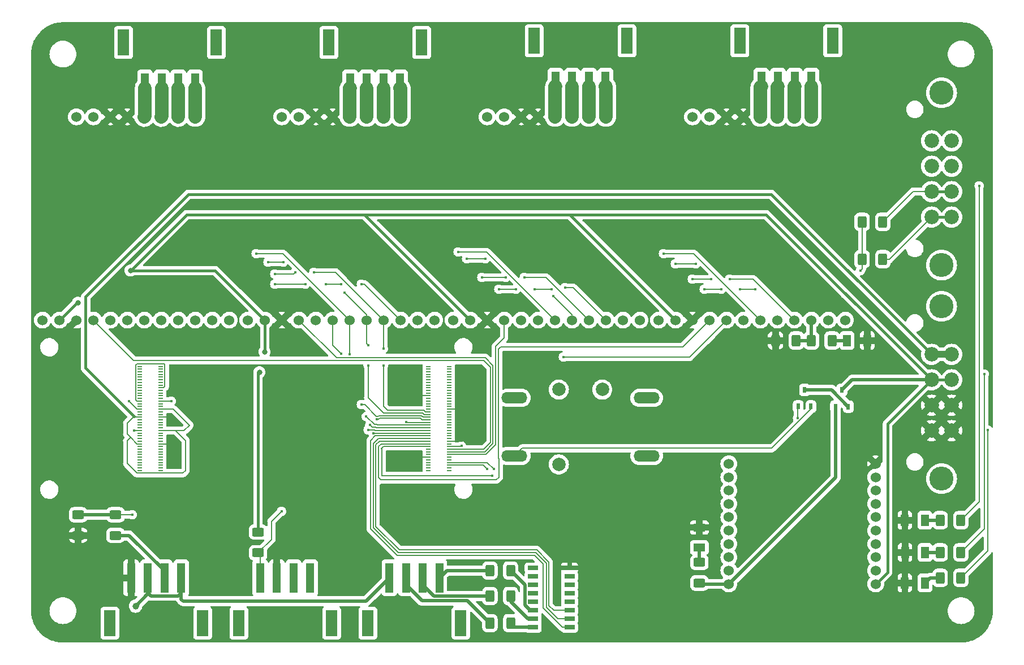
<source format=gbr>
%TF.GenerationSoftware,KiCad,Pcbnew,7.0.8*%
%TF.CreationDate,2023-12-07T17:58:44-07:00*%
%TF.ProjectId,GR-LRR-CONTROL-PCB,47522d4c-5252-42d4-934f-4e54524f4c2d,rev?*%
%TF.SameCoordinates,Original*%
%TF.FileFunction,Copper,L1,Top*%
%TF.FilePolarity,Positive*%
%FSLAX46Y46*%
G04 Gerber Fmt 4.6, Leading zero omitted, Abs format (unit mm)*
G04 Created by KiCad (PCBNEW 7.0.8) date 2023-12-07 17:58:44*
%MOMM*%
%LPD*%
G01*
G04 APERTURE LIST*
G04 Aperture macros list*
%AMRoundRect*
0 Rectangle with rounded corners*
0 $1 Rounding radius*
0 $2 $3 $4 $5 $6 $7 $8 $9 X,Y pos of 4 corners*
0 Add a 4 corners polygon primitive as box body*
4,1,4,$2,$3,$4,$5,$6,$7,$8,$9,$2,$3,0*
0 Add four circle primitives for the rounded corners*
1,1,$1+$1,$2,$3*
1,1,$1+$1,$4,$5*
1,1,$1+$1,$6,$7*
1,1,$1+$1,$8,$9*
0 Add four rect primitives between the rounded corners*
20,1,$1+$1,$2,$3,$4,$5,0*
20,1,$1+$1,$4,$5,$6,$7,0*
20,1,$1+$1,$6,$7,$8,$9,0*
20,1,$1+$1,$8,$9,$2,$3,0*%
G04 Aperture macros list end*
%TA.AperFunction,SMDPad,CuDef*%
%ADD10R,0.600000X0.850000*%
%TD*%
%TA.AperFunction,SMDPad,CuDef*%
%ADD11R,0.700000X0.200000*%
%TD*%
%TA.AperFunction,SMDPad,CuDef*%
%ADD12RoundRect,0.250000X0.400000X0.625000X-0.400000X0.625000X-0.400000X-0.625000X0.400000X-0.625000X0*%
%TD*%
%TA.AperFunction,SMDPad,CuDef*%
%ADD13R,1.150000X1.800000*%
%TD*%
%TA.AperFunction,SMDPad,CuDef*%
%ADD14R,1.800000X1.150000*%
%TD*%
%TA.AperFunction,SMDPad,CuDef*%
%ADD15RoundRect,0.250000X-0.400000X-0.625000X0.400000X-0.625000X0.400000X0.625000X-0.400000X0.625000X0*%
%TD*%
%TA.AperFunction,ComponentPad*%
%ADD16C,1.524000*%
%TD*%
%TA.AperFunction,SMDPad,CuDef*%
%ADD17RoundRect,0.250000X-0.625000X0.400000X-0.625000X-0.400000X0.625000X-0.400000X0.625000X0.400000X0*%
%TD*%
%TA.AperFunction,SMDPad,CuDef*%
%ADD18R,1.803400X3.911600*%
%TD*%
%TA.AperFunction,SMDPad,CuDef*%
%ADD19R,1.295400X4.495800*%
%TD*%
%TA.AperFunction,SMDPad,CuDef*%
%ADD20RoundRect,0.250000X0.625000X-0.400000X0.625000X0.400000X-0.625000X0.400000X-0.625000X-0.400000X0*%
%TD*%
%TA.AperFunction,ComponentPad*%
%ADD21C,2.000000*%
%TD*%
%TA.AperFunction,ComponentPad*%
%ADD22O,3.900000X1.700000*%
%TD*%
%TA.AperFunction,SMDPad,CuDef*%
%ADD23R,1.550000X0.650000*%
%TD*%
%TA.AperFunction,ComponentPad*%
%ADD24C,3.600000*%
%TD*%
%TA.AperFunction,ComponentPad*%
%ADD25C,2.175000*%
%TD*%
%TA.AperFunction,ViaPad*%
%ADD26C,0.400000*%
%TD*%
%TA.AperFunction,ViaPad*%
%ADD27C,0.800000*%
%TD*%
%TA.AperFunction,ViaPad*%
%ADD28C,1.000000*%
%TD*%
%TA.AperFunction,Conductor*%
%ADD29C,0.200000*%
%TD*%
%TA.AperFunction,Conductor*%
%ADD30C,0.400000*%
%TD*%
%TA.AperFunction,Conductor*%
%ADD31C,1.000000*%
%TD*%
%TA.AperFunction,Conductor*%
%ADD32C,0.500000*%
%TD*%
%TA.AperFunction,Conductor*%
%ADD33C,2.000000*%
%TD*%
G04 APERTURE END LIST*
D10*
%TO.P,Q2,1,G*%
%TO.N,ZIGBEE_IO*%
X163942500Y-95576380D03*
%TO.P,Q2,2,S*%
%TO.N,Net-(Q1-D)*%
X165842500Y-95576380D03*
%TO.P,Q2,3,D*%
%TO.N,+3.3V*%
X164892500Y-93076380D03*
%TD*%
%TO.P,Q1,1,G*%
%TO.N,D0 STEPPER ENABLE*%
X158354500Y-95556380D03*
%TO.P,Q1,2,S*%
%TO.N,Net-(Q1-S)*%
X160254500Y-95556380D03*
%TO.P,Q1,3,D*%
%TO.N,Net-(Q1-D)*%
X159304500Y-93056380D03*
%TD*%
D11*
%TO.P,U1,J1_1,ETH_A+*%
%TO.N,unconnected-(U1A-ETH_A+-PadJ1_1)*%
X59842500Y-105154380D03*
%TO.P,U1,J1_2,NC*%
%TO.N,unconnected-(U1A-NC-PadJ1_2)*%
X62922500Y-105154380D03*
%TO.P,U1,J1_3,ETH_A-*%
%TO.N,unconnected-(U1A-ETH_A--PadJ1_3)*%
X59842500Y-104754380D03*
%TO.P,U1,J1_4,NC*%
%TO.N,unconnected-(U1A-NC-PadJ1_4)*%
X62922500Y-104754380D03*
%TO.P,U1,J1_5,ETH_B+*%
%TO.N,unconnected-(U1A-ETH_B+-PadJ1_5)*%
X59842500Y-104354380D03*
%TO.P,U1,J1_6,NC*%
%TO.N,unconnected-(U1A-NC-PadJ1_6)*%
X62922500Y-104354380D03*
%TO.P,U1,J1_7,ETH_B-*%
%TO.N,unconnected-(U1A-ETH_B--PadJ1_7)*%
X59842500Y-103954380D03*
%TO.P,U1,J1_8,NC*%
%TO.N,unconnected-(U1A-NC-PadJ1_8)*%
X62922500Y-103954380D03*
%TO.P,U1,J1_9,NC*%
%TO.N,unconnected-(U1A-NC-PadJ1_9)*%
X59842500Y-103554380D03*
%TO.P,U1,J1_10,DSI_D1+*%
%TO.N,unconnected-(U1A-DSI_D1+-PadJ1_10)*%
X62922500Y-103554380D03*
%TO.P,U1,J1_11,NC*%
%TO.N,unconnected-(U1A-NC-PadJ1_11)*%
X59842500Y-103154380D03*
%TO.P,U1,J1_12,DSI_D1-*%
%TO.N,unconnected-(U1A-DSI_D1--PadJ1_12)*%
X62922500Y-103154380D03*
%TO.P,U1,J1_13,NC*%
%TO.N,unconnected-(U1A-NC-PadJ1_13)*%
X59842500Y-102754380D03*
%TO.P,U1,J1_14,DSI_D0+*%
%TO.N,unconnected-(U1A-DSI_D0+-PadJ1_14)*%
X62922500Y-102754380D03*
%TO.P,U1,J1_15,NC*%
%TO.N,unconnected-(U1A-NC-PadJ1_15)*%
X59842500Y-102354380D03*
%TO.P,U1,J1_16,DSI_D0-*%
%TO.N,unconnected-(U1A-DSI_D0--PadJ1_16)*%
X62922500Y-102354380D03*
%TO.P,U1,J1_17,ETH_L1*%
%TO.N,unconnected-(U1A-ETH_L1-PadJ1_17)*%
X59842500Y-101954380D03*
%TO.P,U1,J1_18,DSI_CK+*%
%TO.N,unconnected-(U1A-DSI_CK+-PadJ1_18)*%
X62922500Y-101954380D03*
%TO.P,U1,J1_19,ETH_L2*%
%TO.N,unconnected-(U1A-ETH_L2-PadJ1_19)*%
X59842500Y-101554380D03*
%TO.P,U1,J1_20,DSI_CK-*%
%TO.N,unconnected-(U1A-DSI_CK--PadJ1_20)*%
X62922500Y-101554380D03*
%TO.P,U1,J1_21,VIN*%
%TO.N,+5V*%
X59842500Y-101154380D03*
%TO.P,U1,J1_22,GND*%
%TO.N,GND*%
X62922500Y-101154380D03*
%TO.P,U1,J1_23,USB1_VBUS*%
%TO.N,unconnected-(U1A-USB1_VBUS-PadJ1_23)*%
X59842500Y-100754380D03*
%TO.P,U1,J1_24,NC*%
%TO.N,unconnected-(U1A-NC-PadJ1_24)*%
X62922500Y-100754380D03*
%TO.P,U1,J1_25,USB1_D+*%
%TO.N,unconnected-(U1A-USB1_D+-PadJ1_25)*%
X59842500Y-100354380D03*
%TO.P,U1,J1_26,USB0_D+*%
%TO.N,unconnected-(U1A-USB0_D+-PadJ1_26)*%
X62922500Y-100354380D03*
%TO.P,U1,J1_27,USB1_D-*%
%TO.N,unconnected-(U1A-USB1_D--PadJ1_27)*%
X59842500Y-99954380D03*
%TO.P,U1,J1_28,USB0_D-*%
%TO.N,unconnected-(U1A-USB0_D--PadJ1_28)*%
X62922500Y-99954380D03*
%TO.P,U1,J1_29,USB1_ID*%
%TO.N,unconnected-(U1A-USB1_ID-PadJ1_29)*%
X59842500Y-99554380D03*
%TO.P,U1,J1_30,NC*%
%TO.N,unconnected-(U1A-NC-PadJ1_30)*%
X62922500Y-99554380D03*
%TO.P,U1,J1_31,GND*%
%TO.N,Net-(U1A-GND-PadJ1_31)*%
X59842500Y-99154380D03*
%TO.P,U1,J1_32,VIN*%
%TO.N,unconnected-(U1A-VIN-PadJ1_32)*%
X62922500Y-99154380D03*
%TO.P,U1,J1_33,UART1_TX*%
%TO.N,unconnected-(U1A-UART1_TX-PadJ1_33)*%
X59842500Y-98754380D03*
%TO.P,U1,J1_34,UART0_TX*%
%TO.N,unconnected-(U1A-UART0_TX-PadJ1_34)*%
X62922500Y-98754380D03*
%TO.P,U1,J1_35,UART1_RX*%
%TO.N,unconnected-(U1A-UART1_RX-PadJ1_35)*%
X59842500Y-98354380D03*
%TO.P,U1,J1_36,UART0_RX*%
%TO.N,unconnected-(U1A-UART0_RX-PadJ1_36)*%
X62922500Y-98354380D03*
%TO.P,U1,J1_37,UART1_RTS*%
%TO.N,unconnected-(U1A-UART1_RTS-PadJ1_37)*%
X59842500Y-97954380D03*
%TO.P,U1,J1_38,UART0_RTS*%
%TO.N,unconnected-(U1A-UART0_RTS-PadJ1_38)*%
X62922500Y-97954380D03*
%TO.P,U1,J1_39,UART1_CTS*%
%TO.N,unconnected-(U1A-UART1_CTS-PadJ1_39)*%
X59842500Y-97554380D03*
%TO.P,U1,J1_40,UART0_CTS*%
%TO.N,unconnected-(U1A-UART0_CTS-PadJ1_40)*%
X62922500Y-97554380D03*
%TO.P,U1,J1_41,VIN*%
%TO.N,+5V*%
X59842500Y-97154380D03*
%TO.P,U1,J1_42,GND*%
%TO.N,GND*%
X62922500Y-97154380D03*
%TO.P,U1,J1_43,I2C1_SDA*%
%TO.N,unconnected-(U1A-I2C1_SDA-PadJ1_43)*%
X59842500Y-96754380D03*
%TO.P,U1,J1_44,I2C0_SDA*%
%TO.N,unconnected-(U1A-I2C0_SDA-PadJ1_44)*%
X62922500Y-96754380D03*
%TO.P,U1,J1_45,I2C1_SCL*%
%TO.N,unconnected-(U1A-I2C1_SCL-PadJ1_45)*%
X59842500Y-96354380D03*
%TO.P,U1,J1_46,I2C0_SCL*%
%TO.N,unconnected-(U1A-I2C0_SCL-PadJ1_46)*%
X62922500Y-96354380D03*
%TO.P,U1,J1_47,GND*%
%TO.N,Net-(U1A-GND-PadJ1_31)*%
X59842500Y-95954380D03*
%TO.P,U1,J1_48,VIN*%
%TO.N,unconnected-(U1A-VIN-PadJ1_48)*%
X62922500Y-95954380D03*
%TO.P,U1,J1_49,CAN1_TX*%
%TO.N,unconnected-(U1A-CAN1_TX-PadJ1_49)*%
X59842500Y-95554380D03*
%TO.P,U1,J1_50,NC*%
%TO.N,unconnected-(U1A-NC-PadJ1_50)*%
X62922500Y-95554380D03*
%TO.P,U1,J1_51,CAN1_RX*%
%TO.N,unconnected-(U1A-CAN1_RX-PadJ1_51)*%
X59842500Y-95154380D03*
%TO.P,U1,J1_52,NC*%
%TO.N,unconnected-(U1A-NC-PadJ1_52)*%
X62922500Y-95154380D03*
%TO.P,U1,J1_53,VSYS*%
%TO.N,Net-(U1A-VSYS-PadJ1_53)*%
X59842500Y-94754380D03*
%TO.P,U1,J1_54,GND*%
%TO.N,Net-(U1A-GND-PadJ1_31)*%
X62922500Y-94754380D03*
%TO.P,U1,J1_55,SDC_CLK*%
%TO.N,unconnected-(U1A-SDC_CLK-PadJ1_55)*%
X59842500Y-94354380D03*
%TO.P,U1,J1_56,I2S_MCK*%
%TO.N,unconnected-(U1A-I2S_MCK-PadJ1_56)*%
X62922500Y-94354380D03*
%TO.P,U1,J1_57,SDC_CMD*%
%TO.N,unconnected-(U1A-SDC_CMD-PadJ1_57)*%
X59842500Y-93954380D03*
%TO.P,U1,J1_58,I2S_WS*%
%TO.N,unconnected-(U1A-I2S_WS-PadJ1_58)*%
X62922500Y-93954380D03*
%TO.P,U1,J1_59,SDC_D0*%
%TO.N,unconnected-(U1A-SDC_D0-PadJ1_59)*%
X59842500Y-93554380D03*
%TO.P,U1,J1_60,I2S_DI*%
%TO.N,unconnected-(U1A-I2S_DI-PadJ1_60)*%
X62922500Y-93554380D03*
%TO.P,U1,J1_61,SDC_D1*%
%TO.N,unconnected-(U1A-SDC_D1-PadJ1_61)*%
X59842500Y-93154380D03*
%TO.P,U1,J1_62,I2S_DO*%
%TO.N,unconnected-(U1A-I2S_DO-PadJ1_62)*%
X62922500Y-93154380D03*
%TO.P,U1,J1_63,SDC_D2*%
%TO.N,unconnected-(U1A-SDC_D2-PadJ1_63)*%
X59842500Y-92754380D03*
%TO.P,U1,J1_64,VSYS*%
%TO.N,Net-(U1A-VSYS-PadJ1_53)*%
X62922500Y-92754380D03*
%TO.P,U1,J1_65,SDC_D3*%
%TO.N,unconnected-(U1A-SDC_D3-PadJ1_65)*%
X59842500Y-92354380D03*
%TO.P,U1,J1_66,DMIC_CK*%
%TO.N,unconnected-(U1A-DMIC_CK-PadJ1_66)*%
X62922500Y-92354380D03*
%TO.P,U1,J1_67,NC*%
%TO.N,unconnected-(U1A-NC-PadJ1_67)*%
X59842500Y-91954380D03*
%TO.P,U1,J1_68,DMIC_D0*%
%TO.N,unconnected-(U1A-DMIC_D0-PadJ1_68)*%
X62922500Y-91954380D03*
%TO.P,U1,J1_69,NC*%
%TO.N,unconnected-(U1A-NC-PadJ1_69)*%
X59842500Y-91554380D03*
%TO.P,U1,J1_70,NC*%
%TO.N,unconnected-(U1A-NC-PadJ1_70)*%
X62922500Y-91554380D03*
%TO.P,U1,J1_71,NC*%
%TO.N,unconnected-(U1A-NC-PadJ1_71)*%
X59842500Y-91154380D03*
%TO.P,U1,J1_72,V-SDCARD*%
%TO.N,unconnected-(U1A-V-SDCARD-PadJ1_72)*%
X62922500Y-91154380D03*
%TO.P,U1,J1_73,~{RESET}*%
%TO.N,unconnected-(U1A-~{RESET}-PadJ1_73)*%
X59842500Y-90754380D03*
%TO.P,U1,J1_74,NC*%
%TO.N,unconnected-(U1A-NC-PadJ1_74)*%
X62922500Y-90754380D03*
%TO.P,U1,J1_75,SWDIO*%
%TO.N,unconnected-(U1A-SWDIO-PadJ1_75)*%
X59842500Y-90354380D03*
%TO.P,U1,J1_76,NC*%
%TO.N,unconnected-(U1A-NC-PadJ1_76)*%
X62922500Y-90354380D03*
%TO.P,U1,J1_77,SWCK*%
%TO.N,unconnected-(U1A-SWCK-PadJ1_77)*%
X59842500Y-89954380D03*
%TO.P,U1,J1_78,NC*%
%TO.N,unconnected-(U1A-NC-PadJ1_78)*%
X62922500Y-89954380D03*
%TO.P,U1,J1_79,SWO*%
%TO.N,unconnected-(U1A-SWO-PadJ1_79)*%
X59842500Y-89554380D03*
%TO.P,U1,J1_80,NC*%
%TO.N,unconnected-(U1A-NC-PadJ1_80)*%
X62922500Y-89554380D03*
%TO.P,U1,J2_1,FORCE_BOOTLOADER*%
%TO.N,unconnected-(U1B-FORCE_BOOTLOADER-PadJ2_1)*%
X106102500Y-89554380D03*
%TO.P,U1,J2_2,CAM_D7*%
%TO.N,unconnected-(U1B-CAM_D7-PadJ2_2)*%
X103022500Y-89554380D03*
%TO.P,U1,J2_3,BOOT_SOURCE*%
%TO.N,unconnected-(U1B-BOOT_SOURCE-PadJ2_3)*%
X106102500Y-89954380D03*
%TO.P,U1,J2_4,CAM_D6*%
%TO.N,unconnected-(U1B-CAM_D6-PadJ2_4)*%
X103022500Y-89954380D03*
%TO.P,U1,J2_5,POWER_ON_REQ*%
%TO.N,unconnected-(U1B-POWER_ON_REQ-PadJ2_5)*%
X106102500Y-90354380D03*
%TO.P,U1,J2_6,CAM_D5*%
%TO.N,unconnected-(U1B-CAM_D5-PadJ2_6)*%
X103022500Y-90354380D03*
%TO.P,U1,J2_7,COINCELL*%
%TO.N,unconnected-(U1B-COINCELL-PadJ2_7)*%
X106102500Y-90754380D03*
%TO.P,U1,J2_8,CAM_D4*%
%TO.N,unconnected-(U1B-CAM_D4-PadJ2_8)*%
X103022500Y-90754380D03*
%TO.P,U1,J2_9,NC_1*%
%TO.N,unconnected-(U1B-NC_1-PadJ2_9)*%
X106102500Y-91154380D03*
%TO.P,U1,J2_10,CAM_D3*%
%TO.N,unconnected-(U1B-CAM_D3-PadJ2_10)*%
X103022500Y-91154380D03*
%TO.P,U1,J2_11,NC_1*%
%TO.N,unconnected-(U1B-NC_1-PadJ2_11)*%
X106102500Y-91554380D03*
%TO.P,U1,J2_12,CAM_D2*%
%TO.N,unconnected-(U1B-CAM_D2-PadJ2_12)*%
X103022500Y-91554380D03*
%TO.P,U1,J2_13,NC_1*%
%TO.N,unconnected-(U1B-NC_1-PadJ2_13)*%
X106102500Y-91954380D03*
%TO.P,U1,J2_14,CAM_D1*%
%TO.N,unconnected-(U1B-CAM_D1-PadJ2_14)*%
X103022500Y-91954380D03*
%TO.P,U1,J2_15,NC_1*%
%TO.N,unconnected-(U1B-NC_1-PadJ2_15)*%
X106102500Y-92354380D03*
%TO.P,U1,J2_16,CAM_D0*%
%TO.N,unconnected-(U1B-CAM_D0-PadJ2_16)*%
X103022500Y-92354380D03*
%TO.P,U1,J2_17,NC_1*%
%TO.N,unconnected-(U1B-NC_1-PadJ2_17)*%
X106102500Y-92754380D03*
%TO.P,U1,J2_18,CAM_VS*%
%TO.N,unconnected-(U1B-CAM_VS-PadJ2_18)*%
X103022500Y-92754380D03*
%TO.P,U1,J2_19,NC_1*%
%TO.N,unconnected-(U1B-NC_1-PadJ2_19)*%
X106102500Y-93154380D03*
%TO.P,U1,J2_20,CAM_CLK*%
%TO.N,unconnected-(U1B-CAM_CLK-PadJ2_20)*%
X103022500Y-93154380D03*
%TO.P,U1,J2_21,NC_1*%
%TO.N,unconnected-(U1B-NC_1-PadJ2_21)*%
X106102500Y-93554380D03*
%TO.P,U1,J2_22,CAM_HS*%
%TO.N,unconnected-(U1B-CAM_HS-PadJ2_22)*%
X103022500Y-93554380D03*
%TO.P,U1,J2_23,VCC/+3V3*%
%TO.N,unconnected-(U1B-VCC{slash}+3V3-PadJ2_23)*%
X106102500Y-93954380D03*
%TO.P,U1,J2_24,GND_1*%
%TO.N,GND*%
X103022500Y-93954380D03*
%TO.P,U1,J2_25,UART3_TX*%
%TO.N,unconnected-(U1B-UART3_TX-PadJ2_25)*%
X106102500Y-94354380D03*
%TO.P,U1,J2_26,UART2_TX*%
%TO.N,unconnected-(U1B-UART2_TX-PadJ2_26)*%
X103022500Y-94354380D03*
%TO.P,U1,J2_27,UART3_RX*%
%TO.N,unconnected-(U1B-UART3_RX-PadJ2_27)*%
X106102500Y-94754380D03*
%TO.P,U1,J2_28,UART2_RX*%
%TO.N,unconnected-(U1B-UART2_RX-PadJ2_28)*%
X103022500Y-94754380D03*
%TO.P,U1,J2_29,NC_1*%
%TO.N,unconnected-(U1B-NC_1-PadJ2_29)*%
X106102500Y-95154380D03*
%TO.P,U1,J2_30,NC_1*%
%TO.N,unconnected-(U1B-NC_1-PadJ2_30)*%
X103022500Y-95154380D03*
%TO.P,U1,J2_31,NC_1*%
%TO.N,unconnected-(U1B-NC_1-PadJ2_31)*%
X106102500Y-95554380D03*
%TO.P,U1,J2_32,NC_1*%
%TO.N,unconnected-(U1B-NC_1-PadJ2_32)*%
X103022500Y-95554380D03*
%TO.P,U1,J2_33,GND_1*%
%TO.N,GND*%
X106102500Y-95954380D03*
%TO.P,U1,J2_34,VCC*%
%TO.N,unconnected-(U1B-VCC-PadJ2_34)*%
X103022500Y-95954380D03*
%TO.P,U1,J2_35,NC_1*%
%TO.N,unconnected-(U1B-NC_1-PadJ2_35)*%
X106102500Y-96354380D03*
%TO.P,U1,J2_36,SPI1_CS*%
%TO.N,D7 CS*%
X103022500Y-96354380D03*
%TO.P,U1,J2_37,NC_1*%
%TO.N,unconnected-(U1B-NC_1-PadJ2_37)*%
X106102500Y-96754380D03*
%TO.P,U1,J2_38,SPI1_CK*%
%TO.N,D9 CK*%
X103022500Y-96754380D03*
%TO.P,U1,J2_39,NC_1*%
%TO.N,unconnected-(U1B-NC_1-PadJ2_39)*%
X106102500Y-97154380D03*
%TO.P,U1,J2_40,SPI1_MISO*%
%TO.N,D10 CIPO*%
X103022500Y-97154380D03*
%TO.P,U1,J2_41,NC_1*%
%TO.N,unconnected-(U1B-NC_1-PadJ2_41)*%
X106102500Y-97554380D03*
%TO.P,U1,J2_42,SPI1_MOSI*%
%TO.N,D8 COPI*%
X103022500Y-97554380D03*
%TO.P,U1,J2_43,VCC/+3V3*%
%TO.N,unconnected-(U1B-VCC{slash}+3V3-PadJ2_43)*%
X106102500Y-97954380D03*
%TO.P,U1,J2_44,GND_1*%
%TO.N,GND*%
X103022500Y-97954380D03*
%TO.P,U1,J2_45,I2C2_SDA*%
%TO.N,unconnected-(U1B-I2C2_SDA-PadJ2_45)*%
X106102500Y-98354380D03*
%TO.P,U1,J2_46,GPIO_0*%
%TO.N,GPIO0 DIR 1*%
X103022500Y-98354380D03*
%TO.P,U1,J2_47,I2C2_SCL*%
%TO.N,unconnected-(U1B-I2C2_SCL-PadJ2_47)*%
X106102500Y-98754380D03*
%TO.P,U1,J2_48,GPIO_1*%
%TO.N,GPIO1 DIR 2*%
X103022500Y-98754380D03*
%TO.P,U1,J2_49,SAI_CK*%
%TO.N,unconnected-(U1B-SAI_CK-PadJ2_49)*%
X106102500Y-99154380D03*
%TO.P,U1,J2_50,GPIO_2*%
%TO.N,GPIO2 DIR 3*%
X103022500Y-99154380D03*
%TO.P,U1,J2_51,SAI_FS*%
%TO.N,unconnected-(U1B-SAI_FS-PadJ2_51)*%
X106102500Y-99554380D03*
%TO.P,U1,J2_52,GPIO_3*%
%TO.N,GPIO3 DIR 4*%
X103022500Y-99554380D03*
%TO.P,U1,J2_53,SAI_D0*%
%TO.N,unconnected-(U1B-SAI_D0-PadJ2_53)*%
X106102500Y-99954380D03*
%TO.P,U1,J2_54,GPIO_4*%
%TO.N,GPIO4 RED LED*%
X103022500Y-99954380D03*
%TO.P,U1,J2_55,NC_1*%
%TO.N,unconnected-(U1B-NC_1-PadJ2_55)*%
X106102500Y-100354380D03*
%TO.P,U1,J2_56,GPIO_5*%
%TO.N,GPIO5 YELLOW LED*%
X103022500Y-100354380D03*
%TO.P,U1,J2_57,GND_1*%
%TO.N,GND*%
X106102500Y-100754380D03*
%TO.P,U1,J2_58,GPIO_6*%
%TO.N,GPIO6 GREEN LED*%
X103022500Y-100754380D03*
%TO.P,U1,J2_59,PWM_1*%
%TO.N,unconnected-(U1B-PWM_1-PadJ2_59)*%
X106102500Y-101154380D03*
%TO.P,U1,J2_60,PWM_6*%
%TO.N,D1 STEP 1*%
X103022500Y-101154380D03*
%TO.P,U1,J2_61,PWM_2*%
%TO.N,D5 CLAMP*%
X106102500Y-101554380D03*
%TO.P,U1,J2_62,PWM_7*%
%TO.N,D0 STEPPER ENABLE*%
X103022500Y-101554380D03*
%TO.P,U1,J2_63,PWM_3*%
%TO.N,D4 STEP 4*%
X106102500Y-101954380D03*
%TO.P,U1,J2_64,PWM_8*%
%TO.N,unconnected-(U1B-PWM_8-PadJ2_64)*%
X103022500Y-101954380D03*
%TO.P,U1,J2_65,PWM_4*%
%TO.N,D3 STEP 3*%
X106102500Y-102354380D03*
%TO.P,U1,J2_66,PWM_9*%
%TO.N,unconnected-(U1B-PWM_9-PadJ2_66)*%
X103022500Y-102354380D03*
%TO.P,U1,J2_67,PWM_5*%
%TO.N,D2 STEP 2*%
X106102500Y-102754380D03*
%TO.P,U1,J2_68,PWM_10*%
%TO.N,unconnected-(U1B-PWM_10-PadJ2_68)*%
X103022500Y-102754380D03*
%TO.P,U1,J2_69,VCC/+3V3*%
%TO.N,unconnected-(U1B-VCC{slash}+3V3-PadJ2_69)*%
X106102500Y-103154380D03*
%TO.P,U1,J2_70,GND_1*%
%TO.N,GND*%
X103022500Y-103154380D03*
%TO.P,U1,J2_71,ADC_VREF+*%
%TO.N,unconnected-(U1B-ADC_VREF+-PadJ2_71)*%
X106102500Y-103554380D03*
%TO.P,U1,J2_72,ADC_VREF-*%
%TO.N,unconnected-(U1B-ADC_VREF--PadJ2_72)*%
X103022500Y-103554380D03*
%TO.P,U1,J2_73,ADC_A0*%
%TO.N,73_ANALOG_A0*%
X106102500Y-103954380D03*
%TO.P,U1,J2_74,ADC_A4*%
%TO.N,unconnected-(U1B-ADC_A4-PadJ2_74)*%
X103022500Y-103954380D03*
%TO.P,U1,J2_75,ADC_A1*%
%TO.N,75_ANALOG_A1*%
X106102500Y-104354380D03*
%TO.P,U1,J2_76,ADC_A5*%
%TO.N,unconnected-(U1B-ADC_A5-PadJ2_76)*%
X103022500Y-104354380D03*
%TO.P,U1,J2_77,ADC_A2*%
%TO.N,unconnected-(U1B-ADC_A2-PadJ2_77)*%
X106102500Y-104754380D03*
%TO.P,U1,J2_78,ADC_A6*%
%TO.N,unconnected-(U1B-ADC_A6-PadJ2_78)*%
X103022500Y-104754380D03*
%TO.P,U1,J2_79,ADC_A3*%
%TO.N,unconnected-(U1B-ADC_A3-PadJ2_79)*%
X106102500Y-105154380D03*
%TO.P,U1,J2_80,ADC_A7*%
%TO.N,unconnected-(U1B-ADC_A7-PadJ2_80)*%
X103022500Y-105154380D03*
%TD*%
D12*
%TO.P,R14,1*%
%TO.N,Net-(IC1-OUT_5)*%
X115316000Y-120142000D03*
%TO.P,R14,2*%
%TO.N,Net-(J5-Pad4)*%
X112216000Y-120142000D03*
%TD*%
%TO.P,R13,1*%
%TO.N,Net-(IC1-OUT_6)*%
X115316000Y-123952000D03*
%TO.P,R13,2*%
%TO.N,Net-(J5-Pad3)*%
X112216000Y-123952000D03*
%TD*%
%TO.P,R8,1*%
%TO.N,Net-(IC1-OUT_7)*%
X115316000Y-128016000D03*
%TO.P,R8,2*%
%TO.N,Net-(J5-Pad2)*%
X112216000Y-128016000D03*
%TD*%
%TO.P,R6,1*%
%TO.N,STEPPER_ENABLE*%
X158060500Y-85670380D03*
%TO.P,R6,2*%
%TO.N,GND*%
X154960500Y-85670380D03*
%TD*%
D13*
%TO.P,LED4,1,K*%
%TO.N,GND*%
X174314500Y-112594380D03*
%TO.P,LED4,2,A*%
%TO.N,Net-(LED4-A)*%
X177314500Y-112594380D03*
%TD*%
D14*
%TO.P,LED1,1,K*%
%TO.N,GND*%
X143556500Y-113686380D03*
%TO.P,LED1,2,A*%
%TO.N,Net-(LED1-A)*%
X143556500Y-116686380D03*
%TD*%
D15*
%TO.P,R12,1*%
%TO.N,Net-(LED6-A)*%
X179598500Y-121230380D03*
%TO.P,R12,2*%
%TO.N,+3.3V*%
X182698500Y-121230380D03*
%TD*%
D16*
%TO.P,DR2,20,MOTOR_VIN*%
%TO.N,+24V*%
X111806500Y-52152380D03*
%TO.P,DR2,19,MOTOR_VIN*%
X114346500Y-52152380D03*
%TO.P,DR2,18,MOTOR_GND*%
%TO.N,GND*%
X116886500Y-52152380D03*
%TO.P,DR2,17,MOTOR_GND*%
X119426500Y-52152380D03*
%TO.P,DR2,16,AOUT1*%
%TO.N,Net-(DR2-AOUT1)*%
X121966500Y-52152380D03*
%TO.P,DR2,15,AOUT2*%
%TO.N,Net-(DR2-AOUT2)*%
X124506500Y-52152380D03*
%TO.P,DR2,14,BOUT1*%
%TO.N,Net-(DR2-BOUT1)*%
X127046500Y-52152380D03*
%TO.P,DR2,13,BOUT2*%
%TO.N,Net-(DR2-BOUT2)*%
X129586500Y-52152380D03*
%TO.P,DR2,12,!FAULT*%
%TO.N,unconnected-(DR2-!FAULT-Pad12)*%
X134666500Y-82612380D03*
%TO.P,DR2,11,RESET*%
%TO.N,unconnected-(DR2-RESET-Pad11)*%
X132126500Y-82612380D03*
%TO.P,DR2,10,!SLEEP*%
%TO.N,STEPPER_ENABLE*%
X129586500Y-82612380D03*
%TO.P,DR2,9,SCS*%
%TO.N,D7 CS*%
X127046500Y-82612380D03*
%TO.P,DR2,8,SCLK*%
%TO.N,D9 CK*%
X124506500Y-82612380D03*
%TO.P,DR2,7,SDATI*%
%TO.N,D8 COPI*%
X121966500Y-82612380D03*
%TO.P,DR2,6,SDATO*%
%TO.N,D10 CIPO*%
X119426500Y-82612380D03*
%TO.P,DR2,5,DIR/AIN2*%
%TO.N,GPIO1 DIR 2*%
X116886500Y-82612380D03*
%TO.P,DR2,4,STEP/AIN1*%
%TO.N,D2 STEP 2*%
X114346500Y-82612380D03*
%TO.P,DR2,3,GND*%
%TO.N,GND*%
X111806500Y-82612380D03*
%TO.P,DR2,2,IOREF*%
%TO.N,+3.3V*%
X109266500Y-82612380D03*
%TO.P,DR2,1,5V_(OUT)*%
%TO.N,unconnected-(DR2-5V_(OUT)-Pad1)*%
X106726500Y-82612380D03*
%TD*%
D17*
%TO.P,R7,1*%
%TO.N,Net-(LED1-A)*%
X143556500Y-118918380D03*
%TO.P,R7,2*%
%TO.N,ZIGBEE_IO*%
X143556500Y-122018380D03*
%TD*%
D18*
%TO.P,J1,6*%
%TO.N,N/C*%
X149620501Y-40770381D03*
%TO.P,J1,5*%
X163520499Y-40770381D03*
D19*
%TO.P,J1,4,4*%
%TO.N,Net-(DR1-AOUT1)*%
X152820500Y-47570380D03*
%TO.P,J1,3,3*%
%TO.N,Net-(DR1-AOUT2)*%
X155320500Y-47570380D03*
%TO.P,J1,2,2*%
%TO.N,Net-(DR1-BOUT1)*%
X157820500Y-47570380D03*
%TO.P,J1,1,1*%
%TO.N,Net-(DR1-BOUT2)*%
X160320500Y-47570380D03*
%TD*%
D12*
%TO.P,R4,1*%
%TO.N,BATT+*%
X171014500Y-67890380D03*
%TO.P,R4,2*%
%TO.N,73_ANALOG_A0*%
X167914500Y-67890380D03*
%TD*%
D16*
%TO.P,U2,1,VCC*%
%TO.N,+3.3V*%
X169939500Y-122150380D03*
%TO.P,U2,2,DOUT/DIO13*%
%TO.N,unconnected-(U2-DOUT{slash}DIO13-Pad2)*%
X169939500Y-120150380D03*
%TO.P,U2,3,DIN/!CONFIG/DIO14*%
%TO.N,unconnected-(U2-DIN{slash}!CONFIG{slash}DIO14-Pad3)*%
X169939500Y-118150380D03*
%TO.P,U2,4,DIO12/SPI_MISO*%
%TO.N,unconnected-(U2-DIO12{slash}SPI_MISO-Pad4)*%
X169972500Y-116150380D03*
%TO.P,U2,5,!RESET*%
%TO.N,unconnected-(U2-!RESET-Pad5)*%
X169939500Y-114150380D03*
%TO.P,U2,6,RSSI_PWM/DIO10*%
%TO.N,unconnected-(U2-RSSI_PWM{slash}DIO10-Pad6)*%
X169939500Y-112150380D03*
%TO.P,U2,7,PWM1/DIO11/I2C_SDA*%
%TO.N,unconnected-(U2-PWM1{slash}DIO11{slash}I2C_SDA-Pad7)*%
X169939500Y-110150380D03*
%TO.P,U2,8,[reserved]*%
%TO.N,unconnected-(U2-[reserved]-Pad8)*%
X169939500Y-108150380D03*
%TO.P,U2,9,!DTR/SLEEP_RQ/DIO8*%
%TO.N,unconnected-(U2-!DTR{slash}SLEEP_RQ{slash}DIO8-Pad9)*%
X169939500Y-106150380D03*
%TO.P,U2,10,GND*%
%TO.N,GND*%
X169939500Y-104150380D03*
%TO.P,U2,11,DIO4/SPI_MOSI*%
%TO.N,unconnected-(U2-DIO4{slash}SPI_MOSI-Pad11)*%
X147976100Y-104150380D03*
%TO.P,U2,12,!CTS/DIO7*%
%TO.N,unconnected-(U2-!CTS{slash}DIO7-Pad12)*%
X147976100Y-106150380D03*
%TO.P,U2,13,ON/!SLEEP/DIO9*%
%TO.N,unconnected-(U2-ON{slash}!SLEEP{slash}DIO9-Pad13)*%
X147976100Y-108150380D03*
%TO.P,U2,14,[reserved]*%
%TO.N,unconnected-(U2-[reserved]-Pad14)*%
X147976100Y-110150380D03*
%TO.P,U2,15,ASSOCIATE/DIO5*%
%TO.N,unconnected-(U2-ASSOCIATE{slash}DIO5-Pad15)*%
X147976100Y-112150380D03*
%TO.P,U2,16,!RTS/DIO6*%
%TO.N,unconnected-(U2-!RTS{slash}DIO6-Pad16)*%
X147976100Y-114150380D03*
%TO.P,U2,17,AD3/DIO3/SPI_!SSEL*%
%TO.N,unconnected-(U2-AD3{slash}DIO3{slash}SPI_!SSEL-Pad17)*%
X147976100Y-116150380D03*
%TO.P,U2,18,AD2/DIO2/SPI_CLK*%
%TO.N,unconnected-(U2-AD2{slash}DIO2{slash}SPI_CLK-Pad18)*%
X147976100Y-118150380D03*
%TO.P,U2,19,AD1/DIO1/SPI_!ATTN/I2C_SCL*%
%TO.N,unconnected-(U2-AD1{slash}DIO1{slash}SPI_!ATTN{slash}I2C_SCL-Pad19)*%
X147976100Y-120150380D03*
%TO.P,U2,20,AD0/DIO0*%
%TO.N,ZIGBEE_IO*%
X147976100Y-122150380D03*
%TD*%
D18*
%TO.P,J6,6*%
%TO.N,N/C*%
X88530499Y-128034291D03*
%TO.P,J6,5*%
X74630501Y-128034291D03*
D19*
%TO.P,J6,4,4*%
%TO.N,unconnected-(J6-Pad4)*%
X85330500Y-121234292D03*
%TO.P,J6,3,3*%
%TO.N,unconnected-(J6-Pad3)*%
X82830500Y-121234292D03*
%TO.P,J6,2,2*%
%TO.N,GND*%
X80330500Y-121234292D03*
%TO.P,J6,1,1*%
%TO.N,D5 CLAMP*%
X77830500Y-121234292D03*
%TD*%
D16*
%TO.P,DR3,1,5V_(OUT)*%
%TO.N,unconnected-(DR3-5V_(OUT)-Pad1)*%
X75982500Y-82612380D03*
%TO.P,DR3,2,IOREF*%
%TO.N,+3.3V*%
X78522500Y-82612380D03*
%TO.P,DR3,3,GND*%
%TO.N,GND*%
X81062500Y-82612380D03*
%TO.P,DR3,4,STEP/AIN1*%
%TO.N,D3 STEP 3*%
X83602500Y-82612380D03*
%TO.P,DR3,5,DIR/AIN2*%
%TO.N,GPIO2 DIR 3*%
X86142500Y-82612380D03*
%TO.P,DR3,6,SDATO*%
%TO.N,D10 CIPO*%
X88682500Y-82612380D03*
%TO.P,DR3,7,SDATI*%
%TO.N,D8 COPI*%
X91222500Y-82612380D03*
%TO.P,DR3,8,SCLK*%
%TO.N,D9 CK*%
X93762500Y-82612380D03*
%TO.P,DR3,9,SCS*%
%TO.N,D7 CS*%
X96302500Y-82612380D03*
%TO.P,DR3,10,!SLEEP*%
%TO.N,STEPPER_ENABLE*%
X98842500Y-82612380D03*
%TO.P,DR3,11,RESET*%
%TO.N,unconnected-(DR3-RESET-Pad11)*%
X101382500Y-82612380D03*
%TO.P,DR3,12,!FAULT*%
%TO.N,unconnected-(DR3-!FAULT-Pad12)*%
X103922500Y-82612380D03*
%TO.P,DR3,13,BOUT2*%
%TO.N,Net-(DR3-BOUT2)*%
X98842500Y-52152380D03*
%TO.P,DR3,14,BOUT1*%
%TO.N,Net-(DR3-BOUT1)*%
X96302500Y-52152380D03*
%TO.P,DR3,15,AOUT2*%
%TO.N,Net-(DR3-AOUT2)*%
X93762500Y-52152380D03*
%TO.P,DR3,16,AOUT1*%
%TO.N,Net-(DR3-AOUT1)*%
X91222500Y-52152380D03*
%TO.P,DR3,17,MOTOR_GND*%
%TO.N,GND*%
X88682500Y-52152380D03*
%TO.P,DR3,18,MOTOR_GND*%
X86142500Y-52152380D03*
%TO.P,DR3,19,MOTOR_VIN*%
%TO.N,+24V*%
X83602500Y-52152380D03*
%TO.P,DR3,20,MOTOR_VIN*%
X81062500Y-52152380D03*
%TD*%
D15*
%TO.P,R5,1*%
%TO.N,73_ANALOG_A0*%
X167914500Y-73478380D03*
%TO.P,R5,2*%
%TO.N,BATT-*%
X171014500Y-73478380D03*
%TD*%
D13*
%TO.P,LED6,1,K*%
%TO.N,GND*%
X174314500Y-121992380D03*
%TO.P,LED6,2,A*%
%TO.N,Net-(LED6-A)*%
X177314500Y-121992380D03*
%TD*%
%TO.P,LED2,1,K*%
%TO.N,GND*%
X168678500Y-85670380D03*
%TO.P,LED2,2,A*%
%TO.N,Net-(LED2-A)*%
X165678500Y-85670380D03*
%TD*%
D18*
%TO.P,J5,6*%
%TO.N,N/C*%
X107854499Y-128034291D03*
%TO.P,J5,5*%
X93954501Y-128034291D03*
D19*
%TO.P,J5,4,4*%
%TO.N,Net-(J5-Pad4)*%
X104654500Y-121234292D03*
%TO.P,J5,3,3*%
%TO.N,Net-(J5-Pad3)*%
X102154500Y-121234292D03*
%TO.P,J5,2,2*%
%TO.N,Net-(J5-Pad2)*%
X99654500Y-121234292D03*
%TO.P,J5,1,1*%
%TO.N,+24V*%
X97154500Y-121234292D03*
%TD*%
D18*
%TO.P,J7,6*%
%TO.N,N/C*%
X69226499Y-128034291D03*
%TO.P,J7,5*%
X55326501Y-128034291D03*
D19*
%TO.P,J7,4,4*%
%TO.N,+24V*%
X66026500Y-121234292D03*
%TO.P,J7,3,3*%
%TO.N,Net-(J7-Pad3)*%
X63526500Y-121234292D03*
%TO.P,J7,2,2*%
%TO.N,+24V*%
X61026500Y-121234292D03*
%TO.P,J7,1,1*%
%TO.N,GND*%
X58526500Y-121234292D03*
%TD*%
D12*
%TO.P,R9,1*%
%TO.N,Net-(LED2-A)*%
X163418500Y-85670380D03*
%TO.P,R9,2*%
%TO.N,STEPPER_ENABLE*%
X160318500Y-85670380D03*
%TD*%
D15*
%TO.P,R11,1*%
%TO.N,Net-(LED5-A)*%
X179598500Y-117420380D03*
%TO.P,R11,2*%
%TO.N,+5V*%
X182698500Y-117420380D03*
%TD*%
D20*
%TO.P,R2,1*%
%TO.N,Net-(J7-Pad3)*%
X56180500Y-114880380D03*
%TO.P,R2,2*%
%TO.N,75_ANALOG_A1*%
X56180500Y-111780380D03*
%TD*%
D15*
%TO.P,R10,1*%
%TO.N,Net-(LED4-A)*%
X179598500Y-112594380D03*
%TO.P,R10,2*%
%TO.N,+24V*%
X182698500Y-112594380D03*
%TD*%
D21*
%TO.P,SW1,7*%
%TO.N,N/C*%
X122526500Y-93024380D03*
%TO.P,SW1,6*%
X122526500Y-104224380D03*
%TO.P,SW1,5*%
X129026500Y-93024380D03*
D22*
%TO.P,SW1,4*%
%TO.N,STEPPER_ENABLE*%
X115876500Y-94274380D03*
%TO.P,SW1,3*%
%TO.N,Net-(Q1-S)*%
X115876500Y-102974380D03*
%TO.P,SW1,2*%
%TO.N,unconnected-(SW1-Pad2)*%
X135676500Y-94274380D03*
%TO.P,SW1,1*%
%TO.N,unconnected-(SW1-Pad1)*%
X135676500Y-102974380D03*
%TD*%
D16*
%TO.P,DR1,20,MOTOR_VIN*%
%TO.N,+24V*%
X142540500Y-52152380D03*
%TO.P,DR1,19,MOTOR_VIN*%
X145080500Y-52152380D03*
%TO.P,DR1,18,MOTOR_GND*%
%TO.N,GND*%
X147620500Y-52152380D03*
%TO.P,DR1,17,MOTOR_GND*%
X150160500Y-52152380D03*
%TO.P,DR1,16,AOUT1*%
%TO.N,Net-(DR1-AOUT1)*%
X152700500Y-52152380D03*
%TO.P,DR1,15,AOUT2*%
%TO.N,Net-(DR1-AOUT2)*%
X155240500Y-52152380D03*
%TO.P,DR1,14,BOUT1*%
%TO.N,Net-(DR1-BOUT1)*%
X157780500Y-52152380D03*
%TO.P,DR1,13,BOUT2*%
%TO.N,Net-(DR1-BOUT2)*%
X160320500Y-52152380D03*
%TO.P,DR1,12,!FAULT*%
%TO.N,unconnected-(DR1-!FAULT-Pad12)*%
X165400500Y-82612380D03*
%TO.P,DR1,11,RESET*%
%TO.N,unconnected-(DR1-RESET-Pad11)*%
X162860500Y-82612380D03*
%TO.P,DR1,10,!SLEEP*%
%TO.N,STEPPER_ENABLE*%
X160320500Y-82612380D03*
%TO.P,DR1,9,SCS*%
%TO.N,D7 CS*%
X157780500Y-82612380D03*
%TO.P,DR1,8,SCLK*%
%TO.N,D9 CK*%
X155240500Y-82612380D03*
%TO.P,DR1,7,SDATI*%
%TO.N,D8 COPI*%
X152700500Y-82612380D03*
%TO.P,DR1,6,SDATO*%
%TO.N,D10 CIPO*%
X150160500Y-82612380D03*
%TO.P,DR1,5,DIR/AIN2*%
%TO.N,GPIO0 DIR 1*%
X147620500Y-82612380D03*
%TO.P,DR1,4,STEP/AIN1*%
%TO.N,D1 STEP 1*%
X145080500Y-82612380D03*
%TO.P,DR1,3,GND*%
%TO.N,GND*%
X142540500Y-82612380D03*
%TO.P,DR1,2,IOREF*%
%TO.N,+3.3V*%
X140000500Y-82612380D03*
%TO.P,DR1,1,5V_(OUT)*%
%TO.N,unconnected-(DR1-5V_(OUT)-Pad1)*%
X137460500Y-82612380D03*
%TD*%
%TO.P,DR4,20,MOTOR_VIN*%
%TO.N,+24V*%
X50328500Y-52152380D03*
%TO.P,DR4,19,MOTOR_VIN*%
X52868500Y-52152380D03*
%TO.P,DR4,18,MOTOR_GND*%
%TO.N,GND*%
X55408500Y-52152380D03*
%TO.P,DR4,17,MOTOR_GND*%
X57948500Y-52152380D03*
%TO.P,DR4,16,AOUT1*%
%TO.N,Net-(DR4-AOUT1)*%
X60488500Y-52152380D03*
%TO.P,DR4,15,AOUT2*%
%TO.N,Net-(DR4-AOUT2)*%
X63028500Y-52152380D03*
%TO.P,DR4,14,BOUT1*%
%TO.N,Net-(DR4-BOUT1)*%
X65568500Y-52152380D03*
%TO.P,DR4,13,BOUT2*%
%TO.N,Net-(DR4-BOUT2)*%
X68108500Y-52152380D03*
%TO.P,DR4,12,!FAULT*%
%TO.N,unconnected-(DR4-!FAULT-Pad12)*%
X73188500Y-82612380D03*
%TO.P,DR4,11,RESET*%
%TO.N,unconnected-(DR4-RESET-Pad11)*%
X70648500Y-82612380D03*
%TO.P,DR4,10,!SLEEP*%
%TO.N,STEPPER_ENABLE*%
X68108500Y-82612380D03*
%TO.P,DR4,9,SCS*%
%TO.N,D7 CS*%
X65568500Y-82612380D03*
%TO.P,DR4,8,SCLK*%
%TO.N,D9 CK*%
X63028500Y-82612380D03*
%TO.P,DR4,7,SDATI*%
%TO.N,D8 COPI*%
X60488500Y-82612380D03*
%TO.P,DR4,6,SDATO*%
%TO.N,D10 CIPO*%
X57948500Y-82612380D03*
%TO.P,DR4,5,DIR/AIN2*%
%TO.N,GPIO3 DIR 4*%
X55408500Y-82612380D03*
%TO.P,DR4,4,STEP/AIN1*%
%TO.N,D4 STEP 4*%
X52868500Y-82612380D03*
%TO.P,DR4,3,GND*%
%TO.N,GND*%
X50328500Y-82612380D03*
%TO.P,DR4,2,IOREF*%
%TO.N,+3.3V*%
X47788500Y-82612380D03*
%TO.P,DR4,1,5V_(OUT)*%
%TO.N,unconnected-(DR4-5V_(OUT)-Pad1)*%
X45248500Y-82612380D03*
%TD*%
D13*
%TO.P,LED5,1,K*%
%TO.N,GND*%
X174338500Y-117420380D03*
%TO.P,LED5,2,A*%
%TO.N,Net-(LED5-A)*%
X177338500Y-117420380D03*
%TD*%
D17*
%TO.P,R3,1*%
%TO.N,75_ANALOG_A1*%
X50592500Y-111780380D03*
%TO.P,R3,2*%
%TO.N,GND*%
X50592500Y-114880380D03*
%TD*%
D18*
%TO.P,J3,6*%
%TO.N,N/C*%
X88092501Y-41020469D03*
%TO.P,J3,5*%
X101992499Y-41020469D03*
D19*
%TO.P,J3,4,4*%
%TO.N,Net-(DR3-AOUT1)*%
X91292500Y-47820468D03*
%TO.P,J3,3,3*%
%TO.N,Net-(DR3-AOUT2)*%
X93792500Y-47820468D03*
%TO.P,J3,2,2*%
%TO.N,Net-(DR3-BOUT1)*%
X96292500Y-47820468D03*
%TO.P,J3,1,1*%
%TO.N,Net-(DR3-BOUT2)*%
X98792500Y-47820468D03*
%TD*%
D17*
%TO.P,R1,1*%
%TO.N,+3.3V*%
X77516500Y-114372380D03*
%TO.P,R1,2*%
%TO.N,D5 CLAMP*%
X77516500Y-117472380D03*
%TD*%
D18*
%TO.P,J4,6*%
%TO.N,N/C*%
X57378501Y-41024381D03*
%TO.P,J4,5*%
X71278499Y-41024381D03*
D19*
%TO.P,J4,4,4*%
%TO.N,Net-(DR4-AOUT1)*%
X60578500Y-47824380D03*
%TO.P,J4,3,3*%
%TO.N,Net-(DR4-AOUT2)*%
X63078500Y-47824380D03*
%TO.P,J4,2,2*%
%TO.N,Net-(DR4-BOUT1)*%
X65578500Y-47824380D03*
%TO.P,J4,1,1*%
%TO.N,Net-(DR4-BOUT2)*%
X68078500Y-47824380D03*
%TD*%
D18*
%TO.P,J2,6*%
%TO.N,N/C*%
X118826501Y-40766469D03*
%TO.P,J2,5*%
X132726499Y-40766469D03*
D19*
%TO.P,J2,4,4*%
%TO.N,Net-(DR2-AOUT1)*%
X122026500Y-47566468D03*
%TO.P,J2,3,3*%
%TO.N,Net-(DR2-AOUT2)*%
X124526500Y-47566468D03*
%TO.P,J2,2,2*%
%TO.N,Net-(DR2-BOUT1)*%
X127026500Y-47566468D03*
%TO.P,J2,1,1*%
%TO.N,Net-(DR2-BOUT2)*%
X129526500Y-47566468D03*
%TD*%
D23*
%TO.P,IC1,1,IN_1*%
%TO.N,GPIO4 RED LED*%
X124137000Y-128651000D03*
%TO.P,IC1,2,IN_2*%
%TO.N,GPIO5 YELLOW LED*%
X124137000Y-127381000D03*
%TO.P,IC1,3,IN_3*%
%TO.N,GPIO6 GREEN LED*%
X124137000Y-126111000D03*
%TO.P,IC1,4,IN_4*%
%TO.N,unconnected-(IC1-IN_4-Pad4)*%
X124137000Y-124841000D03*
%TO.P,IC1,5,IN_5*%
%TO.N,unconnected-(IC1-IN_5-Pad5)*%
X124137000Y-123571000D03*
%TO.P,IC1,6,IN_6*%
%TO.N,unconnected-(IC1-IN_6-Pad6)*%
X124137000Y-122301000D03*
%TO.P,IC1,7,IN_7*%
%TO.N,unconnected-(IC1-IN_7-Pad7)*%
X124137000Y-121031000D03*
%TO.P,IC1,8,GND*%
%TO.N,GND*%
X124137000Y-119761000D03*
%TO.P,IC1,9,COM_K*%
%TO.N,unconnected-(IC1-COM_K-Pad9)*%
X118687000Y-119761000D03*
%TO.P,IC1,10,OUT_1*%
%TO.N,unconnected-(IC1-OUT_1-Pad10)*%
X118687000Y-121031000D03*
%TO.P,IC1,11,OUT_2*%
%TO.N,unconnected-(IC1-OUT_2-Pad11)*%
X118687000Y-122301000D03*
%TO.P,IC1,12,OUT_3*%
%TO.N,unconnected-(IC1-OUT_3-Pad12)*%
X118687000Y-123571000D03*
%TO.P,IC1,13,OUT_4*%
%TO.N,unconnected-(IC1-OUT_4-Pad13)*%
X118687000Y-124841000D03*
%TO.P,IC1,14,OUT_5*%
%TO.N,Net-(IC1-OUT_5)*%
X118687000Y-126111000D03*
%TO.P,IC1,15,OUT_6*%
%TO.N,Net-(IC1-OUT_6)*%
X118687000Y-127381000D03*
%TO.P,IC1,16,OUT_7*%
%TO.N,Net-(IC1-OUT_7)*%
X118687000Y-128651000D03*
%TD*%
D24*
%TO.P,J11,MH2,MH2*%
%TO.N,unconnected-(J11-PadMH2)*%
X179806500Y-106374380D03*
%TO.P,J11,MH1,MH1*%
%TO.N,unconnected-(J11-PadMH1)*%
X179806500Y-80544380D03*
D25*
%TO.P,J11,B4,B4*%
%TO.N,GND*%
X181306500Y-99174380D03*
%TO.P,J11,B3,B3*%
X181306500Y-95364380D03*
%TO.P,J11,B2,B2*%
%TO.N,+3.3V*%
X181306500Y-91554380D03*
%TO.P,J11,B1,B1*%
%TO.N,+5V*%
X181306500Y-87744380D03*
%TO.P,J11,A4,A4*%
%TO.N,GND*%
X178306500Y-99174380D03*
%TO.P,J11,A3,A3*%
X178306500Y-95364380D03*
%TO.P,J11,A2,A2*%
%TO.N,+3.3V*%
X178306500Y-91554380D03*
%TO.P,J11,A1,A1*%
%TO.N,+5V*%
X178306500Y-87744380D03*
%TD*%
D24*
%TO.P,J10,MH2,MH2*%
%TO.N,unconnected-(J10-PadMH2)*%
X179806500Y-74374380D03*
%TO.P,J10,MH1,MH1*%
%TO.N,unconnected-(J10-PadMH1)*%
X179806500Y-48544380D03*
D25*
%TO.P,J10,B4,B4*%
%TO.N,BATT-*%
X181306500Y-67174380D03*
%TO.P,J10,B3,B3*%
%TO.N,BATT+*%
X181306500Y-63364380D03*
%TO.P,J10,B2,B2*%
%TO.N,+24V*%
X181306500Y-59554380D03*
%TO.P,J10,B1,B1*%
X181306500Y-55744380D03*
%TO.P,J10,A4,A4*%
%TO.N,BATT-*%
X178306500Y-67174380D03*
%TO.P,J10,A3,A3*%
%TO.N,BATT+*%
X178306500Y-63364380D03*
%TO.P,J10,A2,A2*%
%TO.N,+24V*%
X178306500Y-59554380D03*
%TO.P,J10,A1,A1*%
X178306500Y-55744380D03*
%TD*%
D26*
%TO.N,GND*%
X64516000Y-101092000D03*
%TO.N,Net-(U1A-GND-PadJ1_31)*%
X58928000Y-99187000D03*
%TO.N,GND*%
X99695000Y-97854880D03*
X101473000Y-103124000D03*
X107950000Y-100711000D03*
X107696000Y-96012000D03*
X100711000Y-93980000D03*
D27*
%TO.N,+3.3V*%
X78486000Y-87376000D03*
X77724000Y-90424000D03*
X50546000Y-80010000D03*
X58420000Y-75184000D03*
D26*
%TO.N,Net-(U1A-GND-PadJ1_31)*%
X58166000Y-94742000D03*
%TO.N,GND*%
X64516000Y-97282000D03*
%TO.N,Net-(U1A-GND-PadJ1_31)*%
X64516000Y-94742000D03*
D28*
%TO.N,+24V*%
X59182000Y-125476000D03*
D26*
%TO.N,73_ANALOG_A0*%
X167640000Y-75184000D03*
X112776000Y-104902000D03*
%TO.N,D5 CLAMP*%
X81026000Y-111260500D03*
X107950000Y-101454880D03*
%TO.N,D0 STEPPER ENABLE*%
X112522000Y-105918000D03*
%TO.N,D7 CS*%
X96266000Y-89408000D03*
X96266000Y-86868000D03*
%TO.N,D9 CK*%
X93980000Y-86360000D03*
X93980000Y-89408000D03*
%TO.N,D8 COPI*%
X91186000Y-87746500D03*
X95264106Y-97507789D03*
%TO.N,D10 CIPO*%
X89916000Y-87630000D03*
X92964000Y-95250000D03*
%TO.N,GPIO0 DIR 1*%
X123190000Y-88138000D03*
X93698200Y-97055800D03*
%TO.N,GPIO1 DIR 2*%
X94234000Y-98298000D03*
%TO.N,GPIO2 DIR 3*%
X93980000Y-99060000D03*
%TO.N,GPIO3 DIR 4*%
X94742000Y-99568000D03*
%TO.N,STEPPER_ENABLE*%
X151892000Y-77978000D03*
X149606000Y-77978000D03*
X146812000Y-77978000D03*
X144272000Y-77978000D03*
X123444000Y-77724000D03*
X121412000Y-77978000D03*
X118872000Y-77978000D03*
X116078000Y-77978000D03*
X113538000Y-77978000D03*
X92964000Y-77216000D03*
X89916000Y-77216000D03*
X87630000Y-77216000D03*
X84582000Y-77216000D03*
X80010000Y-77216000D03*
%TO.N,D7 CS*%
X148082000Y-76454000D03*
X145288000Y-76454000D03*
X142494000Y-76454000D03*
X117348000Y-76200000D03*
X114554000Y-76200000D03*
X110998000Y-76200000D03*
X85852000Y-75438000D03*
X80010000Y-75692000D03*
X83058000Y-75438000D03*
%TO.N,D9 CK*%
X143002000Y-74168000D03*
X139954000Y-74168000D03*
X121666000Y-78994000D03*
X111506000Y-73406000D03*
X108712000Y-73406000D03*
X90424000Y-78486000D03*
X78994000Y-73914000D03*
X81280000Y-73914000D03*
%TO.N,D8 COPI*%
X138176000Y-72644000D03*
X107442000Y-72390000D03*
X77216000Y-72644000D03*
%TO.N,+24V*%
X185420000Y-62484000D03*
%TO.N,+5V*%
X186182000Y-90678000D03*
%TO.N,+3.3V*%
X186690000Y-99060000D03*
%TO.N,75_ANALOG_A1*%
X111760000Y-104902000D03*
X58674000Y-111760000D03*
%TO.N,D0 STEPPER ENABLE*%
X158242000Y-97282000D03*
%TD*%
D29*
%TO.N,+5V*%
X66675000Y-105156000D02*
X66675000Y-100645760D01*
X66276620Y-105554380D02*
X66675000Y-105156000D01*
X57912000Y-104098144D02*
X59368236Y-105554380D01*
X66675000Y-100645760D02*
X65183620Y-99154380D01*
X57912000Y-100714144D02*
X57912000Y-104098144D01*
X59368236Y-105554380D02*
X66276620Y-105554380D01*
X58420000Y-100206144D02*
X57912000Y-100714144D01*
X57912000Y-98044000D02*
X58928000Y-97028000D01*
X57912000Y-99698144D02*
X57912000Y-98044000D01*
X58420000Y-100206144D02*
X57912000Y-99698144D01*
X66453620Y-99154380D02*
X65183620Y-99154380D01*
X64839380Y-95954380D02*
X67246500Y-98361500D01*
X67246500Y-98361500D02*
X66453620Y-99154380D01*
X62922500Y-95954380D02*
X64839380Y-95954380D01*
X65183620Y-99154380D02*
X62922500Y-99154380D01*
%TO.N,GND*%
X64453620Y-101154380D02*
X64516000Y-101092000D01*
X62922500Y-101154380D02*
X64453620Y-101154380D01*
%TO.N,Net-(U1A-GND-PadJ1_31)*%
X58960620Y-99154380D02*
X59842500Y-99154380D01*
X58928000Y-99187000D02*
X58960620Y-99154380D01*
%TO.N,+5V*%
X59368236Y-101154380D02*
X58420000Y-100206144D01*
X59842500Y-101154380D02*
X59368236Y-101154380D01*
%TO.N,GND*%
X99695000Y-97954380D02*
X99695000Y-97854880D01*
%TO.N,D8 COPI*%
X101835800Y-97339000D02*
X102051180Y-97554380D01*
X102051180Y-97554380D02*
X103022500Y-97554380D01*
X95705688Y-97339000D02*
X101835800Y-97339000D01*
X95536899Y-97507789D02*
X95705688Y-97339000D01*
X95264106Y-97507789D02*
X95536899Y-97507789D01*
%TO.N,D10 CIPO*%
X102216865Y-97154380D02*
X103022500Y-97154380D01*
X95540002Y-96939000D02*
X102001484Y-96939000D01*
X93472000Y-95250000D02*
X95229789Y-97007789D01*
X95471213Y-97007789D02*
X95540002Y-96939000D01*
X92964000Y-95250000D02*
X93472000Y-95250000D01*
X95229789Y-97007789D02*
X95471213Y-97007789D01*
X102001484Y-96939000D02*
X102216865Y-97154380D01*
%TO.N,D9 CK*%
X93980000Y-94234000D02*
X93980000Y-89408000D01*
X102167170Y-96539000D02*
X96285000Y-96539000D01*
X96285000Y-96539000D02*
X93980000Y-94234000D01*
X103022500Y-96754380D02*
X102382550Y-96754380D01*
X102382550Y-96754380D02*
X102167170Y-96539000D01*
%TO.N,D7 CS*%
X102548236Y-96354380D02*
X103022500Y-96354380D01*
X102332856Y-96139000D02*
X102548236Y-96354380D01*
X96901000Y-96139000D02*
X102332856Y-96139000D01*
X96266000Y-95504000D02*
X96901000Y-96139000D01*
X96266000Y-89408000D02*
X96266000Y-95504000D01*
%TO.N,GND*%
X101503380Y-103154380D02*
X101473000Y-103124000D01*
X103022500Y-103154380D02*
X101503380Y-103154380D01*
X107906620Y-100754380D02*
X107950000Y-100711000D01*
X106102500Y-100754380D02*
X107906620Y-100754380D01*
X103022500Y-97954380D02*
X99695000Y-97954380D01*
X107638380Y-95954380D02*
X107696000Y-96012000D01*
X106102500Y-95954380D02*
X107638380Y-95954380D01*
X100736620Y-93954380D02*
X100711000Y-93980000D01*
X103022500Y-93954380D02*
X100736620Y-93954380D01*
%TO.N,D2 STEP 2*%
X113068000Y-86576000D02*
X114346500Y-85297500D01*
X113068000Y-101307998D02*
X113068000Y-86576000D01*
X111621620Y-102754380D02*
X113068000Y-101307998D01*
X106102500Y-102754380D02*
X111621620Y-102754380D01*
X114346500Y-85297500D02*
X114346500Y-82612380D01*
D30*
%TO.N,+3.3V*%
X171704000Y-98156880D02*
X178306500Y-91554380D01*
X169939500Y-122150380D02*
X171704000Y-120385880D01*
X171704000Y-120385880D02*
X171704000Y-98156880D01*
X77516500Y-90631500D02*
X77516500Y-114372380D01*
X77724000Y-90424000D02*
X77516500Y-90631500D01*
X78522500Y-87339500D02*
X78522500Y-82612380D01*
X78486000Y-87376000D02*
X78522500Y-87339500D01*
%TO.N,BATT+*%
X181306500Y-63364380D02*
X178306500Y-63364380D01*
%TO.N,BATT-*%
X181306500Y-67174380D02*
X178306500Y-67174380D01*
%TO.N,+3.3V*%
X178306500Y-91554380D02*
X181306500Y-91554380D01*
%TO.N,+5V*%
X67056000Y-63754000D02*
X154316120Y-63754000D01*
X51706500Y-79103500D02*
X67056000Y-63754000D01*
X51706500Y-89806500D02*
X51706500Y-79103500D01*
X154316120Y-63754000D02*
X178306500Y-87744380D01*
X58928000Y-97028000D02*
X51706500Y-89806500D01*
%TO.N,+3.3V*%
X140000500Y-82612380D02*
X124190120Y-66802000D01*
X120904000Y-66802000D02*
X153554120Y-66802000D01*
X124190120Y-66802000D02*
X120904000Y-66802000D01*
X90170000Y-66802000D02*
X120904000Y-66802000D01*
X109266500Y-82612380D02*
X93456120Y-66802000D01*
X66802000Y-66802000D02*
X90170000Y-66802000D01*
X93456120Y-66802000D02*
X90170000Y-66802000D01*
X71094120Y-75184000D02*
X58420000Y-75184000D01*
X78522500Y-82612380D02*
X71094120Y-75184000D01*
X153554120Y-66802000D02*
X178306500Y-91554380D01*
X58420000Y-75184000D02*
X66802000Y-66802000D01*
X50546000Y-80010000D02*
X50390880Y-80010000D01*
X50390880Y-80010000D02*
X47788500Y-82612380D01*
D29*
%TO.N,Net-(Q1-S)*%
X160254500Y-95976607D02*
X160254500Y-95556380D01*
X117026500Y-101824380D02*
X154406727Y-101824380D01*
X154406727Y-101824380D02*
X160254500Y-95976607D01*
X115876500Y-102974380D02*
X117026500Y-101824380D01*
%TO.N,Net-(U1A-GND-PadJ1_31)*%
X58166000Y-94752144D02*
X58166000Y-94742000D01*
X59368236Y-95954380D02*
X58166000Y-94752144D01*
X59842500Y-95954380D02*
X59368236Y-95954380D01*
%TO.N,GND*%
X64388380Y-97154380D02*
X64516000Y-97282000D01*
X62922500Y-97154380D02*
X64388380Y-97154380D01*
%TO.N,Net-(U1A-GND-PadJ1_31)*%
X64503620Y-94754380D02*
X64516000Y-94742000D01*
X62922500Y-94754380D02*
X64503620Y-94754380D01*
%TO.N,+5V*%
X59842500Y-97154380D02*
X59054380Y-97154380D01*
X59054380Y-97154380D02*
X58928000Y-97028000D01*
D31*
X181306500Y-87744380D02*
X178306500Y-87744380D01*
D32*
%TO.N,+24V*%
X61026500Y-123631500D02*
X59182000Y-125476000D01*
X61026500Y-121234292D02*
X61026500Y-123631500D01*
X66294000Y-124714000D02*
X66026500Y-124446500D01*
X93674792Y-124714000D02*
X66294000Y-124714000D01*
X66026500Y-124446500D02*
X66026500Y-121234292D01*
X97154500Y-121234292D02*
X93674792Y-124714000D01*
X61476500Y-123932192D02*
X61026500Y-123482192D01*
X65576500Y-123932192D02*
X61476500Y-123932192D01*
X66026500Y-123482192D02*
X65576500Y-123932192D01*
X66026500Y-121234292D02*
X66026500Y-123482192D01*
X61026500Y-123482192D02*
X61026500Y-121234292D01*
D29*
%TO.N,Net-(U1A-VSYS-PadJ1_53)*%
X63396764Y-92754380D02*
X62922500Y-92754380D01*
X63572500Y-89226500D02*
X63572500Y-92578644D01*
X63500380Y-89154380D02*
X63572500Y-89226500D01*
X59368236Y-89154380D02*
X63500380Y-89154380D01*
X63572500Y-92578644D02*
X63396764Y-92754380D01*
X59192500Y-89330116D02*
X59368236Y-89154380D01*
X59192500Y-94578644D02*
X59192500Y-89330116D01*
X59368236Y-94754380D02*
X59192500Y-94578644D01*
X59842500Y-94754380D02*
X59368236Y-94754380D01*
%TO.N,73_ANALOG_A0*%
X167914500Y-74909500D02*
X167914500Y-73478380D01*
X167640000Y-75184000D02*
X167914500Y-74909500D01*
X106102500Y-103954380D02*
X111828380Y-103954380D01*
X111828380Y-103954380D02*
X112776000Y-104902000D01*
%TO.N,D5 CLAMP*%
X79502000Y-115486880D02*
X77516500Y-117472380D01*
X79502000Y-112784500D02*
X79502000Y-115486880D01*
X81026000Y-111260500D02*
X79502000Y-112784500D01*
X107850500Y-101554380D02*
X107950000Y-101454880D01*
X106102500Y-101554380D02*
X107850500Y-101554380D01*
%TO.N,D1 STEP 1*%
X141078880Y-86614000D02*
X145080500Y-82612380D01*
X113792000Y-86614000D02*
X141078880Y-86614000D01*
X113468000Y-86938000D02*
X113792000Y-86614000D01*
X113468000Y-103291785D02*
X113468000Y-86938000D01*
X113538000Y-103361785D02*
X113468000Y-103291785D01*
X113538000Y-106172000D02*
X113538000Y-103361785D01*
X95542000Y-101562000D02*
X95542000Y-106210000D01*
X95542000Y-106210000D02*
X95881380Y-106549380D01*
X95949620Y-101154380D02*
X95542000Y-101562000D01*
X95881380Y-106549380D02*
X113160620Y-106549380D01*
X103022500Y-101154380D02*
X95949620Y-101154380D01*
X113160620Y-106549380D02*
X113538000Y-106172000D01*
%TO.N,D0 STEPPER ENABLE*%
X96266000Y-101554380D02*
X103022500Y-101554380D01*
X95942000Y-101878380D02*
X96266000Y-101554380D01*
X96012000Y-101948380D02*
X95942000Y-101878380D01*
X96012000Y-105918000D02*
X96012000Y-101948380D01*
X112522000Y-105918000D02*
X96012000Y-105918000D01*
%TO.N,75_ANALOG_A1*%
X111212380Y-104354380D02*
X106102500Y-104354380D01*
X111760000Y-104902000D02*
X111212380Y-104354380D01*
%TO.N,D5 CLAMP*%
X77830500Y-121234292D02*
X77830500Y-117786380D01*
X77830500Y-117786380D02*
X77516500Y-117472380D01*
%TO.N,GPIO6 GREEN LED*%
X121793000Y-126111000D02*
X124137000Y-126111000D01*
X121050000Y-125368000D02*
X121793000Y-126111000D01*
X119203372Y-117056000D02*
X121050000Y-118902629D01*
X121050000Y-118902629D02*
X121050000Y-125368000D01*
X98629372Y-117056000D02*
X119203372Y-117056000D01*
X95669686Y-100754380D02*
X95142000Y-101282066D01*
X95142000Y-101282066D02*
X95142000Y-113568628D01*
X95142000Y-113568628D02*
X98629372Y-117056000D01*
X103022500Y-100754380D02*
X95669686Y-100754380D01*
%TO.N,GPIO5 YELLOW LED*%
X122358686Y-127381000D02*
X124137000Y-127381000D01*
X120650000Y-125672314D02*
X122358686Y-127381000D01*
X98463686Y-117456000D02*
X119037686Y-117456000D01*
X119037686Y-117456000D02*
X120650000Y-119068314D01*
X120650000Y-119068314D02*
X120650000Y-125672314D01*
X94742000Y-113734314D02*
X98463686Y-117456000D01*
X94742000Y-101116380D02*
X94742000Y-113734314D01*
X95504000Y-100354380D02*
X94742000Y-101116380D01*
X103022500Y-100354380D02*
X95504000Y-100354380D01*
%TO.N,GPIO4 RED LED*%
X95062727Y-99954380D02*
X103022500Y-99954380D01*
X94342000Y-100675107D02*
X95062727Y-99954380D01*
X94342000Y-113900000D02*
X94342000Y-100675107D01*
X118872000Y-117856000D02*
X98298000Y-117856000D01*
X98298000Y-117856000D02*
X94342000Y-113900000D01*
X120142000Y-119126000D02*
X118872000Y-117856000D01*
X120142000Y-125730000D02*
X120142000Y-119126000D01*
X124137000Y-128651000D02*
X123063000Y-128651000D01*
X123063000Y-128651000D02*
X120142000Y-125730000D01*
%TO.N,GPIO0 DIR 1*%
X95366857Y-98354380D02*
X103022500Y-98354380D01*
X94902400Y-98260000D02*
X95272477Y-98260000D01*
X93698200Y-97055800D02*
X94902400Y-98260000D01*
X95272477Y-98260000D02*
X95366857Y-98354380D01*
%TO.N,D7 CS*%
X96302500Y-86831500D02*
X96266000Y-86868000D01*
X96302500Y-82612380D02*
X96302500Y-86831500D01*
%TO.N,D9 CK*%
X93762500Y-86142500D02*
X93762500Y-82612380D01*
X93980000Y-86360000D02*
X93762500Y-86142500D01*
%TO.N,D8 COPI*%
X91222500Y-87710000D02*
X91222500Y-82612380D01*
X91186000Y-87746500D02*
X91222500Y-87710000D01*
%TO.N,D10 CIPO*%
X88682500Y-86396500D02*
X89916000Y-87630000D01*
X88682500Y-82612380D02*
X88682500Y-86396500D01*
%TO.N,D3 STEP 3*%
X111503043Y-88246000D02*
X89236120Y-88246000D01*
X89236120Y-88246000D02*
X83602500Y-82612380D01*
X112668000Y-89410957D02*
X111503043Y-88246000D01*
X111455934Y-102354380D02*
X112668000Y-101142313D01*
X112668000Y-101142313D02*
X112668000Y-89410957D01*
X106102500Y-102354380D02*
X111455934Y-102354380D01*
%TO.N,D4 STEP 4*%
X58902120Y-88646000D02*
X52868500Y-82612380D01*
X111252000Y-88646000D02*
X58902120Y-88646000D01*
X112268000Y-89662000D02*
X111252000Y-88646000D01*
X112268000Y-100976628D02*
X112268000Y-89662000D01*
X106102500Y-101954380D02*
X111290248Y-101954380D01*
X111290248Y-101954380D02*
X112268000Y-100976628D01*
%TO.N,GPIO0 DIR 1*%
X142094880Y-88138000D02*
X147620500Y-82612380D01*
X123190000Y-88138000D02*
X142094880Y-88138000D01*
%TO.N,GPIO1 DIR 2*%
X95106792Y-98660000D02*
X94596000Y-98660000D01*
X95201173Y-98754380D02*
X95106792Y-98660000D01*
X103022500Y-98754380D02*
X95201173Y-98754380D01*
X94596000Y-98660000D02*
X94234000Y-98298000D01*
%TO.N,GPIO2 DIR 3*%
X94941107Y-99060000D02*
X93980000Y-99060000D01*
X95035487Y-99154380D02*
X94941107Y-99060000D01*
X103022500Y-99154380D02*
X95035487Y-99154380D01*
%TO.N,GPIO3 DIR 4*%
X94755620Y-99554380D02*
X94742000Y-99568000D01*
X103022500Y-99554380D02*
X94755620Y-99554380D01*
%TO.N,STEPPER_ENABLE*%
X149606000Y-77978000D02*
X151892000Y-77978000D01*
X144272000Y-77978000D02*
X146812000Y-77978000D01*
X123444000Y-77724000D02*
X124698120Y-77724000D01*
X124698120Y-77724000D02*
X129586500Y-82612380D01*
X118872000Y-77978000D02*
X121412000Y-77978000D01*
X113538000Y-77978000D02*
X116078000Y-77978000D01*
X93446120Y-77216000D02*
X98842500Y-82612380D01*
X92964000Y-77216000D02*
X93446120Y-77216000D01*
X87630000Y-77216000D02*
X89916000Y-77216000D01*
X80010000Y-77216000D02*
X84582000Y-77216000D01*
%TO.N,D7 CS*%
X151622120Y-76454000D02*
X157780500Y-82612380D01*
X148082000Y-76454000D02*
X151622120Y-76454000D01*
X142494000Y-76454000D02*
X145288000Y-76454000D01*
X120634120Y-76200000D02*
X127046500Y-82612380D01*
X117348000Y-76200000D02*
X120634120Y-76200000D01*
X110998000Y-76200000D02*
X114554000Y-76200000D01*
X89128120Y-75438000D02*
X96302500Y-82612380D01*
X85852000Y-75438000D02*
X89128120Y-75438000D01*
X80010000Y-75692000D02*
X82804000Y-75692000D01*
X82804000Y-75692000D02*
X83058000Y-75438000D01*
%TO.N,D9 CK*%
X139954000Y-74168000D02*
X143002000Y-74168000D01*
X124506500Y-81834500D02*
X124506500Y-82612380D01*
X121666000Y-78994000D02*
X124506500Y-81834500D01*
X108712000Y-73406000D02*
X111506000Y-73406000D01*
X90424000Y-78486000D02*
X93762500Y-81824500D01*
X93762500Y-81824500D02*
X93762500Y-82612380D01*
X78994000Y-73914000D02*
X81280000Y-73914000D01*
%TO.N,D8 COPI*%
X138176000Y-72644000D02*
X142732120Y-72644000D01*
X142732120Y-72644000D02*
X152700500Y-82612380D01*
X111744120Y-72390000D02*
X121966500Y-82612380D01*
X107442000Y-72390000D02*
X111744120Y-72390000D01*
X81254120Y-72644000D02*
X91222500Y-82612380D01*
X77216000Y-72644000D02*
X81254120Y-72644000D01*
%TO.N,+24V*%
X185420000Y-109872880D02*
X185420000Y-62484000D01*
X182698500Y-112594380D02*
X185420000Y-109872880D01*
%TO.N,+5V*%
X186182000Y-113936880D02*
X182698500Y-117420380D01*
X186182000Y-90678000D02*
X186182000Y-113936880D01*
%TO.N,+3.3V*%
X186690000Y-117238880D02*
X182698500Y-121230380D01*
X186690000Y-99060000D02*
X186690000Y-117238880D01*
%TO.N,73_ANALOG_A0*%
X167914500Y-67890380D02*
X167914500Y-73478380D01*
%TO.N,BATT-*%
X172002500Y-73478380D02*
X171014500Y-73478380D01*
X178306500Y-67174380D02*
X172002500Y-73478380D01*
%TO.N,BATT+*%
X175540500Y-63364380D02*
X171014500Y-67890380D01*
X178306500Y-63364380D02*
X175540500Y-63364380D01*
%TO.N,75_ANALOG_A1*%
X58653620Y-111780380D02*
X56180500Y-111780380D01*
X58674000Y-111760000D02*
X58653620Y-111780380D01*
%TO.N,D0 STEPPER ENABLE*%
X158242000Y-95668880D02*
X158354500Y-95556380D01*
X158242000Y-97282000D02*
X158242000Y-95668880D01*
D32*
%TO.N,75_ANALOG_A1*%
X56180500Y-111780380D02*
X50592500Y-111780380D01*
%TO.N,Net-(J7-Pad3)*%
X63526500Y-120202296D02*
X63526500Y-121234292D01*
X58204584Y-114880380D02*
X63526500Y-120202296D01*
X56180500Y-114880380D02*
X58204584Y-114880380D01*
%TO.N,Net-(J5-Pad2)*%
X99654500Y-122266288D02*
X99654500Y-121234292D01*
X102040212Y-124652000D02*
X99654500Y-122266288D01*
X108852000Y-124652000D02*
X102040212Y-124652000D01*
X112216000Y-128016000D02*
X108852000Y-124652000D01*
%TO.N,Net-(J5-Pad3)*%
X102154500Y-122266288D02*
X102154500Y-121234292D01*
X112216000Y-123952000D02*
X103840212Y-123952000D01*
X103840212Y-123952000D02*
X102154500Y-122266288D01*
%TO.N,Net-(J5-Pad4)*%
X105746792Y-120142000D02*
X104654500Y-121234292D01*
X112216000Y-120142000D02*
X105746792Y-120142000D01*
%TO.N,Net-(IC1-OUT_5)*%
X118220604Y-126111000D02*
X118687000Y-126111000D01*
X117462000Y-125352396D02*
X118220604Y-126111000D01*
X115316000Y-120142000D02*
X117462000Y-122288000D01*
X117462000Y-122288000D02*
X117462000Y-125352396D01*
%TO.N,Net-(IC1-OUT_6)*%
X115316000Y-124785000D02*
X115316000Y-123952000D01*
X117912000Y-127381000D02*
X115316000Y-124785000D01*
X118687000Y-127381000D02*
X117912000Y-127381000D01*
%TO.N,Net-(IC1-OUT_7)*%
X115951000Y-128651000D02*
X115316000Y-128016000D01*
X118687000Y-128651000D02*
X115951000Y-128651000D01*
%TO.N,Net-(LED2-A)*%
X163418500Y-85670380D02*
X165678500Y-85670380D01*
%TO.N,STEPPER_ENABLE*%
X160320500Y-85668380D02*
X160318500Y-85670380D01*
X160320500Y-82612380D02*
X160320500Y-85668380D01*
X158060500Y-85670380D02*
X160318500Y-85670380D01*
%TO.N,+3.3V*%
X166414500Y-91554380D02*
X178306500Y-91554380D01*
X164892500Y-93076380D02*
X166414500Y-91554380D01*
%TO.N,Net-(Q1-D)*%
X163322500Y-93056380D02*
X159304500Y-93056380D01*
X165842500Y-95576380D02*
X163322500Y-93056380D01*
%TO.N,ZIGBEE_IO*%
X163942500Y-106183980D02*
X163942500Y-95576380D01*
X147976100Y-122150380D02*
X163942500Y-106183980D01*
%TO.N,Net-(LED1-A)*%
X143556500Y-118918380D02*
X143556500Y-116686380D01*
%TO.N,ZIGBEE_IO*%
X143688500Y-122150380D02*
X143556500Y-122018380D01*
X147976100Y-122150380D02*
X143688500Y-122150380D01*
%TO.N,Net-(LED6-A)*%
X178076500Y-121230380D02*
X177314500Y-121992380D01*
X179598500Y-121230380D02*
X178076500Y-121230380D01*
%TO.N,Net-(LED5-A)*%
X179598500Y-117420380D02*
X177338500Y-117420380D01*
%TO.N,Net-(LED4-A)*%
X179598500Y-112594380D02*
X177314500Y-112594380D01*
D33*
%TO.N,Net-(DR1-AOUT1)*%
X152700500Y-52152380D02*
X152700500Y-47690380D01*
X152700500Y-47690380D02*
X152820500Y-47570380D01*
%TO.N,Net-(DR1-AOUT2)*%
X155240500Y-47650380D02*
X155320500Y-47570380D01*
X155240500Y-52152380D02*
X155240500Y-47650380D01*
%TO.N,Net-(DR1-BOUT1)*%
X157780500Y-47610380D02*
X157820500Y-47570380D01*
X157780500Y-52152380D02*
X157780500Y-47610380D01*
%TO.N,Net-(DR1-BOUT2)*%
X160320500Y-52152380D02*
X160320500Y-47570380D01*
%TO.N,Net-(DR2-AOUT1)*%
X121966500Y-47626468D02*
X122026500Y-47566468D01*
X121966500Y-52152380D02*
X121966500Y-47626468D01*
%TO.N,Net-(DR2-AOUT2)*%
X124506500Y-47586468D02*
X124526500Y-47566468D01*
X124506500Y-52152380D02*
X124506500Y-47586468D01*
%TO.N,Net-(DR2-BOUT1)*%
X127046500Y-47586468D02*
X127026500Y-47566468D01*
X127046500Y-52152380D02*
X127046500Y-47586468D01*
%TO.N,Net-(DR2-BOUT2)*%
X129586500Y-52152380D02*
X129586500Y-47626468D01*
X129586500Y-47626468D02*
X129526500Y-47566468D01*
%TO.N,Net-(DR3-AOUT1)*%
X91222500Y-52152380D02*
X91222500Y-47890468D01*
X91222500Y-47890468D02*
X91292500Y-47820468D01*
%TO.N,Net-(DR3-AOUT2)*%
X93762500Y-52152380D02*
X93762500Y-47850468D01*
X93762500Y-47850468D02*
X93792500Y-47820468D01*
%TO.N,Net-(DR3-BOUT1)*%
X96302500Y-47830468D02*
X96292500Y-47820468D01*
X96302500Y-52152380D02*
X96302500Y-47830468D01*
%TO.N,Net-(DR3-BOUT2)*%
X98842500Y-52152380D02*
X98842500Y-47870468D01*
X98842500Y-47870468D02*
X98792500Y-47820468D01*
%TO.N,Net-(DR4-AOUT1)*%
X60578500Y-52062380D02*
X60488500Y-52152380D01*
X60578500Y-47824380D02*
X60578500Y-52062380D01*
%TO.N,Net-(DR4-AOUT2)*%
X63078500Y-52102380D02*
X63028500Y-52152380D01*
X63078500Y-47824380D02*
X63078500Y-52102380D01*
%TO.N,Net-(DR4-BOUT1)*%
X65578500Y-47824380D02*
X65578500Y-52142380D01*
X65578500Y-52142380D02*
X65568500Y-52152380D01*
%TO.N,Net-(DR4-BOUT2)*%
X68108500Y-52152380D02*
X68108500Y-47854380D01*
X68108500Y-47854380D02*
X68078500Y-47824380D01*
%TD*%
%TA.AperFunction,Conductor*%
%TO.N,GND*%
G36*
X102115039Y-102174565D02*
G01*
X102160794Y-102227369D01*
X102172000Y-102278879D01*
X102172000Y-102502248D01*
X102172001Y-102502258D01*
X102176179Y-102541125D01*
X102176179Y-102567630D01*
X102172000Y-102606502D01*
X102172000Y-102902248D01*
X102172001Y-102902260D01*
X102176431Y-102943473D01*
X102176431Y-102969976D01*
X102172500Y-103006545D01*
X102172500Y-103302212D01*
X102176431Y-103338779D01*
X102176431Y-103365285D01*
X102172000Y-103406502D01*
X102172000Y-103702248D01*
X102172001Y-103702258D01*
X102176179Y-103741125D01*
X102176179Y-103767630D01*
X102172000Y-103806502D01*
X102172000Y-104102248D01*
X102172001Y-104102258D01*
X102176179Y-104141125D01*
X102176179Y-104167630D01*
X102172000Y-104206502D01*
X102172000Y-104502248D01*
X102172001Y-104502258D01*
X102176179Y-104541125D01*
X102176179Y-104567630D01*
X102172000Y-104606502D01*
X102172000Y-104902248D01*
X102172001Y-104902258D01*
X102176179Y-104941125D01*
X102176179Y-104967630D01*
X102172000Y-105006502D01*
X102172000Y-105006507D01*
X102172000Y-105150380D01*
X102172001Y-105193499D01*
X102152317Y-105260539D01*
X102099513Y-105306294D01*
X102048001Y-105317500D01*
X96736500Y-105317500D01*
X96669461Y-105297815D01*
X96623706Y-105245011D01*
X96612500Y-105193500D01*
X96612500Y-102278880D01*
X96632185Y-102211841D01*
X96684989Y-102166086D01*
X96736500Y-102154880D01*
X102048000Y-102154880D01*
X102115039Y-102174565D01*
G37*
%TD.AperFunction*%
%TA.AperFunction,Conductor*%
G36*
X64950562Y-99774565D02*
G01*
X64971204Y-99791199D01*
X66038181Y-100858176D01*
X66071666Y-100919499D01*
X66074500Y-100945857D01*
X66074500Y-104829880D01*
X66054815Y-104896919D01*
X66002011Y-104942674D01*
X65950500Y-104953880D01*
X63897000Y-104953880D01*
X63829961Y-104934195D01*
X63784206Y-104881391D01*
X63773000Y-104829881D01*
X63772999Y-104606508D01*
X63772998Y-104606491D01*
X63768820Y-104567633D01*
X63768820Y-104541125D01*
X63773000Y-104502253D01*
X63772999Y-104206508D01*
X63772999Y-104206507D01*
X63772998Y-104206491D01*
X63768820Y-104167633D01*
X63768820Y-104141125D01*
X63773000Y-104102253D01*
X63772999Y-103806508D01*
X63772999Y-103806507D01*
X63772998Y-103806491D01*
X63768820Y-103767633D01*
X63768820Y-103741125D01*
X63773000Y-103702253D01*
X63772999Y-103406508D01*
X63772999Y-103406507D01*
X63772998Y-103406491D01*
X63768820Y-103367633D01*
X63768820Y-103341125D01*
X63773000Y-103302253D01*
X63772999Y-103006508D01*
X63772999Y-103006507D01*
X63772998Y-103006491D01*
X63768820Y-102967633D01*
X63768820Y-102941125D01*
X63773000Y-102902253D01*
X63772999Y-102606508D01*
X63772999Y-102606507D01*
X63772998Y-102606491D01*
X63768820Y-102567633D01*
X63768820Y-102541125D01*
X63773000Y-102502253D01*
X63772999Y-102206508D01*
X63772999Y-102206507D01*
X63772998Y-102206491D01*
X63768820Y-102167633D01*
X63768820Y-102141125D01*
X63773000Y-102102253D01*
X63772999Y-101806508D01*
X63772999Y-101806507D01*
X63772998Y-101806491D01*
X63768820Y-101767633D01*
X63768820Y-101741125D01*
X63773000Y-101702253D01*
X63772999Y-101406508D01*
X63768567Y-101365278D01*
X63768568Y-101338773D01*
X63772499Y-101302213D01*
X63772500Y-101302199D01*
X63772500Y-101006562D01*
X63772499Y-101006544D01*
X63768568Y-100969982D01*
X63768568Y-100943473D01*
X63773000Y-100902253D01*
X63772999Y-100606508D01*
X63772999Y-100606507D01*
X63772998Y-100606491D01*
X63768820Y-100567633D01*
X63768820Y-100541125D01*
X63773000Y-100502253D01*
X63772999Y-100206508D01*
X63772999Y-100206507D01*
X63772998Y-100206491D01*
X63768820Y-100167633D01*
X63768820Y-100141125D01*
X63773000Y-100102253D01*
X63772999Y-99878880D01*
X63792683Y-99811841D01*
X63845487Y-99766086D01*
X63896999Y-99754880D01*
X64883523Y-99754880D01*
X64950562Y-99774565D01*
G37*
%TD.AperFunction*%
%TA.AperFunction,Conductor*%
G36*
X111018942Y-89266185D02*
G01*
X111039584Y-89282819D01*
X111631181Y-89874416D01*
X111664666Y-89935739D01*
X111667500Y-89962097D01*
X111667500Y-100676531D01*
X111647815Y-100743570D01*
X111631181Y-100764212D01*
X111077832Y-101317561D01*
X111016509Y-101351046D01*
X110990151Y-101353880D01*
X108746471Y-101353880D01*
X108679432Y-101334195D01*
X108633677Y-101281391D01*
X108630529Y-101273850D01*
X108597804Y-101187561D01*
X108574818Y-101126950D01*
X108553945Y-101096711D01*
X108540476Y-101077198D01*
X108478183Y-100986951D01*
X108359030Y-100881391D01*
X108350849Y-100874143D01*
X108200226Y-100795090D01*
X108035056Y-100754380D01*
X107864944Y-100754380D01*
X107699773Y-100795090D01*
X107549154Y-100874141D01*
X107549145Y-100874148D01*
X107494347Y-100922695D01*
X107431114Y-100952417D01*
X107412120Y-100953880D01*
X107076500Y-100953880D01*
X107009461Y-100934195D01*
X106963706Y-100881391D01*
X106952500Y-100829880D01*
X106952500Y-100606562D01*
X106952499Y-100606544D01*
X106948568Y-100569982D01*
X106948568Y-100543473D01*
X106953000Y-100502253D01*
X106952999Y-100206508D01*
X106952999Y-100206507D01*
X106952998Y-100206491D01*
X106948820Y-100167633D01*
X106948820Y-100141125D01*
X106953000Y-100102253D01*
X106952999Y-99806508D01*
X106952999Y-99806507D01*
X106952998Y-99806491D01*
X106948820Y-99767633D01*
X106948820Y-99741125D01*
X106953000Y-99702253D01*
X106952999Y-99406508D01*
X106952999Y-99406507D01*
X106952998Y-99406491D01*
X106948820Y-99367633D01*
X106948820Y-99341125D01*
X106953000Y-99302253D01*
X106952999Y-99006508D01*
X106952999Y-99006507D01*
X106952998Y-99006491D01*
X106948820Y-98967633D01*
X106948820Y-98941125D01*
X106953000Y-98902253D01*
X106952999Y-98606508D01*
X106952999Y-98606507D01*
X106952998Y-98606491D01*
X106948820Y-98567633D01*
X106948820Y-98541125D01*
X106953000Y-98502253D01*
X106952999Y-98206508D01*
X106952999Y-98206507D01*
X106952998Y-98206491D01*
X106948820Y-98167633D01*
X106948820Y-98141124D01*
X106953000Y-98102253D01*
X106952999Y-97806508D01*
X106952999Y-97806507D01*
X106952998Y-97806491D01*
X106948820Y-97767633D01*
X106948820Y-97741125D01*
X106953000Y-97702253D01*
X106952999Y-97406508D01*
X106952999Y-97406507D01*
X106952998Y-97406491D01*
X106948820Y-97367633D01*
X106948820Y-97341125D01*
X106953000Y-97302253D01*
X106952999Y-97006508D01*
X106952999Y-97006507D01*
X106952998Y-97006491D01*
X106948820Y-96967633D01*
X106948820Y-96941125D01*
X106953000Y-96902253D01*
X106952999Y-96606508D01*
X106952999Y-96606507D01*
X106952998Y-96606491D01*
X106948820Y-96567633D01*
X106948820Y-96541125D01*
X106953000Y-96502253D01*
X106952999Y-96206508D01*
X106948567Y-96165278D01*
X106948568Y-96138773D01*
X106952499Y-96102213D01*
X106952500Y-96102199D01*
X106952500Y-95806562D01*
X106952499Y-95806544D01*
X106948568Y-95769982D01*
X106948568Y-95743473D01*
X106953000Y-95702253D01*
X106952999Y-95406508D01*
X106952999Y-95406507D01*
X106952998Y-95406491D01*
X106948820Y-95367633D01*
X106948820Y-95341125D01*
X106953000Y-95302253D01*
X106952999Y-95006508D01*
X106952999Y-95006507D01*
X106952998Y-95006491D01*
X106948820Y-94967633D01*
X106948820Y-94941125D01*
X106953000Y-94902253D01*
X106952999Y-94606508D01*
X106952999Y-94606507D01*
X106952998Y-94606491D01*
X106948820Y-94567633D01*
X106948820Y-94541125D01*
X106953000Y-94502253D01*
X106952999Y-94206508D01*
X106952999Y-94206507D01*
X106952998Y-94206491D01*
X106948820Y-94167633D01*
X106948820Y-94141125D01*
X106953000Y-94102253D01*
X106952999Y-93806508D01*
X106952999Y-93806507D01*
X106952998Y-93806491D01*
X106948820Y-93767633D01*
X106948820Y-93741125D01*
X106953000Y-93702253D01*
X106952999Y-93406508D01*
X106952999Y-93406507D01*
X106952998Y-93406491D01*
X106948820Y-93367633D01*
X106948820Y-93341125D01*
X106953000Y-93302253D01*
X106952999Y-93006508D01*
X106952999Y-93006507D01*
X106952998Y-93006491D01*
X106948820Y-92967633D01*
X106948820Y-92941125D01*
X106953000Y-92902253D01*
X106952999Y-92606508D01*
X106952999Y-92606507D01*
X106952998Y-92606491D01*
X106948820Y-92567633D01*
X106948820Y-92541125D01*
X106953000Y-92502253D01*
X106952999Y-92206508D01*
X106952999Y-92206507D01*
X106952998Y-92206491D01*
X106948820Y-92167633D01*
X106948820Y-92141125D01*
X106953000Y-92102253D01*
X106952999Y-91806508D01*
X106952999Y-91806507D01*
X106952998Y-91806491D01*
X106948820Y-91767633D01*
X106948820Y-91741125D01*
X106953000Y-91702253D01*
X106952999Y-91406508D01*
X106952999Y-91406507D01*
X106952998Y-91406491D01*
X106948820Y-91367633D01*
X106948820Y-91341125D01*
X106953000Y-91302253D01*
X106952999Y-91006508D01*
X106952999Y-91006507D01*
X106952998Y-91006491D01*
X106948820Y-90967633D01*
X106948820Y-90941125D01*
X106953000Y-90902253D01*
X106952999Y-90606508D01*
X106952999Y-90606507D01*
X106952998Y-90606491D01*
X106948820Y-90567633D01*
X106948820Y-90541125D01*
X106953000Y-90502253D01*
X106952999Y-90206508D01*
X106952999Y-90206507D01*
X106952998Y-90206491D01*
X106948820Y-90167633D01*
X106948820Y-90141125D01*
X106953000Y-90102253D01*
X106952999Y-89806508D01*
X106952999Y-89806507D01*
X106952998Y-89806491D01*
X106948820Y-89767633D01*
X106948820Y-89741125D01*
X106953000Y-89702253D01*
X106952999Y-89406508D01*
X106950553Y-89383753D01*
X106962960Y-89314994D01*
X107010571Y-89263857D01*
X107073843Y-89246500D01*
X110951903Y-89246500D01*
X111018942Y-89266185D01*
G37*
%TD.AperFunction*%
%TA.AperFunction,Conductor*%
G36*
X64606322Y-96574565D02*
G01*
X64626964Y-96591199D01*
X66309584Y-98273819D01*
X66343069Y-98335142D01*
X66338085Y-98404834D01*
X66309584Y-98449181D01*
X66241204Y-98517561D01*
X66179881Y-98551046D01*
X66153523Y-98553880D01*
X65227048Y-98553880D01*
X65218949Y-98553349D01*
X65183620Y-98548698D01*
X65148290Y-98553349D01*
X65140192Y-98553880D01*
X63897000Y-98553880D01*
X63829961Y-98534195D01*
X63784206Y-98481391D01*
X63773000Y-98429881D01*
X63772999Y-98206508D01*
X63772998Y-98206491D01*
X63768820Y-98167633D01*
X63768820Y-98141124D01*
X63773000Y-98102253D01*
X63772999Y-97806508D01*
X63772999Y-97806507D01*
X63772998Y-97806491D01*
X63768820Y-97767633D01*
X63768820Y-97741125D01*
X63773000Y-97702253D01*
X63772999Y-97406508D01*
X63768567Y-97365278D01*
X63768568Y-97338773D01*
X63772499Y-97302213D01*
X63772500Y-97302199D01*
X63772500Y-97006562D01*
X63772499Y-97006544D01*
X63768568Y-96969982D01*
X63768568Y-96943473D01*
X63773000Y-96902253D01*
X63772999Y-96678880D01*
X63792683Y-96611841D01*
X63845487Y-96566086D01*
X63896999Y-96554880D01*
X64539283Y-96554880D01*
X64606322Y-96574565D01*
G37*
%TD.AperFunction*%
%TA.AperFunction,Conductor*%
G36*
X102118196Y-89266185D02*
G01*
X102163951Y-89318989D01*
X102174446Y-89383752D01*
X102172000Y-89406507D01*
X102172000Y-89406514D01*
X102172000Y-89406515D01*
X102172000Y-89702248D01*
X102172001Y-89702258D01*
X102176179Y-89741125D01*
X102176179Y-89767630D01*
X102172000Y-89806502D01*
X102172000Y-90102248D01*
X102172001Y-90102258D01*
X102176179Y-90141125D01*
X102176179Y-90167630D01*
X102172000Y-90206502D01*
X102172000Y-90502248D01*
X102172001Y-90502258D01*
X102176179Y-90541125D01*
X102176179Y-90567630D01*
X102172000Y-90606502D01*
X102172000Y-90902248D01*
X102172001Y-90902258D01*
X102176179Y-90941125D01*
X102176179Y-90967630D01*
X102172000Y-91006502D01*
X102172000Y-91302248D01*
X102172001Y-91302258D01*
X102176179Y-91341125D01*
X102176179Y-91367630D01*
X102172000Y-91406502D01*
X102172000Y-91702248D01*
X102172001Y-91702258D01*
X102176179Y-91741125D01*
X102176179Y-91767630D01*
X102172000Y-91806502D01*
X102172000Y-92102248D01*
X102172001Y-92102258D01*
X102176179Y-92141125D01*
X102176179Y-92167630D01*
X102172000Y-92206502D01*
X102172000Y-92502248D01*
X102172001Y-92502258D01*
X102176179Y-92541125D01*
X102176179Y-92567630D01*
X102172000Y-92606502D01*
X102172000Y-92902248D01*
X102172001Y-92902258D01*
X102176179Y-92941125D01*
X102176179Y-92967630D01*
X102172000Y-93006502D01*
X102172000Y-93302248D01*
X102172001Y-93302258D01*
X102176179Y-93341125D01*
X102176179Y-93367630D01*
X102172000Y-93406502D01*
X102172000Y-93702248D01*
X102172001Y-93702260D01*
X102176431Y-93743473D01*
X102176431Y-93769976D01*
X102172500Y-93806545D01*
X102172500Y-94102212D01*
X102176431Y-94138779D01*
X102176431Y-94165285D01*
X102172000Y-94206502D01*
X102172000Y-94502248D01*
X102172001Y-94502258D01*
X102176179Y-94541125D01*
X102176179Y-94567630D01*
X102172000Y-94606502D01*
X102172000Y-94902248D01*
X102172001Y-94902258D01*
X102176179Y-94941125D01*
X102176179Y-94967630D01*
X102172000Y-95006502D01*
X102172000Y-95302248D01*
X102172001Y-95302258D01*
X102176179Y-95341125D01*
X102176179Y-95367631D01*
X102172000Y-95406503D01*
X102172000Y-95414500D01*
X102152315Y-95481539D01*
X102099511Y-95527294D01*
X102048000Y-95538500D01*
X97201097Y-95538500D01*
X97134058Y-95518815D01*
X97113416Y-95502181D01*
X96902819Y-95291584D01*
X96869334Y-95230261D01*
X96866500Y-95203903D01*
X96866500Y-89809800D01*
X96886185Y-89742761D01*
X96888429Y-89739389D01*
X96890818Y-89735930D01*
X96951140Y-89576872D01*
X96971645Y-89408000D01*
X96968906Y-89385445D01*
X96980366Y-89316525D01*
X97027269Y-89264738D01*
X97092002Y-89246500D01*
X102051157Y-89246500D01*
X102118196Y-89266185D01*
G37*
%TD.AperFunction*%
%TA.AperFunction,Conductor*%
G36*
X182926747Y-37991018D02*
G01*
X182930381Y-37991185D01*
X183147806Y-38001230D01*
X183152978Y-38001689D01*
X183364331Y-38029516D01*
X183571682Y-38058442D01*
X183576496Y-38059309D01*
X183786280Y-38105819D01*
X183988717Y-38153433D01*
X183993161Y-38154655D01*
X184012393Y-38160718D01*
X184198758Y-38219480D01*
X184395535Y-38285435D01*
X184399559Y-38286941D01*
X184599143Y-38369612D01*
X184788859Y-38453382D01*
X184792384Y-38455075D01*
X184984343Y-38555004D01*
X185165475Y-38655895D01*
X185168574Y-38657743D01*
X185351324Y-38774167D01*
X185427357Y-38826252D01*
X185522400Y-38891359D01*
X185525103Y-38893320D01*
X185697157Y-39025342D01*
X185828447Y-39134364D01*
X185856766Y-39157881D01*
X185858999Y-39159828D01*
X186018709Y-39306175D01*
X186019047Y-39306485D01*
X186092939Y-39380377D01*
X186166824Y-39454263D01*
X186313458Y-39614288D01*
X186315446Y-39616566D01*
X186447971Y-39776160D01*
X186579991Y-39948212D01*
X186581953Y-39950917D01*
X186699143Y-40121993D01*
X186815551Y-40304719D01*
X186817426Y-40307862D01*
X186918303Y-40488971D01*
X187018058Y-40680598D01*
X187018218Y-40680904D01*
X187019937Y-40684483D01*
X187101006Y-40868086D01*
X187103702Y-40874192D01*
X187186363Y-41073754D01*
X187187869Y-41077778D01*
X187253836Y-41274592D01*
X187318649Y-41480154D01*
X187319872Y-41484604D01*
X187367506Y-41687130D01*
X187413985Y-41896784D01*
X187414860Y-41901639D01*
X187443801Y-42109099D01*
X187471609Y-42320318D01*
X187472073Y-42325549D01*
X187482097Y-42542318D01*
X187490940Y-42744834D01*
X187490940Y-98589297D01*
X187471255Y-98656336D01*
X187418451Y-98702091D01*
X187349293Y-98712035D01*
X187285737Y-98683010D01*
X187264890Y-98659738D01*
X187262542Y-98656336D01*
X187218183Y-98592071D01*
X187116798Y-98502252D01*
X187090849Y-98479263D01*
X186940226Y-98400210D01*
X186876825Y-98384583D01*
X186816444Y-98349426D01*
X186784656Y-98287207D01*
X186782500Y-98264186D01*
X186782500Y-91079800D01*
X186802185Y-91012761D01*
X186804429Y-91009389D01*
X186806818Y-91005930D01*
X186867140Y-90846872D01*
X186887645Y-90678000D01*
X186867140Y-90509128D01*
X186806818Y-90350070D01*
X186710183Y-90210071D01*
X186582852Y-90097266D01*
X186582849Y-90097263D01*
X186432226Y-90018210D01*
X186267056Y-89977500D01*
X186144500Y-89977500D01*
X186077461Y-89957815D01*
X186031706Y-89905011D01*
X186020500Y-89853500D01*
X186020500Y-62885800D01*
X186040185Y-62818761D01*
X186042429Y-62815389D01*
X186044818Y-62811930D01*
X186105140Y-62652872D01*
X186125645Y-62484000D01*
X186105140Y-62315128D01*
X186044818Y-62156070D01*
X185948183Y-62016071D01*
X185820852Y-61903266D01*
X185820849Y-61903263D01*
X185670226Y-61824210D01*
X185505056Y-61783500D01*
X185334944Y-61783500D01*
X185169773Y-61824210D01*
X185019150Y-61903263D01*
X184891816Y-62016072D01*
X184795182Y-62156068D01*
X184734860Y-62315125D01*
X184734859Y-62315130D01*
X184714355Y-62484000D01*
X184734859Y-62652869D01*
X184734860Y-62652874D01*
X184776929Y-62763801D01*
X184795182Y-62811930D01*
X184797549Y-62815360D01*
X184798509Y-62818269D01*
X184798668Y-62818572D01*
X184798617Y-62818598D01*
X184819433Y-62881713D01*
X184819500Y-62885800D01*
X184819500Y-109572782D01*
X184799815Y-109639821D01*
X184783181Y-109660463D01*
X183259361Y-111184282D01*
X183198038Y-111217767D01*
X183159082Y-111219959D01*
X183148528Y-111218881D01*
X183148512Y-111218880D01*
X183148509Y-111218880D01*
X183148503Y-111218880D01*
X182248498Y-111218880D01*
X182248480Y-111218881D01*
X182145703Y-111229380D01*
X182145700Y-111229381D01*
X181979168Y-111284565D01*
X181979163Y-111284567D01*
X181829842Y-111376669D01*
X181705789Y-111500722D01*
X181613687Y-111650043D01*
X181613686Y-111650046D01*
X181558501Y-111816583D01*
X181558501Y-111816584D01*
X181558500Y-111816584D01*
X181548000Y-111919363D01*
X181548000Y-113269381D01*
X181548001Y-113269398D01*
X181558500Y-113372176D01*
X181558501Y-113372179D01*
X181613685Y-113538711D01*
X181613687Y-113538716D01*
X181644267Y-113588294D01*
X181705788Y-113688036D01*
X181829844Y-113812092D01*
X181979166Y-113904194D01*
X182145703Y-113959379D01*
X182248491Y-113969880D01*
X183148508Y-113969879D01*
X183148516Y-113969878D01*
X183148519Y-113969878D01*
X183204802Y-113964128D01*
X183251297Y-113959379D01*
X183417834Y-113904194D01*
X183567156Y-113812092D01*
X183691212Y-113688036D01*
X183783314Y-113538714D01*
X183838499Y-113372177D01*
X183849000Y-113269389D01*
X183848999Y-112344475D01*
X183868683Y-112277437D01*
X183885313Y-112256800D01*
X185369820Y-110772293D01*
X185431142Y-110738810D01*
X185500834Y-110743794D01*
X185556767Y-110785666D01*
X185581184Y-110851130D01*
X185581500Y-110859976D01*
X185581500Y-113636782D01*
X185561815Y-113703821D01*
X185545181Y-113724463D01*
X183259361Y-116010282D01*
X183198038Y-116043767D01*
X183159082Y-116045959D01*
X183148528Y-116044881D01*
X183148512Y-116044880D01*
X183148509Y-116044880D01*
X183148503Y-116044880D01*
X182248498Y-116044880D01*
X182248480Y-116044881D01*
X182145703Y-116055380D01*
X182145700Y-116055381D01*
X181979168Y-116110565D01*
X181979163Y-116110567D01*
X181829842Y-116202669D01*
X181705789Y-116326722D01*
X181613687Y-116476043D01*
X181613685Y-116476048D01*
X181595322Y-116531464D01*
X181558501Y-116642583D01*
X181558501Y-116642584D01*
X181558500Y-116642584D01*
X181548000Y-116745363D01*
X181548000Y-118095381D01*
X181548001Y-118095398D01*
X181558500Y-118198176D01*
X181558501Y-118198179D01*
X181613685Y-118364711D01*
X181613687Y-118364716D01*
X181617219Y-118370442D01*
X181705788Y-118514036D01*
X181829844Y-118638092D01*
X181979166Y-118730194D01*
X182145703Y-118785379D01*
X182248491Y-118795880D01*
X183148508Y-118795879D01*
X183148516Y-118795878D01*
X183148519Y-118795878D01*
X183204802Y-118790128D01*
X183251297Y-118785379D01*
X183417834Y-118730194D01*
X183567156Y-118638092D01*
X183691212Y-118514036D01*
X183783314Y-118364714D01*
X183838499Y-118198177D01*
X183849000Y-118095389D01*
X183848999Y-117170475D01*
X183868683Y-117103437D01*
X183885313Y-117082800D01*
X185877820Y-115090293D01*
X185939142Y-115056810D01*
X186008834Y-115061794D01*
X186064767Y-115103666D01*
X186089184Y-115169130D01*
X186089500Y-115177976D01*
X186089500Y-116938782D01*
X186069815Y-117005821D01*
X186053181Y-117026463D01*
X183259361Y-119820282D01*
X183198038Y-119853767D01*
X183159082Y-119855959D01*
X183148528Y-119854881D01*
X183148512Y-119854880D01*
X183148509Y-119854880D01*
X183148503Y-119854880D01*
X182248498Y-119854880D01*
X182248480Y-119854881D01*
X182145703Y-119865380D01*
X182145700Y-119865381D01*
X181979168Y-119920565D01*
X181979163Y-119920567D01*
X181829842Y-120012669D01*
X181705789Y-120136722D01*
X181613687Y-120286043D01*
X181613685Y-120286048D01*
X181596593Y-120337628D01*
X181558501Y-120452583D01*
X181558501Y-120452584D01*
X181558500Y-120452584D01*
X181548000Y-120555363D01*
X181548000Y-121905381D01*
X181548001Y-121905398D01*
X181558500Y-122008176D01*
X181558501Y-122008179D01*
X181605622Y-122150379D01*
X181613686Y-122174714D01*
X181705788Y-122324036D01*
X181829844Y-122448092D01*
X181979166Y-122540194D01*
X182145703Y-122595379D01*
X182248491Y-122605880D01*
X183148508Y-122605879D01*
X183148516Y-122605878D01*
X183148519Y-122605878D01*
X183217151Y-122598867D01*
X183251297Y-122595379D01*
X183417834Y-122540194D01*
X183567156Y-122448092D01*
X183691212Y-122324036D01*
X183783314Y-122174714D01*
X183838499Y-122008177D01*
X183849000Y-121905389D01*
X183848999Y-120980475D01*
X183868683Y-120913437D01*
X183885313Y-120892800D01*
X187083922Y-117694191D01*
X187089999Y-117688863D01*
X187118282Y-117667162D01*
X187214536Y-117541721D01*
X187252379Y-117450359D01*
X187296220Y-117395956D01*
X187362514Y-117373891D01*
X187430213Y-117391170D01*
X187477824Y-117442307D01*
X187490940Y-117497812D01*
X187490940Y-126163620D01*
X187482605Y-126354501D01*
X187472033Y-126582905D01*
X187471569Y-126588133D01*
X187444499Y-126793752D01*
X187414772Y-127006852D01*
X187413897Y-127011707D01*
X187368198Y-127217839D01*
X187319727Y-127423919D01*
X187318504Y-127428368D01*
X187254525Y-127631288D01*
X187187671Y-127830752D01*
X187186165Y-127834776D01*
X187104384Y-128032212D01*
X187019668Y-128224076D01*
X187017945Y-128227662D01*
X186918984Y-128417764D01*
X186817075Y-128600728D01*
X186815200Y-128603872D01*
X186699806Y-128785003D01*
X186581515Y-128957685D01*
X186579553Y-128960389D01*
X186448626Y-129131019D01*
X186314904Y-129292054D01*
X186312916Y-129294332D01*
X186167454Y-129453078D01*
X186018395Y-129602138D01*
X185859648Y-129747604D01*
X185857369Y-129749591D01*
X185696334Y-129883314D01*
X185525709Y-130014240D01*
X185523004Y-130016202D01*
X185350317Y-130134497D01*
X185169190Y-130249888D01*
X185166046Y-130251762D01*
X184983085Y-130353673D01*
X184792980Y-130452635D01*
X184789395Y-130454358D01*
X184597530Y-130539076D01*
X184400100Y-130620855D01*
X184396075Y-130622361D01*
X184196601Y-130689221D01*
X183993684Y-130753201D01*
X183989234Y-130754424D01*
X183783170Y-130802891D01*
X183577021Y-130848594D01*
X183572166Y-130849469D01*
X183359174Y-130879182D01*
X183153461Y-130906266D01*
X183148229Y-130906730D01*
X182915652Y-130917486D01*
X182729392Y-130925620D01*
X48306500Y-130925620D01*
X48115454Y-130917278D01*
X47887223Y-130906715D01*
X47881994Y-130906251D01*
X47676300Y-130879172D01*
X47463267Y-130849455D01*
X47458411Y-130848580D01*
X47252271Y-130802880D01*
X47200118Y-130790614D01*
X47046206Y-130754414D01*
X47041756Y-130753191D01*
X46838811Y-130689204D01*
X46639357Y-130622353D01*
X46635332Y-130620847D01*
X46437894Y-130539066D01*
X46313593Y-130484182D01*
X46246044Y-130454356D01*
X46242460Y-130452634D01*
X46052341Y-130353665D01*
X45869390Y-130251762D01*
X45866247Y-130249887D01*
X45685116Y-130134495D01*
X45544194Y-130037961D01*
X53924301Y-130037961D01*
X53924302Y-130037967D01*
X53930709Y-130097574D01*
X53981003Y-130232419D01*
X53981007Y-130232426D01*
X54067253Y-130347635D01*
X54067256Y-130347638D01*
X54182465Y-130433884D01*
X54182472Y-130433888D01*
X54317318Y-130484182D01*
X54317317Y-130484182D01*
X54324245Y-130484926D01*
X54376928Y-130490591D01*
X56276073Y-130490590D01*
X56335684Y-130484182D01*
X56470532Y-130433887D01*
X56585747Y-130347637D01*
X56671997Y-130232422D01*
X56722292Y-130097574D01*
X56728701Y-130037964D01*
X56728700Y-126030619D01*
X56722292Y-125971008D01*
X56671997Y-125836160D01*
X56671996Y-125836159D01*
X56671994Y-125836155D01*
X56585748Y-125720946D01*
X56585745Y-125720943D01*
X56470536Y-125634697D01*
X56470529Y-125634693D01*
X56335683Y-125584399D01*
X56335684Y-125584399D01*
X56276084Y-125577992D01*
X56276082Y-125577991D01*
X56276074Y-125577991D01*
X56276065Y-125577991D01*
X54376930Y-125577991D01*
X54376924Y-125577992D01*
X54317317Y-125584399D01*
X54182472Y-125634693D01*
X54182465Y-125634697D01*
X54067256Y-125720943D01*
X54067253Y-125720946D01*
X53981007Y-125836155D01*
X53981003Y-125836162D01*
X53930709Y-125971008D01*
X53928190Y-125994444D01*
X53924302Y-126030614D01*
X53924301Y-126030626D01*
X53924301Y-130037961D01*
X45544194Y-130037961D01*
X45512426Y-130016199D01*
X45509721Y-130014237D01*
X45414058Y-129940833D01*
X45339097Y-129883314D01*
X45178016Y-129749554D01*
X45175803Y-129747624D01*
X45017038Y-129602143D01*
X44867969Y-129453075D01*
X44722487Y-129294309D01*
X44720555Y-129292095D01*
X44623765Y-129175535D01*
X44586802Y-129131022D01*
X44504576Y-129023864D01*
X44455847Y-128960359D01*
X44453898Y-128957671D01*
X44335616Y-128785001D01*
X44220219Y-128603866D01*
X44218354Y-128600737D01*
X44208510Y-128583064D01*
X44116437Y-128417764D01*
X44017450Y-128227612D01*
X44015777Y-128224129D01*
X43931037Y-128032212D01*
X43849256Y-127834776D01*
X43847754Y-127830763D01*
X43831112Y-127781112D01*
X43780893Y-127631279D01*
X43770162Y-127597246D01*
X43716910Y-127428355D01*
X43715698Y-127423946D01*
X43667231Y-127217880D01*
X43621517Y-127011682D01*
X43620651Y-127006874D01*
X43590931Y-126793824D01*
X43563849Y-126588125D01*
X43563387Y-126582909D01*
X43552623Y-126350116D01*
X43544500Y-126164094D01*
X43544500Y-126163620D01*
X46300890Y-126163620D01*
X46308245Y-126266464D01*
X46308890Y-126275473D01*
X46309048Y-126279897D01*
X46309048Y-126306481D01*
X46309829Y-126311913D01*
X46312831Y-126332792D01*
X46313304Y-126337194D01*
X46321304Y-126449048D01*
X46321305Y-126449055D01*
X46345138Y-126558616D01*
X46345924Y-126562970D01*
X46349710Y-126589295D01*
X46357200Y-126614807D01*
X46358294Y-126619094D01*
X46382130Y-126728666D01*
X46382131Y-126728667D01*
X46421319Y-126833737D01*
X46422716Y-126837935D01*
X46430206Y-126863439D01*
X46430207Y-126863443D01*
X46441247Y-126887616D01*
X46442940Y-126891704D01*
X46482132Y-126996779D01*
X46482135Y-126996786D01*
X46535875Y-127095202D01*
X46537856Y-127099160D01*
X46548898Y-127123339D01*
X46548901Y-127123344D01*
X46563269Y-127145701D01*
X46565527Y-127149507D01*
X46619273Y-127247934D01*
X46619276Y-127247938D01*
X46686476Y-127337707D01*
X46689000Y-127341342D01*
X46698077Y-127355466D01*
X46703373Y-127363706D01*
X46703375Y-127363708D01*
X46703382Y-127363717D01*
X46720784Y-127383800D01*
X46723555Y-127387238D01*
X46790761Y-127477015D01*
X46790764Y-127477018D01*
X46870045Y-127556299D01*
X46873062Y-127559539D01*
X46890473Y-127579633D01*
X46890476Y-127579636D01*
X46890480Y-127579640D01*
X46910584Y-127597060D01*
X46913807Y-127600061D01*
X46993105Y-127679359D01*
X47082895Y-127746574D01*
X47086303Y-127749321D01*
X47106414Y-127766747D01*
X47106416Y-127766748D01*
X47106420Y-127766752D01*
X47128777Y-127781119D01*
X47132408Y-127783639D01*
X47144005Y-127792321D01*
X47222182Y-127850844D01*
X47222190Y-127850849D01*
X47320609Y-127904590D01*
X47324416Y-127906849D01*
X47346778Y-127921220D01*
X47346783Y-127921222D01*
X47346786Y-127921224D01*
X47354492Y-127924742D01*
X47370972Y-127932269D01*
X47374910Y-127934240D01*
X47473339Y-127987987D01*
X47578414Y-128027178D01*
X47582502Y-128028872D01*
X47606679Y-128039913D01*
X47632191Y-128047404D01*
X47636372Y-128048795D01*
X47741454Y-128087989D01*
X47851048Y-128111829D01*
X47855313Y-128112919D01*
X47863081Y-128115199D01*
X47880826Y-128120410D01*
X47907184Y-128124199D01*
X47911456Y-128124970D01*
X48021072Y-128148816D01*
X48132953Y-128156817D01*
X48137316Y-128157287D01*
X48163637Y-128161071D01*
X48163638Y-128161072D01*
X48190221Y-128161072D01*
X48194643Y-128161229D01*
X48243844Y-128164748D01*
X48306499Y-128169230D01*
X48306500Y-128169230D01*
X48306501Y-128169230D01*
X48369155Y-128164748D01*
X48418356Y-128161229D01*
X48422779Y-128161072D01*
X48449361Y-128161072D01*
X48475731Y-128157280D01*
X48480012Y-128156820D01*
X48591928Y-128148816D01*
X48701538Y-128124971D01*
X48705842Y-128124195D01*
X48732174Y-128120410D01*
X48732176Y-128120409D01*
X48732178Y-128120409D01*
X48737322Y-128118898D01*
X48757705Y-128112913D01*
X48761938Y-128111832D01*
X48871546Y-128087989D01*
X48976644Y-128048789D01*
X48980799Y-128047406D01*
X49006321Y-128039913D01*
X49030540Y-128028852D01*
X49034546Y-128027192D01*
X49139661Y-127987987D01*
X49139667Y-127987983D01*
X49139671Y-127987982D01*
X49171833Y-127970419D01*
X49238101Y-127934234D01*
X49242015Y-127932274D01*
X49266222Y-127921220D01*
X49288611Y-127906831D01*
X49292378Y-127904596D01*
X49390815Y-127850846D01*
X49480613Y-127783624D01*
X49484210Y-127781126D01*
X49506586Y-127766747D01*
X49526696Y-127749321D01*
X49530097Y-127746580D01*
X49619895Y-127679359D01*
X49699219Y-127600034D01*
X49702408Y-127597066D01*
X49722520Y-127579640D01*
X49739946Y-127559528D01*
X49742914Y-127556339D01*
X49822239Y-127477015D01*
X49889460Y-127387217D01*
X49892201Y-127383816D01*
X49909627Y-127363706D01*
X49924006Y-127341330D01*
X49926504Y-127337733D01*
X49993726Y-127247935D01*
X50047476Y-127149498D01*
X50049711Y-127145731D01*
X50064100Y-127123342D01*
X50075154Y-127099135D01*
X50077114Y-127095221D01*
X50122717Y-127011707D01*
X50130862Y-126996791D01*
X50130864Y-126996786D01*
X50130867Y-126996781D01*
X50170072Y-126891666D01*
X50171732Y-126887660D01*
X50182793Y-126863441D01*
X50190286Y-126837919D01*
X50191669Y-126833764D01*
X50230869Y-126728666D01*
X50254712Y-126619058D01*
X50255793Y-126614825D01*
X50263290Y-126589294D01*
X50267075Y-126562962D01*
X50267851Y-126558658D01*
X50291696Y-126449048D01*
X50299698Y-126337160D01*
X50300166Y-126332812D01*
X50303952Y-126306481D01*
X50304607Y-126269729D01*
X50304750Y-126266521D01*
X50312110Y-126163620D01*
X50304750Y-126060722D01*
X50304607Y-126057509D01*
X50303952Y-126020759D01*
X50300163Y-125994409D01*
X50299697Y-125990070D01*
X50291696Y-125878192D01*
X50267850Y-125768576D01*
X50267079Y-125764304D01*
X50263290Y-125737946D01*
X50255799Y-125712433D01*
X50254705Y-125708148D01*
X50230869Y-125598574D01*
X50191675Y-125493492D01*
X50190283Y-125489307D01*
X50182793Y-125463799D01*
X50171752Y-125439622D01*
X50170058Y-125435534D01*
X50167616Y-125428986D01*
X50130867Y-125330459D01*
X50077120Y-125232030D01*
X50075146Y-125228086D01*
X50065868Y-125207770D01*
X50064104Y-125203906D01*
X50064102Y-125203903D01*
X50064100Y-125203898D01*
X50049724Y-125181528D01*
X50047470Y-125177729D01*
X49993729Y-125079310D01*
X49993724Y-125079302D01*
X49926524Y-124989534D01*
X49923999Y-124985897D01*
X49909632Y-124963540D01*
X49909628Y-124963536D01*
X49909627Y-124963534D01*
X49892201Y-124943423D01*
X49889454Y-124940015D01*
X49822239Y-124850225D01*
X49742943Y-124770929D01*
X49739940Y-124767704D01*
X49722520Y-124747600D01*
X49722516Y-124747596D01*
X49722513Y-124747593D01*
X49702419Y-124730182D01*
X49699179Y-124727165D01*
X49619898Y-124647884D01*
X49619895Y-124647881D01*
X49530119Y-124580675D01*
X49526680Y-124577904D01*
X49506597Y-124560502D01*
X49506591Y-124560497D01*
X49506586Y-124560493D01*
X49498346Y-124555197D01*
X49484222Y-124546120D01*
X49480587Y-124543596D01*
X49390818Y-124476396D01*
X49390814Y-124476393D01*
X49292387Y-124422647D01*
X49288581Y-124420389D01*
X49266224Y-124406021D01*
X49266219Y-124406018D01*
X49242040Y-124394976D01*
X49238082Y-124392995D01*
X49139666Y-124339255D01*
X49139659Y-124339252D01*
X49034584Y-124300060D01*
X49030496Y-124298367D01*
X49006323Y-124287327D01*
X49006319Y-124287326D01*
X48980815Y-124279836D01*
X48976617Y-124278439D01*
X48871547Y-124239251D01*
X48871546Y-124239250D01*
X48761974Y-124215414D01*
X48757687Y-124214320D01*
X48732175Y-124206830D01*
X48705850Y-124203044D01*
X48701496Y-124202258D01*
X48591935Y-124178425D01*
X48591928Y-124178424D01*
X48480074Y-124170424D01*
X48475674Y-124169951D01*
X48449361Y-124166168D01*
X48449360Y-124166168D01*
X48422779Y-124166168D01*
X48418356Y-124166010D01*
X48369155Y-124162491D01*
X48306501Y-124158010D01*
X48306499Y-124158010D01*
X48243844Y-124162491D01*
X48194643Y-124166010D01*
X48190221Y-124166168D01*
X48163635Y-124166168D01*
X48137324Y-124169951D01*
X48132924Y-124170424D01*
X48021071Y-124178424D01*
X48021064Y-124178425D01*
X47911495Y-124202261D01*
X47907144Y-124203045D01*
X47902662Y-124203690D01*
X47880833Y-124206828D01*
X47880823Y-124206831D01*
X47855313Y-124214319D01*
X47851028Y-124215413D01*
X47741450Y-124239251D01*
X47741447Y-124239252D01*
X47636384Y-124278438D01*
X47632187Y-124279835D01*
X47606681Y-124287325D01*
X47582488Y-124298373D01*
X47578400Y-124300066D01*
X47473345Y-124339250D01*
X47473331Y-124339256D01*
X47374920Y-124392992D01*
X47370966Y-124394971D01*
X47346778Y-124406019D01*
X47324408Y-124420395D01*
X47320604Y-124422652D01*
X47222188Y-124476391D01*
X47132403Y-124543601D01*
X47128771Y-124546123D01*
X47106413Y-124560492D01*
X47086321Y-124577902D01*
X47082876Y-124580678D01*
X46993119Y-124647869D01*
X46993104Y-124647881D01*
X46913809Y-124727175D01*
X46910571Y-124730189D01*
X46890479Y-124747599D01*
X46873069Y-124767691D01*
X46870055Y-124770929D01*
X46790761Y-124850224D01*
X46790749Y-124850239D01*
X46723558Y-124939996D01*
X46720782Y-124943441D01*
X46703372Y-124963533D01*
X46689003Y-124985891D01*
X46686481Y-124989523D01*
X46619271Y-125079308D01*
X46565532Y-125177724D01*
X46563275Y-125181528D01*
X46548899Y-125203898D01*
X46537851Y-125228086D01*
X46535872Y-125232040D01*
X46482136Y-125330451D01*
X46482130Y-125330465D01*
X46442946Y-125435520D01*
X46441253Y-125439608D01*
X46430205Y-125463801D01*
X46422715Y-125489307D01*
X46421318Y-125493504D01*
X46382132Y-125598567D01*
X46382131Y-125598570D01*
X46358293Y-125708148D01*
X46357199Y-125712433D01*
X46349711Y-125737943D01*
X46349708Y-125737953D01*
X46345927Y-125764259D01*
X46345141Y-125768615D01*
X46321305Y-125878184D01*
X46321304Y-125878191D01*
X46313304Y-125990044D01*
X46312831Y-125994444D01*
X46309048Y-126020755D01*
X46309048Y-126047341D01*
X46308890Y-126051763D01*
X46300890Y-126163620D01*
X43544500Y-126163620D01*
X43544500Y-121734292D01*
X57378800Y-121734292D01*
X57378800Y-123530036D01*
X57385201Y-123589564D01*
X57385203Y-123589571D01*
X57435445Y-123724278D01*
X57435449Y-123724285D01*
X57521609Y-123839379D01*
X57521612Y-123839382D01*
X57636706Y-123925542D01*
X57636713Y-123925546D01*
X57771420Y-123975788D01*
X57771427Y-123975790D01*
X57830955Y-123982191D01*
X57830972Y-123982192D01*
X58026500Y-123982192D01*
X58026500Y-121734292D01*
X57378800Y-121734292D01*
X43544500Y-121734292D01*
X43544500Y-120734292D01*
X57378800Y-120734292D01*
X58026500Y-120734292D01*
X58026500Y-118486392D01*
X57830955Y-118486392D01*
X57771427Y-118492793D01*
X57771420Y-118492795D01*
X57636713Y-118543037D01*
X57636706Y-118543041D01*
X57521612Y-118629201D01*
X57521609Y-118629204D01*
X57435449Y-118744298D01*
X57435445Y-118744305D01*
X57385203Y-118879012D01*
X57385201Y-118879019D01*
X57378800Y-118938547D01*
X57378800Y-120734292D01*
X43544500Y-120734292D01*
X43544500Y-115380380D01*
X49222611Y-115380380D01*
X49227994Y-115433076D01*
X49283141Y-115599499D01*
X49283143Y-115599504D01*
X49375184Y-115748725D01*
X49499154Y-115872695D01*
X49648375Y-115964736D01*
X49648380Y-115964738D01*
X49814802Y-116019885D01*
X49814809Y-116019886D01*
X49917519Y-116030379D01*
X50092499Y-116030379D01*
X50092500Y-116030378D01*
X50092500Y-115380380D01*
X51092500Y-115380380D01*
X51092500Y-116030379D01*
X51267472Y-116030379D01*
X51267486Y-116030378D01*
X51370197Y-116019885D01*
X51536619Y-115964738D01*
X51536624Y-115964736D01*
X51685845Y-115872695D01*
X51809815Y-115748725D01*
X51901856Y-115599504D01*
X51901858Y-115599499D01*
X51957005Y-115433077D01*
X51957006Y-115433070D01*
X51962390Y-115380380D01*
X51092500Y-115380380D01*
X50092500Y-115380380D01*
X49222611Y-115380380D01*
X43544500Y-115380380D01*
X43544500Y-114380379D01*
X49222610Y-114380379D01*
X49222611Y-114380380D01*
X50092500Y-114380380D01*
X50092500Y-113730380D01*
X51092500Y-113730380D01*
X51092500Y-114380380D01*
X51962388Y-114380380D01*
X51957005Y-114327683D01*
X51901858Y-114161260D01*
X51901856Y-114161255D01*
X51809815Y-114012034D01*
X51685845Y-113888064D01*
X51536624Y-113796023D01*
X51536619Y-113796021D01*
X51370197Y-113740874D01*
X51370190Y-113740873D01*
X51267486Y-113730380D01*
X51092500Y-113730380D01*
X50092500Y-113730380D01*
X49917529Y-113730380D01*
X49917512Y-113730381D01*
X49814802Y-113740874D01*
X49648380Y-113796021D01*
X49648375Y-113796023D01*
X49499154Y-113888064D01*
X49375184Y-114012034D01*
X49283143Y-114161255D01*
X49283141Y-114161260D01*
X49227994Y-114327682D01*
X49227993Y-114327689D01*
X49222610Y-114380379D01*
X43544500Y-114380379D01*
X43544500Y-112230381D01*
X49217000Y-112230381D01*
X49217001Y-112230399D01*
X49227500Y-112333176D01*
X49227501Y-112333179D01*
X49276703Y-112481659D01*
X49282686Y-112499714D01*
X49374788Y-112649036D01*
X49498844Y-112773092D01*
X49648166Y-112865194D01*
X49814703Y-112920379D01*
X49917491Y-112930880D01*
X51267508Y-112930879D01*
X51370297Y-112920379D01*
X51536834Y-112865194D01*
X51686156Y-112773092D01*
X51810212Y-112649036D01*
X51846759Y-112589782D01*
X51898707Y-112543059D01*
X51952298Y-112530880D01*
X54820702Y-112530880D01*
X54887741Y-112550565D01*
X54926239Y-112589781D01*
X54962788Y-112649036D01*
X55086844Y-112773092D01*
X55236166Y-112865194D01*
X55402703Y-112920379D01*
X55505491Y-112930880D01*
X56855508Y-112930879D01*
X56958297Y-112920379D01*
X57124834Y-112865194D01*
X57274156Y-112773092D01*
X57398212Y-112649036D01*
X57490314Y-112499714D01*
X57501528Y-112465874D01*
X57541301Y-112408430D01*
X57605817Y-112381608D01*
X57619233Y-112380880D01*
X58319076Y-112380880D01*
X58376701Y-112395083D01*
X58423775Y-112419790D01*
X58588944Y-112460500D01*
X58759056Y-112460500D01*
X58924225Y-112419790D01*
X59045354Y-112356216D01*
X59074849Y-112340736D01*
X59074850Y-112340734D01*
X59074852Y-112340734D01*
X59202183Y-112227929D01*
X59298818Y-112087930D01*
X59359140Y-111928872D01*
X59379645Y-111760000D01*
X59359140Y-111591128D01*
X59358182Y-111588603D01*
X59298817Y-111432068D01*
X59233326Y-111337189D01*
X59202183Y-111292071D01*
X59091348Y-111193880D01*
X59074849Y-111179263D01*
X58924226Y-111100210D01*
X58759056Y-111059500D01*
X58588944Y-111059500D01*
X58423773Y-111100210D01*
X58299040Y-111165676D01*
X58241414Y-111179880D01*
X57619233Y-111179880D01*
X57552194Y-111160195D01*
X57506439Y-111107391D01*
X57501528Y-111094886D01*
X57496995Y-111081209D01*
X57490314Y-111061046D01*
X57398212Y-110911724D01*
X57274156Y-110787668D01*
X57124834Y-110695566D01*
X56958297Y-110640381D01*
X56958295Y-110640380D01*
X56855510Y-110629880D01*
X55505498Y-110629880D01*
X55505481Y-110629881D01*
X55402703Y-110640380D01*
X55402700Y-110640381D01*
X55236168Y-110695565D01*
X55236163Y-110695567D01*
X55086842Y-110787669D01*
X54962789Y-110911722D01*
X54962788Y-110911724D01*
X54929928Y-110965000D01*
X54926241Y-110970977D01*
X54874293Y-111017701D01*
X54820702Y-111029880D01*
X51952298Y-111029880D01*
X51885259Y-111010195D01*
X51846759Y-110970977D01*
X51843073Y-110965001D01*
X51810212Y-110911724D01*
X51686156Y-110787668D01*
X51536834Y-110695566D01*
X51370297Y-110640381D01*
X51370295Y-110640380D01*
X51267510Y-110629880D01*
X49917498Y-110629880D01*
X49917481Y-110629881D01*
X49814703Y-110640380D01*
X49814700Y-110640381D01*
X49648168Y-110695565D01*
X49648163Y-110695567D01*
X49498842Y-110787669D01*
X49374789Y-110911722D01*
X49282687Y-111061043D01*
X49282685Y-111061048D01*
X49270751Y-111097064D01*
X49227501Y-111227583D01*
X49227501Y-111227584D01*
X49227500Y-111227584D01*
X49217000Y-111330363D01*
X49217000Y-112230381D01*
X43544500Y-112230381D01*
X43544500Y-107965791D01*
X44893271Y-107965791D01*
X44903207Y-108199721D01*
X44903207Y-108199722D01*
X44952538Y-108428616D01*
X45021913Y-108601261D01*
X45039840Y-108645874D01*
X45060739Y-108679816D01*
X45162603Y-108845255D01*
X45267992Y-108965000D01*
X45317297Y-109021021D01*
X45477506Y-109150380D01*
X45499469Y-109168114D01*
X45499469Y-109168115D01*
X45703877Y-109282304D01*
X45703881Y-109282306D01*
X45924651Y-109360309D01*
X46053429Y-109382390D01*
X46155419Y-109399879D01*
X46155428Y-109399880D01*
X46330933Y-109399880D01*
X46505796Y-109384997D01*
X46505799Y-109384996D01*
X46505801Y-109384996D01*
X46732390Y-109325997D01*
X46862742Y-109267073D01*
X46945744Y-109229555D01*
X46945745Y-109229553D01*
X46945750Y-109229552D01*
X47139741Y-109098437D01*
X47308783Y-108936424D01*
X47448013Y-108748172D01*
X47553426Y-108539098D01*
X47621989Y-108315217D01*
X47651729Y-108082969D01*
X47641792Y-107849035D01*
X47592462Y-107620146D01*
X47505160Y-107402886D01*
X47415105Y-107256627D01*
X47382396Y-107203504D01*
X47227706Y-107027742D01*
X47227705Y-107027741D01*
X47227703Y-107027739D01*
X47045530Y-106880645D01*
X47045530Y-106880644D01*
X46841122Y-106766455D01*
X46620352Y-106688452D01*
X46620351Y-106688451D01*
X46620349Y-106688451D01*
X46620345Y-106688450D01*
X46620344Y-106688450D01*
X46389580Y-106648880D01*
X46389572Y-106648880D01*
X46214072Y-106648880D01*
X46214067Y-106648880D01*
X46039203Y-106663762D01*
X45812610Y-106722762D01*
X45599255Y-106819204D01*
X45599247Y-106819209D01*
X45405268Y-106950315D01*
X45405259Y-106950323D01*
X45236221Y-107112331D01*
X45236218Y-107112335D01*
X45236217Y-107112336D01*
X45193891Y-107169565D01*
X45096985Y-107300590D01*
X44991574Y-107509660D01*
X44923010Y-107733546D01*
X44893271Y-107965791D01*
X43544500Y-107965791D01*
X43544500Y-86625791D01*
X44893271Y-86625791D01*
X44903207Y-86859721D01*
X44903207Y-86859722D01*
X44952538Y-87088616D01*
X45032251Y-87286989D01*
X45039840Y-87305874D01*
X45058346Y-87335929D01*
X45162603Y-87505255D01*
X45317293Y-87681017D01*
X45317297Y-87681021D01*
X45499469Y-87828114D01*
X45499469Y-87828115D01*
X45642857Y-87908216D01*
X45703881Y-87942306D01*
X45924651Y-88020309D01*
X46053429Y-88042390D01*
X46155419Y-88059879D01*
X46155428Y-88059880D01*
X46330933Y-88059880D01*
X46505796Y-88044997D01*
X46505799Y-88044996D01*
X46505801Y-88044996D01*
X46732390Y-87985997D01*
X46933384Y-87895142D01*
X46945744Y-87889555D01*
X46945745Y-87889553D01*
X46945750Y-87889552D01*
X47139741Y-87758437D01*
X47308783Y-87596424D01*
X47448013Y-87408172D01*
X47553426Y-87199098D01*
X47621989Y-86975217D01*
X47651729Y-86742969D01*
X47649866Y-86699122D01*
X47645377Y-86593438D01*
X47641792Y-86509035D01*
X47592462Y-86280146D01*
X47589654Y-86273159D01*
X47522956Y-86107173D01*
X47505160Y-86062886D01*
X47399984Y-85892069D01*
X47382396Y-85863504D01*
X47227706Y-85687742D01*
X47227705Y-85687741D01*
X47227703Y-85687739D01*
X47045530Y-85540645D01*
X47045530Y-85540644D01*
X46841122Y-85426455D01*
X46620352Y-85348452D01*
X46620351Y-85348451D01*
X46620349Y-85348451D01*
X46620345Y-85348450D01*
X46620344Y-85348450D01*
X46389580Y-85308880D01*
X46389572Y-85308880D01*
X46214072Y-85308880D01*
X46214067Y-85308880D01*
X46039203Y-85323762D01*
X45812610Y-85382762D01*
X45599255Y-85479204D01*
X45599247Y-85479209D01*
X45405268Y-85610315D01*
X45405259Y-85610323D01*
X45236221Y-85772331D01*
X45236218Y-85772335D01*
X45236217Y-85772336D01*
X45185113Y-85841432D01*
X45096985Y-85960590D01*
X44991574Y-86169660D01*
X44923010Y-86393546D01*
X44893271Y-86625791D01*
X43544500Y-86625791D01*
X43544500Y-82612380D01*
X43981177Y-82612380D01*
X44000429Y-82832442D01*
X44000430Y-82832450D01*
X44057604Y-83045825D01*
X44057605Y-83045827D01*
X44057606Y-83045830D01*
X44090605Y-83116597D01*
X44150966Y-83246042D01*
X44150968Y-83246046D01*
X44277670Y-83426995D01*
X44277675Y-83427001D01*
X44433878Y-83583204D01*
X44433884Y-83583209D01*
X44614833Y-83709911D01*
X44614835Y-83709912D01*
X44614838Y-83709914D01*
X44815050Y-83803274D01*
X45028432Y-83860450D01*
X45175243Y-83873294D01*
X45248498Y-83879703D01*
X45248500Y-83879703D01*
X45248502Y-83879703D01*
X45303517Y-83874889D01*
X45468568Y-83860450D01*
X45681950Y-83803274D01*
X45882162Y-83709914D01*
X46063120Y-83583206D01*
X46219326Y-83427000D01*
X46346034Y-83246042D01*
X46406118Y-83117191D01*
X46452290Y-83064751D01*
X46519483Y-83045599D01*
X46586365Y-83065815D01*
X46630882Y-83117191D01*
X46690964Y-83246038D01*
X46690968Y-83246046D01*
X46817670Y-83426995D01*
X46817675Y-83427001D01*
X46973878Y-83583204D01*
X46973884Y-83583209D01*
X47154833Y-83709911D01*
X47154835Y-83709912D01*
X47154838Y-83709914D01*
X47355050Y-83803274D01*
X47568432Y-83860450D01*
X47715243Y-83873294D01*
X47788498Y-83879703D01*
X47788500Y-83879703D01*
X47788502Y-83879703D01*
X47843517Y-83874889D01*
X48008568Y-83860450D01*
X48221950Y-83803274D01*
X48422162Y-83709914D01*
X48603120Y-83583206D01*
X48759326Y-83427000D01*
X48886034Y-83246042D01*
X48946393Y-83116600D01*
X48992565Y-83064161D01*
X49059758Y-83045009D01*
X49126640Y-83065224D01*
X49136597Y-83076715D01*
X49153990Y-83079783D01*
X49589495Y-82644278D01*
X49943551Y-82644278D01*
X49974766Y-82767542D01*
X50044313Y-82873992D01*
X50144657Y-82952093D01*
X50264922Y-82993380D01*
X50360069Y-82993380D01*
X50453921Y-82977719D01*
X50565751Y-82917200D01*
X50651871Y-82823649D01*
X50702948Y-82707203D01*
X50713449Y-82580482D01*
X50682234Y-82457218D01*
X50612687Y-82350768D01*
X50512343Y-82272667D01*
X50392078Y-82231380D01*
X50296931Y-82231380D01*
X50203079Y-82247041D01*
X50091249Y-82307560D01*
X50005129Y-82401111D01*
X49954052Y-82517557D01*
X49943551Y-82644278D01*
X49589495Y-82644278D01*
X50240819Y-81992954D01*
X50302142Y-81959469D01*
X50371834Y-81964453D01*
X50416181Y-81992954D01*
X50947925Y-82524698D01*
X50981410Y-82586021D01*
X50976426Y-82655713D01*
X50947925Y-82700060D01*
X49861095Y-83786889D01*
X49895220Y-83802800D01*
X49895229Y-83802804D01*
X50108513Y-83859953D01*
X50108523Y-83859955D01*
X50328499Y-83879201D01*
X50328501Y-83879201D01*
X50548476Y-83859955D01*
X50548486Y-83859953D01*
X50761770Y-83802804D01*
X50761779Y-83802800D01*
X50829595Y-83771178D01*
X50898672Y-83760686D01*
X50962456Y-83789206D01*
X51000696Y-83847682D01*
X51006000Y-83883560D01*
X51006000Y-89783451D01*
X51005887Y-89787196D01*
X51002142Y-89849106D01*
X51009963Y-89891785D01*
X51013321Y-89910112D01*
X51013884Y-89913813D01*
X51021359Y-89975370D01*
X51021360Y-89975374D01*
X51024951Y-89984843D01*
X51030974Y-90006446D01*
X51032804Y-90016430D01*
X51058259Y-90072990D01*
X51059689Y-90076441D01*
X51081682Y-90134430D01*
X51082135Y-90135086D01*
X51087436Y-90142766D01*
X51098461Y-90162313D01*
X51102620Y-90171555D01*
X51102622Y-90171557D01*
X51132796Y-90210072D01*
X51140871Y-90220378D01*
X51143091Y-90223396D01*
X51178312Y-90274424D01*
X51178316Y-90274428D01*
X51178317Y-90274429D01*
X51224750Y-90315564D01*
X51227441Y-90318098D01*
X54611591Y-93702248D01*
X57920372Y-97011029D01*
X57953857Y-97072352D01*
X57948873Y-97142044D01*
X57920372Y-97186391D01*
X57518096Y-97588668D01*
X57511994Y-97594019D01*
X57483720Y-97615715D01*
X57417318Y-97702252D01*
X57387464Y-97741157D01*
X57326956Y-97887237D01*
X57326955Y-97887239D01*
X57306318Y-98043998D01*
X57306318Y-98044000D01*
X57307294Y-98051417D01*
X57310969Y-98079326D01*
X57311500Y-98087428D01*
X57311500Y-99654715D01*
X57310969Y-99662813D01*
X57306318Y-99698144D01*
X57310978Y-99733543D01*
X57311500Y-99737504D01*
X57326955Y-99854904D01*
X57326956Y-99854906D01*
X57387464Y-100000985D01*
X57483718Y-100126426D01*
X57483720Y-100126428D01*
X57486965Y-100130656D01*
X57512159Y-100195826D01*
X57498121Y-100264270D01*
X57486965Y-100281629D01*
X57424600Y-100362906D01*
X57387464Y-100411301D01*
X57326956Y-100557381D01*
X57326955Y-100557383D01*
X57306318Y-100714142D01*
X57306318Y-100714143D01*
X57310969Y-100749470D01*
X57311500Y-100757572D01*
X57311500Y-104054715D01*
X57310969Y-104062817D01*
X57307566Y-104088668D01*
X57306318Y-104098144D01*
X57308830Y-104117228D01*
X57311500Y-104137504D01*
X57326955Y-104254904D01*
X57326956Y-104254906D01*
X57387464Y-104400985D01*
X57483718Y-104526426D01*
X57511995Y-104548124D01*
X57518085Y-104553464D01*
X58225160Y-105260539D01*
X58912905Y-105948284D01*
X58918256Y-105954385D01*
X58939954Y-105982662D01*
X58982408Y-106015238D01*
X59065395Y-106078916D01*
X59211474Y-106139424D01*
X59289855Y-106149743D01*
X59368235Y-106160062D01*
X59368236Y-106160062D01*
X59403565Y-106155410D01*
X59411664Y-106154880D01*
X66233192Y-106154880D01*
X66241290Y-106155410D01*
X66276620Y-106160062D01*
X66276621Y-106160062D01*
X66350185Y-106150377D01*
X66433382Y-106139424D01*
X66579461Y-106078916D01*
X66662448Y-106015238D01*
X66704902Y-105982662D01*
X66726603Y-105954379D01*
X66731931Y-105948302D01*
X67068922Y-105611311D01*
X67074999Y-105605983D01*
X67103282Y-105584282D01*
X67199536Y-105458841D01*
X67260044Y-105312762D01*
X67275500Y-105195361D01*
X67280682Y-105156000D01*
X67276030Y-105120669D01*
X67275500Y-105112571D01*
X67275500Y-100689188D01*
X67276031Y-100681086D01*
X67276819Y-100675106D01*
X67280682Y-100645760D01*
X67275514Y-100606508D01*
X67260044Y-100488999D01*
X67260042Y-100488994D01*
X67199538Y-100342923D01*
X67199535Y-100342918D01*
X67164173Y-100296834D01*
X67164079Y-100296711D01*
X67103282Y-100217478D01*
X67075005Y-100195780D01*
X67068904Y-100190429D01*
X66743803Y-99865328D01*
X66710318Y-99804005D01*
X66715302Y-99734313D01*
X66755998Y-99679271D01*
X66772693Y-99666461D01*
X66780461Y-99660500D01*
X66881902Y-99582662D01*
X66903603Y-99554379D01*
X66908931Y-99548302D01*
X67640422Y-98816811D01*
X67646499Y-98811483D01*
X67674782Y-98789782D01*
X67771036Y-98664341D01*
X67831544Y-98518262D01*
X67845302Y-98413754D01*
X67852182Y-98361501D01*
X67852182Y-98361498D01*
X67831544Y-98204739D01*
X67831544Y-98204738D01*
X67771036Y-98058659D01*
X67735271Y-98012049D01*
X67674782Y-97933218D01*
X67646505Y-97911520D01*
X67640404Y-97906169D01*
X66520741Y-96786506D01*
X65294700Y-95560465D01*
X65289360Y-95554375D01*
X65267662Y-95526098D01*
X65142221Y-95429844D01*
X65142220Y-95429843D01*
X65142218Y-95429842D01*
X65088698Y-95407674D01*
X65034294Y-95363833D01*
X65012229Y-95297539D01*
X65029508Y-95229840D01*
X65043339Y-95210881D01*
X65044175Y-95209935D01*
X65044183Y-95209929D01*
X65140818Y-95069930D01*
X65201140Y-94910872D01*
X65221645Y-94742000D01*
X65201140Y-94573128D01*
X65140818Y-94414070D01*
X65133320Y-94403208D01*
X65080095Y-94326098D01*
X65044183Y-94274071D01*
X64924039Y-94167633D01*
X64916849Y-94161263D01*
X64766226Y-94082210D01*
X64601056Y-94041500D01*
X64430944Y-94041500D01*
X64265775Y-94082209D01*
X64201794Y-94115790D01*
X64156283Y-94139676D01*
X64098658Y-94153880D01*
X63897000Y-94153880D01*
X63829961Y-94134195D01*
X63784206Y-94081391D01*
X63773000Y-94029881D01*
X63772999Y-93806508D01*
X63772998Y-93806491D01*
X63768820Y-93767633D01*
X63768820Y-93741125D01*
X63773000Y-93702253D01*
X63772999Y-93406508D01*
X63772999Y-93406507D01*
X63772998Y-93406491D01*
X63768820Y-93367633D01*
X63768820Y-93341125D01*
X63773000Y-93302253D01*
X63772999Y-93283751D01*
X63792680Y-93216713D01*
X63821519Y-93185368D01*
X63825046Y-93182662D01*
X63846747Y-93154379D01*
X63852075Y-93148302D01*
X63966422Y-93033955D01*
X63972499Y-93028627D01*
X64000782Y-93006926D01*
X64097036Y-92881485D01*
X64157544Y-92735406D01*
X64173000Y-92618005D01*
X64178182Y-92578644D01*
X64173530Y-92543313D01*
X64173000Y-92535215D01*
X64173000Y-89370500D01*
X64192685Y-89303461D01*
X64245489Y-89257706D01*
X64297000Y-89246500D01*
X93153998Y-89246500D01*
X93221037Y-89266185D01*
X93266792Y-89318989D01*
X93277093Y-89385445D01*
X93274537Y-89406505D01*
X93274355Y-89408000D01*
X93294859Y-89576869D01*
X93294860Y-89576874D01*
X93342410Y-89702253D01*
X93355182Y-89735930D01*
X93357549Y-89739360D01*
X93358509Y-89742269D01*
X93358668Y-89742572D01*
X93358617Y-89742598D01*
X93379433Y-89805713D01*
X93379500Y-89809800D01*
X93379500Y-94190571D01*
X93378969Y-94198669D01*
X93377937Y-94206508D01*
X93374318Y-94233999D01*
X93374318Y-94234000D01*
X93386443Y-94326098D01*
X93394955Y-94390760D01*
X93394957Y-94390765D01*
X93419664Y-94450414D01*
X93427133Y-94519884D01*
X93395857Y-94582362D01*
X93335768Y-94618014D01*
X93265943Y-94615520D01*
X93247478Y-94607663D01*
X93235341Y-94601293D01*
X93214224Y-94590209D01*
X93049056Y-94549500D01*
X92878944Y-94549500D01*
X92713773Y-94590210D01*
X92563150Y-94669263D01*
X92435816Y-94782072D01*
X92339182Y-94922068D01*
X92278860Y-95081125D01*
X92278859Y-95081130D01*
X92258355Y-95250000D01*
X92278859Y-95418869D01*
X92278860Y-95418874D01*
X92339182Y-95577931D01*
X92360934Y-95609443D01*
X92435817Y-95717929D01*
X92528759Y-95800268D01*
X92563150Y-95830736D01*
X92688855Y-95896711D01*
X92713775Y-95909790D01*
X92878944Y-95950500D01*
X93049056Y-95950500D01*
X93201140Y-95913015D01*
X93270942Y-95916084D01*
X93318496Y-95945731D01*
X93549877Y-96177112D01*
X93583362Y-96238435D01*
X93578378Y-96308127D01*
X93536506Y-96364060D01*
X93491872Y-96385190D01*
X93447972Y-96396010D01*
X93297350Y-96475063D01*
X93170016Y-96587872D01*
X93073382Y-96727868D01*
X93013060Y-96886925D01*
X93013059Y-96886930D01*
X92992555Y-97055800D01*
X93013059Y-97224669D01*
X93013060Y-97224674D01*
X93073382Y-97383731D01*
X93119725Y-97450869D01*
X93170017Y-97523729D01*
X93297348Y-97636534D01*
X93447975Y-97715590D01*
X93495071Y-97727197D01*
X93553078Y-97759913D01*
X93599019Y-97805854D01*
X93632504Y-97867177D01*
X93627520Y-97936869D01*
X93613392Y-97963969D01*
X93609185Y-97970064D01*
X93609182Y-97970068D01*
X93548860Y-98129125D01*
X93548859Y-98129130D01*
X93528355Y-98298000D01*
X93545315Y-98437683D01*
X93533854Y-98506606D01*
X93504447Y-98545443D01*
X93451822Y-98592065D01*
X93451815Y-98592073D01*
X93355182Y-98732068D01*
X93294860Y-98891125D01*
X93294859Y-98891130D01*
X93274355Y-99060000D01*
X93294859Y-99228869D01*
X93294860Y-99228874D01*
X93355182Y-99387931D01*
X93379723Y-99423484D01*
X93451817Y-99527929D01*
X93544759Y-99610268D01*
X93579150Y-99640736D01*
X93729773Y-99719789D01*
X93729775Y-99719790D01*
X93894944Y-99760500D01*
X93980230Y-99760500D01*
X94047269Y-99780185D01*
X94093024Y-99832989D01*
X94096172Y-99840530D01*
X94117181Y-99895928D01*
X94117183Y-99895932D01*
X94121679Y-99902446D01*
X94143559Y-99968802D01*
X94126091Y-100036453D01*
X94107307Y-100060563D01*
X93948096Y-100219775D01*
X93941994Y-100225126D01*
X93913717Y-100246825D01*
X93875345Y-100296834D01*
X93817464Y-100372265D01*
X93817461Y-100372270D01*
X93756957Y-100518341D01*
X93756955Y-100518346D01*
X93736318Y-100675105D01*
X93736318Y-100675107D01*
X93738127Y-100688851D01*
X93740969Y-100710433D01*
X93741500Y-100718535D01*
X93741500Y-113856571D01*
X93740969Y-113864673D01*
X93736318Y-113899999D01*
X93736318Y-113900000D01*
X93741500Y-113939360D01*
X93756955Y-114056760D01*
X93756956Y-114056762D01*
X93810645Y-114186380D01*
X93817464Y-114202841D01*
X93913718Y-114328282D01*
X93941995Y-114349980D01*
X93948085Y-114355320D01*
X95911811Y-116319046D01*
X97842669Y-118249904D01*
X97848022Y-118256008D01*
X97871347Y-118286405D01*
X97896542Y-118351574D01*
X97882504Y-118420019D01*
X97833691Y-118470009D01*
X97772972Y-118485892D01*
X96458929Y-118485892D01*
X96458923Y-118485893D01*
X96399316Y-118492300D01*
X96264471Y-118542594D01*
X96264464Y-118542598D01*
X96149255Y-118628844D01*
X96149252Y-118628847D01*
X96063006Y-118744056D01*
X96063002Y-118744063D01*
X96012708Y-118878909D01*
X96006301Y-118938508D01*
X96006301Y-118938515D01*
X96006300Y-118938527D01*
X96006300Y-121269761D01*
X95986615Y-121336800D01*
X95969981Y-121357442D01*
X93400243Y-123927181D01*
X93338920Y-123960666D01*
X93312562Y-123963500D01*
X86490820Y-123963500D01*
X86423781Y-123943815D01*
X86378026Y-123891011D01*
X86368082Y-123821853D01*
X86391554Y-123765188D01*
X86421996Y-123724523D01*
X86472291Y-123589675D01*
X86478700Y-123530065D01*
X86478699Y-118938520D01*
X86472291Y-118878909D01*
X86470320Y-118873625D01*
X86421997Y-118744063D01*
X86421993Y-118744056D01*
X86335747Y-118628847D01*
X86335744Y-118628844D01*
X86220535Y-118542598D01*
X86220528Y-118542594D01*
X86085682Y-118492300D01*
X86085683Y-118492300D01*
X86026083Y-118485893D01*
X86026081Y-118485892D01*
X86026073Y-118485892D01*
X86026064Y-118485892D01*
X84634929Y-118485892D01*
X84634923Y-118485893D01*
X84575316Y-118492300D01*
X84440471Y-118542594D01*
X84440464Y-118542598D01*
X84325255Y-118628844D01*
X84325252Y-118628847D01*
X84239006Y-118744056D01*
X84239002Y-118744063D01*
X84196682Y-118857531D01*
X84154811Y-118913465D01*
X84089347Y-118937882D01*
X84021074Y-118923030D01*
X83971668Y-118873625D01*
X83964318Y-118857531D01*
X83921997Y-118744063D01*
X83921993Y-118744056D01*
X83835747Y-118628847D01*
X83835744Y-118628844D01*
X83720535Y-118542598D01*
X83720528Y-118542594D01*
X83585682Y-118492300D01*
X83585683Y-118492300D01*
X83526083Y-118485893D01*
X83526081Y-118485892D01*
X83526073Y-118485892D01*
X83526064Y-118485892D01*
X82134929Y-118485892D01*
X82134923Y-118485893D01*
X82075316Y-118492300D01*
X81940471Y-118542594D01*
X81940464Y-118542598D01*
X81825255Y-118628844D01*
X81825252Y-118628847D01*
X81739006Y-118744056D01*
X81739002Y-118744063D01*
X81696415Y-118858246D01*
X81654544Y-118914180D01*
X81589079Y-118938597D01*
X81520806Y-118923745D01*
X81471401Y-118874340D01*
X81464051Y-118858246D01*
X81421554Y-118744305D01*
X81421550Y-118744298D01*
X81335390Y-118629204D01*
X81335387Y-118629201D01*
X81220293Y-118543041D01*
X81220286Y-118543037D01*
X81085579Y-118492795D01*
X81085572Y-118492793D01*
X81026044Y-118486392D01*
X80830500Y-118486392D01*
X80830500Y-121610292D01*
X80810815Y-121677331D01*
X80758011Y-121723086D01*
X80706500Y-121734292D01*
X79954500Y-121734292D01*
X79887461Y-121714607D01*
X79841706Y-121661803D01*
X79830500Y-121610292D01*
X79830500Y-118486392D01*
X79634955Y-118486392D01*
X79575427Y-118492793D01*
X79575420Y-118492795D01*
X79440713Y-118543037D01*
X79440706Y-118543041D01*
X79325612Y-118629201D01*
X79325609Y-118629204D01*
X79239449Y-118744298D01*
X79239446Y-118744303D01*
X79196948Y-118858247D01*
X79155076Y-118914180D01*
X79089612Y-118938597D01*
X79021339Y-118923745D01*
X78971934Y-118874340D01*
X78964584Y-118858245D01*
X78921998Y-118744065D01*
X78921993Y-118744056D01*
X78835747Y-118628847D01*
X78835744Y-118628844D01*
X78727644Y-118547920D01*
X78685773Y-118491987D01*
X78680789Y-118422295D01*
X78714273Y-118360974D01*
X78734212Y-118341036D01*
X78826314Y-118191714D01*
X78881499Y-118025177D01*
X78892000Y-117922389D01*
X78891999Y-117022372D01*
X78890919Y-117011800D01*
X78903688Y-116943108D01*
X78926593Y-116911520D01*
X79895922Y-115942191D01*
X79901999Y-115936863D01*
X79930282Y-115915162D01*
X80026536Y-115789721D01*
X80087044Y-115643642D01*
X80102500Y-115526241D01*
X80107682Y-115486880D01*
X80103030Y-115451549D01*
X80102500Y-115443451D01*
X80102500Y-113084597D01*
X80122185Y-113017558D01*
X80138819Y-112996916D01*
X80654076Y-112481659D01*
X81171123Y-111964611D01*
X81229125Y-111931898D01*
X81276225Y-111920290D01*
X81426852Y-111841234D01*
X81554183Y-111728429D01*
X81650818Y-111588430D01*
X81711140Y-111429372D01*
X81731645Y-111260500D01*
X81711140Y-111091628D01*
X81704618Y-111074432D01*
X81687722Y-111029880D01*
X81650818Y-110932570D01*
X81554183Y-110792571D01*
X81444687Y-110695566D01*
X81426849Y-110679763D01*
X81276226Y-110600710D01*
X81111056Y-110560000D01*
X80940944Y-110560000D01*
X80775773Y-110600710D01*
X80625150Y-110679763D01*
X80497816Y-110792572D01*
X80401182Y-110932568D01*
X80401182Y-110932569D01*
X80347381Y-111074432D01*
X80319120Y-111118142D01*
X79108096Y-112329168D01*
X79101993Y-112334520D01*
X79073719Y-112356216D01*
X79049550Y-112387715D01*
X78977461Y-112481662D01*
X78977461Y-112481663D01*
X78916957Y-112627734D01*
X78916955Y-112627739D01*
X78896318Y-112784498D01*
X78896318Y-112784499D01*
X78900969Y-112819826D01*
X78901500Y-112827928D01*
X78901500Y-113371650D01*
X78881815Y-113438689D01*
X78829011Y-113484444D01*
X78759853Y-113494388D01*
X78696297Y-113465363D01*
X78689819Y-113459331D01*
X78610157Y-113379669D01*
X78610156Y-113379668D01*
X78460834Y-113287566D01*
X78405977Y-113269388D01*
X78301996Y-113234932D01*
X78244551Y-113195159D01*
X78217728Y-113130643D01*
X78217000Y-113117226D01*
X78217000Y-91242074D01*
X78236685Y-91175035D01*
X78268116Y-91141755D01*
X78329871Y-91096888D01*
X78456533Y-90956216D01*
X78551179Y-90792284D01*
X78609674Y-90612256D01*
X78629460Y-90424000D01*
X78609674Y-90235744D01*
X78551179Y-90055716D01*
X78456533Y-89891784D01*
X78329871Y-89751112D01*
X78318377Y-89742761D01*
X78176734Y-89639851D01*
X78176729Y-89639848D01*
X78003807Y-89562857D01*
X78003802Y-89562855D01*
X77858001Y-89531865D01*
X77818646Y-89523500D01*
X77629354Y-89523500D01*
X77596897Y-89530398D01*
X77444197Y-89562855D01*
X77444192Y-89562857D01*
X77271270Y-89639848D01*
X77271265Y-89639851D01*
X77118129Y-89751111D01*
X76991466Y-89891785D01*
X76896821Y-90055715D01*
X76896818Y-90055722D01*
X76842338Y-90223396D01*
X76838326Y-90235744D01*
X76826310Y-90350070D01*
X76818540Y-90424000D01*
X76825196Y-90487332D01*
X76824970Y-90515249D01*
X76823883Y-90524191D01*
X76823320Y-90527888D01*
X76812142Y-90588889D01*
X76812142Y-90588895D01*
X76815887Y-90650802D01*
X76816000Y-90654547D01*
X76816000Y-113117225D01*
X76796315Y-113184264D01*
X76743511Y-113230019D01*
X76731005Y-113234931D01*
X76572166Y-113287566D01*
X76572163Y-113287567D01*
X76422842Y-113379669D01*
X76298789Y-113503722D01*
X76206687Y-113653043D01*
X76206685Y-113653048D01*
X76183021Y-113724463D01*
X76151501Y-113819583D01*
X76151501Y-113819584D01*
X76151500Y-113819584D01*
X76141000Y-113922363D01*
X76141000Y-114822381D01*
X76141001Y-114822399D01*
X76151500Y-114925176D01*
X76151501Y-114925179D01*
X76164695Y-114964995D01*
X76206686Y-115091714D01*
X76298788Y-115241036D01*
X76422844Y-115365092D01*
X76572166Y-115457194D01*
X76738703Y-115512379D01*
X76841491Y-115522880D01*
X78191508Y-115522879D01*
X78294297Y-115512379D01*
X78295633Y-115511935D01*
X78296507Y-115511905D01*
X78300922Y-115510961D01*
X78301090Y-115511748D01*
X78365462Y-115509532D01*
X78425505Y-115545262D01*
X78456699Y-115607782D01*
X78449141Y-115677241D01*
X78422322Y-115717322D01*
X77854082Y-116285561D01*
X77792759Y-116319046D01*
X77766401Y-116321880D01*
X76841498Y-116321880D01*
X76841480Y-116321881D01*
X76738703Y-116332380D01*
X76738700Y-116332381D01*
X76572168Y-116387565D01*
X76572163Y-116387567D01*
X76422842Y-116479669D01*
X76298789Y-116603722D01*
X76206687Y-116753043D01*
X76206685Y-116753048D01*
X76178849Y-116837050D01*
X76151501Y-116919583D01*
X76151501Y-116919584D01*
X76151500Y-116919584D01*
X76141000Y-117022363D01*
X76141000Y-117922381D01*
X76141001Y-117922399D01*
X76151500Y-118025176D01*
X76151501Y-118025179D01*
X76206685Y-118191711D01*
X76206687Y-118191716D01*
X76241569Y-118248268D01*
X76298788Y-118341036D01*
X76422844Y-118465092D01*
X76572166Y-118557194D01*
X76660537Y-118586477D01*
X76717981Y-118626250D01*
X76744804Y-118690766D01*
X76737714Y-118747515D01*
X76688709Y-118878906D01*
X76688708Y-118878908D01*
X76682301Y-118938508D01*
X76682301Y-118938515D01*
X76682300Y-118938527D01*
X76682300Y-123530062D01*
X76682301Y-123530068D01*
X76688708Y-123589675D01*
X76739002Y-123724520D01*
X76739004Y-123724523D01*
X76769446Y-123765188D01*
X76793864Y-123830653D01*
X76779013Y-123898926D01*
X76729608Y-123948332D01*
X76670180Y-123963500D01*
X67186820Y-123963500D01*
X67119781Y-123943815D01*
X67074026Y-123891011D01*
X67064082Y-123821853D01*
X67087554Y-123765188D01*
X67117996Y-123724523D01*
X67168291Y-123589675D01*
X67174700Y-123530065D01*
X67174699Y-118938520D01*
X67168291Y-118878909D01*
X67166320Y-118873625D01*
X67117997Y-118744063D01*
X67117993Y-118744056D01*
X67031747Y-118628847D01*
X67031744Y-118628844D01*
X66916535Y-118542598D01*
X66916528Y-118542594D01*
X66781682Y-118492300D01*
X66781683Y-118492300D01*
X66722083Y-118485893D01*
X66722081Y-118485892D01*
X66722073Y-118485892D01*
X66722064Y-118485892D01*
X65330929Y-118485892D01*
X65330923Y-118485893D01*
X65271316Y-118492300D01*
X65136471Y-118542594D01*
X65136464Y-118542598D01*
X65021255Y-118628844D01*
X65021252Y-118628847D01*
X64935006Y-118744056D01*
X64935002Y-118744063D01*
X64892682Y-118857531D01*
X64850811Y-118913465D01*
X64785347Y-118937882D01*
X64717074Y-118923030D01*
X64667668Y-118873625D01*
X64660318Y-118857531D01*
X64617997Y-118744063D01*
X64617993Y-118744056D01*
X64531747Y-118628847D01*
X64531744Y-118628844D01*
X64416535Y-118542598D01*
X64416528Y-118542594D01*
X64281682Y-118492300D01*
X64281683Y-118492300D01*
X64222083Y-118485893D01*
X64222081Y-118485892D01*
X64222073Y-118485892D01*
X64222065Y-118485892D01*
X62922826Y-118485892D01*
X62855787Y-118466207D01*
X62835145Y-118449573D01*
X58780313Y-114394741D01*
X58768533Y-114381110D01*
X58759332Y-114368752D01*
X58754196Y-114361852D01*
X58746421Y-114355328D01*
X58714171Y-114328266D01*
X58710196Y-114324624D01*
X58707274Y-114321702D01*
X58704364Y-114318791D01*
X58678624Y-114298439D01*
X58619793Y-114249074D01*
X58613764Y-114245109D01*
X58613796Y-114245060D01*
X58607437Y-114241008D01*
X58607406Y-114241059D01*
X58601264Y-114237271D01*
X58601262Y-114237270D01*
X58601261Y-114237269D01*
X58562058Y-114218988D01*
X58531642Y-114204804D01*
X58497478Y-114187647D01*
X58463017Y-114170340D01*
X58463015Y-114170339D01*
X58463014Y-114170339D01*
X58456229Y-114167869D01*
X58456249Y-114167813D01*
X58449133Y-114165339D01*
X58449115Y-114165395D01*
X58442255Y-114163122D01*
X58414425Y-114157376D01*
X58367018Y-114147587D01*
X58318056Y-114135983D01*
X58292303Y-114129879D01*
X58285131Y-114129041D01*
X58285137Y-114128981D01*
X58277639Y-114128215D01*
X58277634Y-114128275D01*
X58270444Y-114127645D01*
X58193667Y-114129880D01*
X57540298Y-114129880D01*
X57473259Y-114110195D01*
X57434759Y-114070977D01*
X57398212Y-114011724D01*
X57274156Y-113887668D01*
X57124834Y-113795566D01*
X56958297Y-113740381D01*
X56958295Y-113740380D01*
X56855510Y-113729880D01*
X55505498Y-113729880D01*
X55505481Y-113729881D01*
X55402703Y-113740380D01*
X55402700Y-113740381D01*
X55236168Y-113795565D01*
X55236163Y-113795567D01*
X55086842Y-113887669D01*
X54962789Y-114011722D01*
X54870687Y-114161043D01*
X54870685Y-114161048D01*
X54867606Y-114170340D01*
X54815501Y-114327583D01*
X54815501Y-114327584D01*
X54815500Y-114327584D01*
X54805000Y-114430363D01*
X54805000Y-115330381D01*
X54805001Y-115330399D01*
X54815500Y-115433176D01*
X54815501Y-115433179D01*
X54846339Y-115526240D01*
X54870686Y-115599714D01*
X54962788Y-115749036D01*
X55086844Y-115873092D01*
X55236166Y-115965194D01*
X55402703Y-116020379D01*
X55505491Y-116030880D01*
X56855508Y-116030879D01*
X56958297Y-116020379D01*
X57124834Y-115965194D01*
X57274156Y-115873092D01*
X57398212Y-115749036D01*
X57434759Y-115689782D01*
X57486707Y-115643059D01*
X57540298Y-115630880D01*
X57842354Y-115630880D01*
X57909393Y-115650565D01*
X57930035Y-115667199D01*
X60537047Y-118274211D01*
X60570532Y-118335534D01*
X60565548Y-118405226D01*
X60523676Y-118461159D01*
X60458212Y-118485576D01*
X60449367Y-118485892D01*
X60330930Y-118485892D01*
X60330923Y-118485893D01*
X60271316Y-118492300D01*
X60136471Y-118542594D01*
X60136464Y-118542598D01*
X60021255Y-118628844D01*
X60021252Y-118628847D01*
X59935006Y-118744056D01*
X59935002Y-118744063D01*
X59892415Y-118858246D01*
X59850544Y-118914180D01*
X59785079Y-118938597D01*
X59716806Y-118923745D01*
X59667401Y-118874340D01*
X59660051Y-118858246D01*
X59617554Y-118744305D01*
X59617550Y-118744298D01*
X59531390Y-118629204D01*
X59531387Y-118629201D01*
X59416293Y-118543041D01*
X59416286Y-118543037D01*
X59281579Y-118492795D01*
X59281572Y-118492793D01*
X59222044Y-118486392D01*
X59026500Y-118486392D01*
X59026500Y-123982192D01*
X59222028Y-123982192D01*
X59222044Y-123982191D01*
X59281572Y-123975790D01*
X59281575Y-123975789D01*
X59288566Y-123973182D01*
X59358257Y-123968193D01*
X59419583Y-124001674D01*
X59453071Y-124062995D01*
X59448092Y-124132687D01*
X59419588Y-124177042D01*
X59151225Y-124445405D01*
X59089902Y-124478890D01*
X59075700Y-124481127D01*
X58985870Y-124489975D01*
X58797266Y-124547188D01*
X58623467Y-124640086D01*
X58623460Y-124640090D01*
X58471116Y-124765116D01*
X58346090Y-124917460D01*
X58346086Y-124917467D01*
X58253188Y-125091266D01*
X58195975Y-125279870D01*
X58176659Y-125476000D01*
X58195975Y-125672129D01*
X58253188Y-125860733D01*
X58346086Y-126034532D01*
X58346090Y-126034539D01*
X58471116Y-126186883D01*
X58623460Y-126311909D01*
X58623467Y-126311913D01*
X58797266Y-126404811D01*
X58797269Y-126404811D01*
X58797273Y-126404814D01*
X58985868Y-126462024D01*
X59182000Y-126481341D01*
X59378132Y-126462024D01*
X59566727Y-126404814D01*
X59740538Y-126311910D01*
X59892883Y-126186883D01*
X60017910Y-126034538D01*
X60110814Y-125860727D01*
X60168024Y-125672132D01*
X60176871Y-125582299D01*
X60203031Y-125517513D01*
X60212584Y-125506782D01*
X61060937Y-124658429D01*
X61122258Y-124624946D01*
X61191950Y-124629930D01*
X61204265Y-124635301D01*
X61213686Y-124640032D01*
X61218067Y-124642232D01*
X61218073Y-124642233D01*
X61224857Y-124644703D01*
X61224836Y-124644759D01*
X61231955Y-124647234D01*
X61231974Y-124647178D01*
X61238823Y-124649448D01*
X61238826Y-124649448D01*
X61238827Y-124649449D01*
X61282331Y-124658431D01*
X61314050Y-124664980D01*
X61388779Y-124682692D01*
X61395952Y-124683531D01*
X61395945Y-124683589D01*
X61403446Y-124684355D01*
X61403452Y-124684296D01*
X61410640Y-124684925D01*
X61410643Y-124684924D01*
X61410644Y-124684925D01*
X61487398Y-124682692D01*
X65224594Y-124682692D01*
X65291633Y-124702377D01*
X65337388Y-124755181D01*
X65340961Y-124764278D01*
X65341684Y-124765830D01*
X65341686Y-124765834D01*
X65341688Y-124765837D01*
X65344736Y-124772374D01*
X65344682Y-124772398D01*
X65347970Y-124779188D01*
X65348021Y-124779163D01*
X65351261Y-124785613D01*
X65351262Y-124785614D01*
X65351263Y-124785617D01*
X65380664Y-124830320D01*
X65393465Y-124849783D01*
X65433787Y-124915155D01*
X65438266Y-124920819D01*
X65438219Y-124920856D01*
X65442978Y-124926698D01*
X65443024Y-124926660D01*
X65447669Y-124932195D01*
X65503521Y-124984890D01*
X65564288Y-125045656D01*
X65718274Y-125199641D01*
X65730050Y-125213268D01*
X65744390Y-125232530D01*
X65784415Y-125266116D01*
X65788403Y-125269771D01*
X65794222Y-125275590D01*
X65816027Y-125292830D01*
X65819944Y-125295927D01*
X65878786Y-125345302D01*
X65878794Y-125345306D01*
X65884824Y-125349273D01*
X65884790Y-125349323D01*
X65891147Y-125353372D01*
X65891179Y-125353321D01*
X65897319Y-125357108D01*
X65897323Y-125357111D01*
X65918496Y-125366984D01*
X65966941Y-125389575D01*
X66004284Y-125408329D01*
X66035567Y-125424040D01*
X66035569Y-125424040D01*
X66042357Y-125426511D01*
X66042336Y-125426567D01*
X66049455Y-125429042D01*
X66049474Y-125428986D01*
X66056323Y-125431256D01*
X66056326Y-125431256D01*
X66056327Y-125431257D01*
X66131550Y-125446788D01*
X66206279Y-125464500D01*
X66213452Y-125465339D01*
X66213445Y-125465397D01*
X66220946Y-125466163D01*
X66220952Y-125466104D01*
X66228140Y-125466733D01*
X66228143Y-125466732D01*
X66228144Y-125466733D01*
X66304898Y-125464500D01*
X67937263Y-125464500D01*
X68004302Y-125484185D01*
X68050057Y-125536989D01*
X68060001Y-125606147D01*
X68030976Y-125669703D01*
X68011577Y-125687763D01*
X67967253Y-125720945D01*
X67967252Y-125720946D01*
X67967251Y-125720947D01*
X67881005Y-125836155D01*
X67881001Y-125836162D01*
X67830707Y-125971008D01*
X67828188Y-125994444D01*
X67824300Y-126030614D01*
X67824299Y-126030626D01*
X67824299Y-130037961D01*
X67824300Y-130037967D01*
X67830707Y-130097574D01*
X67881001Y-130232419D01*
X67881005Y-130232426D01*
X67967251Y-130347635D01*
X67967254Y-130347638D01*
X68082463Y-130433884D01*
X68082470Y-130433888D01*
X68217316Y-130484182D01*
X68217315Y-130484182D01*
X68224243Y-130484926D01*
X68276926Y-130490591D01*
X70176071Y-130490590D01*
X70235682Y-130484182D01*
X70370530Y-130433887D01*
X70485745Y-130347637D01*
X70571995Y-130232422D01*
X70622290Y-130097574D01*
X70628699Y-130037964D01*
X70628698Y-126030619D01*
X70622290Y-125971008D01*
X70571995Y-125836160D01*
X70571994Y-125836159D01*
X70571992Y-125836155D01*
X70498472Y-125737946D01*
X70485745Y-125720945D01*
X70441422Y-125687765D01*
X70399553Y-125631833D01*
X70394569Y-125562141D01*
X70428054Y-125500818D01*
X70489378Y-125467334D01*
X70515735Y-125464500D01*
X73341265Y-125464500D01*
X73408304Y-125484185D01*
X73454059Y-125536989D01*
X73464003Y-125606147D01*
X73434978Y-125669703D01*
X73415579Y-125687763D01*
X73371255Y-125720945D01*
X73371254Y-125720946D01*
X73371253Y-125720947D01*
X73285007Y-125836155D01*
X73285003Y-125836162D01*
X73234709Y-125971008D01*
X73232190Y-125994444D01*
X73228302Y-126030614D01*
X73228301Y-126030626D01*
X73228301Y-130037961D01*
X73228302Y-130037967D01*
X73234709Y-130097574D01*
X73285003Y-130232419D01*
X73285007Y-130232426D01*
X73371253Y-130347635D01*
X73371256Y-130347638D01*
X73486465Y-130433884D01*
X73486472Y-130433888D01*
X73621318Y-130484182D01*
X73621317Y-130484182D01*
X73628245Y-130484926D01*
X73680928Y-130490591D01*
X75580073Y-130490590D01*
X75639684Y-130484182D01*
X75774532Y-130433887D01*
X75889747Y-130347637D01*
X75975997Y-130232422D01*
X76026292Y-130097574D01*
X76032701Y-130037964D01*
X76032700Y-126030619D01*
X76026292Y-125971008D01*
X75975997Y-125836160D01*
X75975996Y-125836159D01*
X75975994Y-125836155D01*
X75902474Y-125737946D01*
X75889747Y-125720945D01*
X75845424Y-125687765D01*
X75803555Y-125631833D01*
X75798571Y-125562141D01*
X75832056Y-125500818D01*
X75893380Y-125467334D01*
X75919737Y-125464500D01*
X87241263Y-125464500D01*
X87308302Y-125484185D01*
X87354057Y-125536989D01*
X87364001Y-125606147D01*
X87334976Y-125669703D01*
X87315577Y-125687763D01*
X87271253Y-125720945D01*
X87271252Y-125720946D01*
X87271251Y-125720947D01*
X87185005Y-125836155D01*
X87185001Y-125836162D01*
X87134707Y-125971008D01*
X87132188Y-125994444D01*
X87128300Y-126030614D01*
X87128299Y-126030626D01*
X87128299Y-130037961D01*
X87128300Y-130037967D01*
X87134707Y-130097574D01*
X87185001Y-130232419D01*
X87185005Y-130232426D01*
X87271251Y-130347635D01*
X87271254Y-130347638D01*
X87386463Y-130433884D01*
X87386470Y-130433888D01*
X87521316Y-130484182D01*
X87521315Y-130484182D01*
X87528243Y-130484926D01*
X87580926Y-130490591D01*
X89480071Y-130490590D01*
X89539682Y-130484182D01*
X89674530Y-130433887D01*
X89789745Y-130347637D01*
X89875995Y-130232422D01*
X89926290Y-130097574D01*
X89932699Y-130037964D01*
X89932698Y-126030619D01*
X89926290Y-125971008D01*
X89875995Y-125836160D01*
X89875994Y-125836159D01*
X89875992Y-125836155D01*
X89802472Y-125737946D01*
X89789745Y-125720945D01*
X89745422Y-125687765D01*
X89703553Y-125631833D01*
X89698569Y-125562141D01*
X89732054Y-125500818D01*
X89793378Y-125467334D01*
X89819735Y-125464500D01*
X92665265Y-125464500D01*
X92732304Y-125484185D01*
X92778059Y-125536989D01*
X92788003Y-125606147D01*
X92758978Y-125669703D01*
X92739579Y-125687763D01*
X92695255Y-125720945D01*
X92695254Y-125720946D01*
X92695253Y-125720947D01*
X92609007Y-125836155D01*
X92609003Y-125836162D01*
X92558709Y-125971008D01*
X92556190Y-125994444D01*
X92552302Y-126030614D01*
X92552301Y-126030626D01*
X92552301Y-130037961D01*
X92552302Y-130037967D01*
X92558709Y-130097574D01*
X92609003Y-130232419D01*
X92609007Y-130232426D01*
X92695253Y-130347635D01*
X92695256Y-130347638D01*
X92810465Y-130433884D01*
X92810472Y-130433888D01*
X92945318Y-130484182D01*
X92945317Y-130484182D01*
X92952245Y-130484926D01*
X93004928Y-130490591D01*
X94904073Y-130490590D01*
X94963684Y-130484182D01*
X95098532Y-130433887D01*
X95213747Y-130347637D01*
X95299997Y-130232422D01*
X95350292Y-130097574D01*
X95356701Y-130037964D01*
X95356700Y-126030619D01*
X95350292Y-125971008D01*
X95299997Y-125836160D01*
X95299996Y-125836159D01*
X95299994Y-125836155D01*
X95213748Y-125720946D01*
X95213745Y-125720943D01*
X95098536Y-125634697D01*
X95098529Y-125634693D01*
X94963683Y-125584399D01*
X94963684Y-125584399D01*
X94904084Y-125577992D01*
X94904082Y-125577991D01*
X94904074Y-125577991D01*
X94904066Y-125577991D01*
X94141110Y-125577991D01*
X94074071Y-125558306D01*
X94028316Y-125505502D01*
X94018372Y-125436344D01*
X94047397Y-125372788D01*
X94072984Y-125350381D01*
X94078075Y-125347034D01*
X94143448Y-125306712D01*
X94143454Y-125306705D01*
X94149117Y-125302229D01*
X94149154Y-125302277D01*
X94154996Y-125297518D01*
X94154956Y-125297471D01*
X94160478Y-125292836D01*
X94160488Y-125292830D01*
X94189752Y-125261812D01*
X94213178Y-125236982D01*
X95004754Y-124445405D01*
X95834922Y-123615235D01*
X95896243Y-123581752D01*
X95965934Y-123586736D01*
X96021868Y-123628607D01*
X96038783Y-123659585D01*
X96063002Y-123724520D01*
X96063006Y-123724527D01*
X96149252Y-123839736D01*
X96149255Y-123839739D01*
X96264464Y-123925985D01*
X96264471Y-123925989D01*
X96399317Y-123976283D01*
X96399316Y-123976283D01*
X96406244Y-123977027D01*
X96458927Y-123982692D01*
X97850072Y-123982691D01*
X97909683Y-123976283D01*
X98044531Y-123925988D01*
X98159746Y-123839738D01*
X98245996Y-123724523D01*
X98288318Y-123611052D01*
X98330189Y-123555118D01*
X98395653Y-123530701D01*
X98463926Y-123545552D01*
X98513332Y-123594957D01*
X98520682Y-123611052D01*
X98563002Y-123724520D01*
X98563006Y-123724527D01*
X98649252Y-123839736D01*
X98649255Y-123839739D01*
X98764464Y-123925985D01*
X98764471Y-123925989D01*
X98899317Y-123976283D01*
X98899316Y-123976283D01*
X98906244Y-123977027D01*
X98958927Y-123982692D01*
X100258173Y-123982691D01*
X100325212Y-124002376D01*
X100345854Y-124019010D01*
X101464479Y-125137634D01*
X101476260Y-125151266D01*
X101490602Y-125170530D01*
X101530632Y-125204119D01*
X101534604Y-125207759D01*
X101540435Y-125213590D01*
X101540434Y-125213590D01*
X101563766Y-125232037D01*
X101566156Y-125233927D01*
X101624998Y-125283302D01*
X101625006Y-125283306D01*
X101631036Y-125287273D01*
X101631002Y-125287323D01*
X101637349Y-125291366D01*
X101637381Y-125291316D01*
X101643530Y-125295108D01*
X101643532Y-125295109D01*
X101643535Y-125295111D01*
X101713142Y-125327569D01*
X101781779Y-125362040D01*
X101781788Y-125362042D01*
X101788567Y-125364510D01*
X101788546Y-125364567D01*
X101795663Y-125367040D01*
X101795682Y-125366984D01*
X101802542Y-125369257D01*
X101877744Y-125384784D01*
X101952491Y-125402500D01*
X101952500Y-125402500D01*
X101959664Y-125403338D01*
X101959657Y-125403397D01*
X101967158Y-125404163D01*
X101967164Y-125404104D01*
X101974352Y-125404733D01*
X101974355Y-125404732D01*
X101974356Y-125404733D01*
X102051110Y-125402500D01*
X106649874Y-125402500D01*
X106716913Y-125422185D01*
X106762668Y-125474989D01*
X106772612Y-125544147D01*
X106743587Y-125607703D01*
X106717236Y-125628936D01*
X106717568Y-125629379D01*
X106595254Y-125720943D01*
X106595251Y-125720946D01*
X106509005Y-125836155D01*
X106509001Y-125836162D01*
X106458707Y-125971008D01*
X106456188Y-125994444D01*
X106452300Y-126030614D01*
X106452299Y-126030626D01*
X106452299Y-130037961D01*
X106452300Y-130037967D01*
X106458707Y-130097574D01*
X106509001Y-130232419D01*
X106509005Y-130232426D01*
X106595251Y-130347635D01*
X106595254Y-130347638D01*
X106710463Y-130433884D01*
X106710470Y-130433888D01*
X106845316Y-130484182D01*
X106845315Y-130484182D01*
X106852243Y-130484926D01*
X106904926Y-130490591D01*
X108804071Y-130490590D01*
X108863682Y-130484182D01*
X108998530Y-130433887D01*
X109113745Y-130347637D01*
X109199995Y-130232422D01*
X109250290Y-130097574D01*
X109256699Y-130037964D01*
X109256698Y-126417426D01*
X109276383Y-126350388D01*
X109329187Y-126304633D01*
X109398345Y-126294689D01*
X109461901Y-126323714D01*
X109468379Y-126329746D01*
X111029181Y-127890548D01*
X111062666Y-127951871D01*
X111065500Y-127978229D01*
X111065500Y-128691001D01*
X111065501Y-128691019D01*
X111076000Y-128793796D01*
X111076001Y-128793799D01*
X111131185Y-128960331D01*
X111131187Y-128960336D01*
X111131220Y-128960389D01*
X111223288Y-129109656D01*
X111347344Y-129233712D01*
X111496666Y-129325814D01*
X111663203Y-129380999D01*
X111765991Y-129391500D01*
X112666008Y-129391499D01*
X112666016Y-129391498D01*
X112666019Y-129391498D01*
X112734299Y-129384523D01*
X112768797Y-129380999D01*
X112935334Y-129325814D01*
X113084656Y-129233712D01*
X113208712Y-129109656D01*
X113300814Y-128960334D01*
X113355999Y-128793797D01*
X113366500Y-128691009D01*
X113366499Y-127340992D01*
X113366163Y-127337707D01*
X113355999Y-127238203D01*
X113355998Y-127238200D01*
X113349243Y-127217816D01*
X113300814Y-127071666D01*
X113208712Y-126922344D01*
X113084656Y-126798288D01*
X112968988Y-126726944D01*
X112935336Y-126706187D01*
X112935331Y-126706185D01*
X112876556Y-126686709D01*
X112768797Y-126651001D01*
X112768795Y-126651000D01*
X112666016Y-126640500D01*
X112666009Y-126640500D01*
X111953230Y-126640500D01*
X111886191Y-126620815D01*
X111865549Y-126604181D01*
X110175549Y-124914181D01*
X110142064Y-124852858D01*
X110147048Y-124783166D01*
X110188920Y-124727233D01*
X110254384Y-124702816D01*
X110263230Y-124702500D01*
X110977415Y-124702500D01*
X111044454Y-124722185D01*
X111090209Y-124774989D01*
X111095118Y-124787489D01*
X111117233Y-124854226D01*
X111131185Y-124896331D01*
X111131187Y-124896336D01*
X111153305Y-124932195D01*
X111223288Y-125045656D01*
X111347344Y-125169712D01*
X111496666Y-125261814D01*
X111663203Y-125316999D01*
X111765991Y-125327500D01*
X112666008Y-125327499D01*
X112666016Y-125327498D01*
X112666019Y-125327498D01*
X112722302Y-125321748D01*
X112768797Y-125316999D01*
X112935334Y-125261814D01*
X113084656Y-125169712D01*
X113208712Y-125045656D01*
X113300814Y-124896334D01*
X113355999Y-124729797D01*
X113366500Y-124627009D01*
X113366499Y-123276992D01*
X113355999Y-123174203D01*
X113300814Y-123007666D01*
X113208712Y-122858344D01*
X113084656Y-122734288D01*
X112986707Y-122673873D01*
X112935336Y-122642187D01*
X112935331Y-122642185D01*
X112933862Y-122641698D01*
X112768797Y-122587001D01*
X112768795Y-122587000D01*
X112666010Y-122576500D01*
X111765998Y-122576500D01*
X111765980Y-122576501D01*
X111663203Y-122587000D01*
X111663200Y-122587001D01*
X111496668Y-122642185D01*
X111496663Y-122642187D01*
X111347342Y-122734289D01*
X111223289Y-122858342D01*
X111131187Y-123007663D01*
X111131185Y-123007668D01*
X111095121Y-123116504D01*
X111055348Y-123173949D01*
X110990833Y-123200772D01*
X110977415Y-123201500D01*
X105926700Y-123201500D01*
X105859661Y-123181815D01*
X105813906Y-123129011D01*
X105802700Y-123077500D01*
X105802699Y-121198821D01*
X105822384Y-121131782D01*
X105839018Y-121111140D01*
X106021340Y-120928819D01*
X106082663Y-120895334D01*
X106109021Y-120892500D01*
X110977415Y-120892500D01*
X111044454Y-120912185D01*
X111090209Y-120964989D01*
X111095118Y-120977489D01*
X111131186Y-121086334D01*
X111223288Y-121235656D01*
X111347344Y-121359712D01*
X111496666Y-121451814D01*
X111663203Y-121506999D01*
X111765991Y-121517500D01*
X112666008Y-121517499D01*
X112666016Y-121517498D01*
X112666019Y-121517498D01*
X112722302Y-121511748D01*
X112768797Y-121506999D01*
X112935334Y-121451814D01*
X113084656Y-121359712D01*
X113208712Y-121235656D01*
X113300814Y-121086334D01*
X113355999Y-120919797D01*
X113366500Y-120817009D01*
X113366499Y-119466992D01*
X113355999Y-119364203D01*
X113300814Y-119197666D01*
X113208712Y-119048344D01*
X113084656Y-118924288D01*
X112976425Y-118857531D01*
X112935336Y-118832187D01*
X112935331Y-118832185D01*
X112933862Y-118831698D01*
X112768797Y-118777001D01*
X112768795Y-118777000D01*
X112666010Y-118766500D01*
X111765998Y-118766500D01*
X111765980Y-118766501D01*
X111663203Y-118777000D01*
X111663200Y-118777001D01*
X111496668Y-118832185D01*
X111496663Y-118832187D01*
X111347342Y-118924289D01*
X111223289Y-119048342D01*
X111131187Y-119197663D01*
X111131185Y-119197668D01*
X111095121Y-119306504D01*
X111055348Y-119363949D01*
X110990833Y-119390772D01*
X110977415Y-119391500D01*
X105926699Y-119391500D01*
X105859660Y-119371815D01*
X105813905Y-119319011D01*
X105802699Y-119267500D01*
X105802699Y-118938521D01*
X105802698Y-118938515D01*
X105802697Y-118938508D01*
X105796291Y-118878909D01*
X105794320Y-118873625D01*
X105745997Y-118744063D01*
X105745993Y-118744056D01*
X105679184Y-118654811D01*
X105654766Y-118589347D01*
X105669617Y-118521074D01*
X105719022Y-118471668D01*
X105778450Y-118456500D01*
X118571903Y-118456500D01*
X118638942Y-118476185D01*
X118659584Y-118492819D01*
X118890584Y-118723819D01*
X118924069Y-118785142D01*
X118919085Y-118854834D01*
X118877213Y-118910767D01*
X118811749Y-118935184D01*
X118802903Y-118935500D01*
X117864129Y-118935500D01*
X117864123Y-118935501D01*
X117804516Y-118941908D01*
X117669671Y-118992202D01*
X117669664Y-118992206D01*
X117554455Y-119078452D01*
X117554452Y-119078455D01*
X117468206Y-119193664D01*
X117468202Y-119193671D01*
X117417910Y-119328513D01*
X117417909Y-119328517D01*
X117411500Y-119388127D01*
X117411500Y-119388134D01*
X117411500Y-119388135D01*
X117411500Y-120133870D01*
X117411501Y-120133876D01*
X117417908Y-120193483D01*
X117468202Y-120328328D01*
X117472454Y-120336114D01*
X117469280Y-120337846D01*
X117487659Y-120387302D01*
X117472725Y-120455557D01*
X117472117Y-120456502D01*
X117468202Y-120463671D01*
X117417908Y-120598517D01*
X117412478Y-120649029D01*
X117411501Y-120658123D01*
X117411500Y-120658135D01*
X117411500Y-120876770D01*
X117391815Y-120943809D01*
X117339011Y-120989564D01*
X117269853Y-120999508D01*
X117206297Y-120970483D01*
X117199819Y-120964451D01*
X116502818Y-120267450D01*
X116469333Y-120206127D01*
X116466499Y-120179769D01*
X116466499Y-119466998D01*
X116466498Y-119466981D01*
X116455999Y-119364203D01*
X116455998Y-119364200D01*
X116436879Y-119306504D01*
X116400814Y-119197666D01*
X116308712Y-119048344D01*
X116184656Y-118924288D01*
X116076425Y-118857531D01*
X116035336Y-118832187D01*
X116035331Y-118832185D01*
X116033862Y-118831698D01*
X115868797Y-118777001D01*
X115868795Y-118777000D01*
X115766010Y-118766500D01*
X114865998Y-118766500D01*
X114865980Y-118766501D01*
X114763203Y-118777000D01*
X114763200Y-118777001D01*
X114596668Y-118832185D01*
X114596663Y-118832187D01*
X114447342Y-118924289D01*
X114323289Y-119048342D01*
X114231187Y-119197663D01*
X114231186Y-119197666D01*
X114176001Y-119364203D01*
X114176001Y-119364204D01*
X114176000Y-119364204D01*
X114165500Y-119466983D01*
X114165500Y-120817001D01*
X114165501Y-120817018D01*
X114176000Y-120919796D01*
X114176001Y-120919799D01*
X114217335Y-121044535D01*
X114231186Y-121086334D01*
X114323288Y-121235656D01*
X114447344Y-121359712D01*
X114596666Y-121451814D01*
X114763203Y-121506999D01*
X114865991Y-121517500D01*
X115578769Y-121517499D01*
X115645808Y-121537183D01*
X115666450Y-121553818D01*
X116675181Y-122562548D01*
X116708666Y-122623871D01*
X116711500Y-122650229D01*
X116711500Y-123241315D01*
X116691815Y-123308354D01*
X116639011Y-123354109D01*
X116569853Y-123364053D01*
X116506297Y-123335028D01*
X116468523Y-123276250D01*
X116464142Y-123253917D01*
X116458787Y-123201500D01*
X116455999Y-123174203D01*
X116400814Y-123007666D01*
X116308712Y-122858344D01*
X116184656Y-122734288D01*
X116086707Y-122673873D01*
X116035336Y-122642187D01*
X116035331Y-122642185D01*
X116033862Y-122641698D01*
X115868797Y-122587001D01*
X115868795Y-122587000D01*
X115766010Y-122576500D01*
X114865998Y-122576500D01*
X114865980Y-122576501D01*
X114763203Y-122587000D01*
X114763200Y-122587001D01*
X114596668Y-122642185D01*
X114596663Y-122642187D01*
X114447342Y-122734289D01*
X114323289Y-122858342D01*
X114231187Y-123007663D01*
X114231185Y-123007668D01*
X114208045Y-123077500D01*
X114176001Y-123174203D01*
X114176001Y-123174204D01*
X114176000Y-123174204D01*
X114165500Y-123276983D01*
X114165500Y-124627001D01*
X114165501Y-124627018D01*
X114176000Y-124729796D01*
X114176001Y-124729799D01*
X114231185Y-124896331D01*
X114231187Y-124896336D01*
X114253305Y-124932195D01*
X114323288Y-125045656D01*
X114447344Y-125169712D01*
X114596666Y-125261814D01*
X114708578Y-125298898D01*
X114769630Y-125319129D01*
X114768694Y-125321950D01*
X114818603Y-125348973D01*
X114818915Y-125349284D01*
X115902824Y-126433193D01*
X115936309Y-126494516D01*
X115931325Y-126564208D01*
X115889453Y-126620141D01*
X115823989Y-126644558D01*
X115802540Y-126644232D01*
X115766010Y-126640500D01*
X114865998Y-126640500D01*
X114865980Y-126640501D01*
X114763203Y-126651000D01*
X114763200Y-126651001D01*
X114596668Y-126706185D01*
X114596663Y-126706187D01*
X114447342Y-126798289D01*
X114323289Y-126922342D01*
X114231187Y-127071663D01*
X114231185Y-127071668D01*
X114206653Y-127145701D01*
X114176001Y-127238203D01*
X114176001Y-127238204D01*
X114176000Y-127238204D01*
X114165500Y-127340983D01*
X114165500Y-128691001D01*
X114165501Y-128691018D01*
X114176000Y-128793796D01*
X114176001Y-128793799D01*
X114231185Y-128960331D01*
X114231187Y-128960336D01*
X114231220Y-128960389D01*
X114323288Y-129109656D01*
X114447344Y-129233712D01*
X114596666Y-129325814D01*
X114763203Y-129380999D01*
X114865991Y-129391500D01*
X115766008Y-129391499D01*
X115783662Y-129389695D01*
X115824861Y-129392394D01*
X115863279Y-129401500D01*
X115863282Y-129401500D01*
X115863286Y-129401501D01*
X115870452Y-129402339D01*
X115870445Y-129402397D01*
X115877945Y-129403164D01*
X115877951Y-129403105D01*
X115885140Y-129403734D01*
X115885144Y-129403733D01*
X115885145Y-129403734D01*
X115961918Y-129401500D01*
X117604513Y-129401500D01*
X117663942Y-129416669D01*
X117669669Y-129419796D01*
X117804517Y-129470091D01*
X117804516Y-129470091D01*
X117811444Y-129470835D01*
X117864127Y-129476500D01*
X119509872Y-129476499D01*
X119569483Y-129470091D01*
X119704331Y-129419796D01*
X119819546Y-129333546D01*
X119905796Y-129218331D01*
X119956091Y-129083483D01*
X119962500Y-129023873D01*
X119962499Y-128278128D01*
X119956091Y-128218517D01*
X119940281Y-128176128D01*
X119905797Y-128083670D01*
X119901547Y-128075888D01*
X119904757Y-128074134D01*
X119886361Y-128025001D01*
X119901127Y-127956709D01*
X119901752Y-127955736D01*
X119905797Y-127948329D01*
X119923754Y-127900184D01*
X119956091Y-127813483D01*
X119962500Y-127753873D01*
X119962499Y-127008128D01*
X119956091Y-126948517D01*
X119956091Y-126948516D01*
X119905797Y-126813670D01*
X119901547Y-126805888D01*
X119904757Y-126804134D01*
X119886361Y-126755001D01*
X119901127Y-126686709D01*
X119901752Y-126685736D01*
X119905798Y-126678327D01*
X119929454Y-126614901D01*
X119971324Y-126558967D01*
X120036788Y-126534549D01*
X120105062Y-126549400D01*
X120133317Y-126570552D01*
X122607669Y-129044904D01*
X122613020Y-129051005D01*
X122634718Y-129079282D01*
X122731214Y-129153326D01*
X122760159Y-129175536D01*
X122906238Y-129236044D01*
X122906240Y-129236044D01*
X122911372Y-129238170D01*
X122963185Y-129278419D01*
X123004450Y-129333542D01*
X123004452Y-129333544D01*
X123004454Y-129333546D01*
X123004457Y-129333548D01*
X123119664Y-129419793D01*
X123119671Y-129419797D01*
X123254517Y-129470091D01*
X123254516Y-129470091D01*
X123261444Y-129470835D01*
X123314127Y-129476500D01*
X124959872Y-129476499D01*
X125019483Y-129470091D01*
X125154331Y-129419796D01*
X125269546Y-129333546D01*
X125355796Y-129218331D01*
X125406091Y-129083483D01*
X125412500Y-129023873D01*
X125412499Y-128278128D01*
X125406091Y-128218517D01*
X125390281Y-128176128D01*
X125355797Y-128083670D01*
X125351547Y-128075888D01*
X125354757Y-128074134D01*
X125336361Y-128025001D01*
X125351127Y-127956709D01*
X125351752Y-127955736D01*
X125355797Y-127948329D01*
X125373754Y-127900184D01*
X125406091Y-127813483D01*
X125412500Y-127753873D01*
X125412499Y-127008128D01*
X125406091Y-126948517D01*
X125406091Y-126948516D01*
X125355797Y-126813670D01*
X125351547Y-126805888D01*
X125354757Y-126804134D01*
X125336361Y-126755001D01*
X125351127Y-126686709D01*
X125351752Y-126685736D01*
X125355797Y-126678329D01*
X125367052Y-126648150D01*
X125406091Y-126543483D01*
X125412500Y-126483873D01*
X125412500Y-126163620D01*
X180723330Y-126163620D01*
X180730685Y-126266464D01*
X180731330Y-126275473D01*
X180731488Y-126279897D01*
X180731488Y-126306481D01*
X180732269Y-126311913D01*
X180735271Y-126332792D01*
X180735744Y-126337194D01*
X180743744Y-126449048D01*
X180743745Y-126449055D01*
X180767578Y-126558616D01*
X180768364Y-126562970D01*
X180772150Y-126589295D01*
X180779640Y-126614807D01*
X180780734Y-126619094D01*
X180804570Y-126728666D01*
X180804571Y-126728667D01*
X180843759Y-126833737D01*
X180845156Y-126837935D01*
X180852646Y-126863439D01*
X180852647Y-126863443D01*
X180863687Y-126887616D01*
X180865380Y-126891704D01*
X180904572Y-126996779D01*
X180904575Y-126996786D01*
X180958315Y-127095202D01*
X180960296Y-127099160D01*
X180971338Y-127123339D01*
X180971341Y-127123344D01*
X180985709Y-127145701D01*
X180987967Y-127149507D01*
X181041713Y-127247934D01*
X181041716Y-127247938D01*
X181108916Y-127337707D01*
X181111440Y-127341342D01*
X181120517Y-127355466D01*
X181125813Y-127363706D01*
X181125815Y-127363708D01*
X181125822Y-127363717D01*
X181143224Y-127383800D01*
X181145995Y-127387238D01*
X181213201Y-127477015D01*
X181213204Y-127477018D01*
X181292485Y-127556299D01*
X181295502Y-127559539D01*
X181312913Y-127579633D01*
X181312916Y-127579636D01*
X181312920Y-127579640D01*
X181333024Y-127597060D01*
X181336247Y-127600061D01*
X181415545Y-127679359D01*
X181505335Y-127746574D01*
X181508743Y-127749321D01*
X181528854Y-127766747D01*
X181528856Y-127766748D01*
X181528860Y-127766752D01*
X181551217Y-127781119D01*
X181554848Y-127783639D01*
X181566445Y-127792321D01*
X181644622Y-127850844D01*
X181644630Y-127850849D01*
X181743049Y-127904590D01*
X181746856Y-127906849D01*
X181769218Y-127921220D01*
X181769223Y-127921222D01*
X181769226Y-127921224D01*
X181776932Y-127924742D01*
X181793412Y-127932269D01*
X181797350Y-127934240D01*
X181895779Y-127987987D01*
X182000854Y-128027178D01*
X182004942Y-128028872D01*
X182029119Y-128039913D01*
X182054631Y-128047404D01*
X182058812Y-128048795D01*
X182163894Y-128087989D01*
X182273488Y-128111829D01*
X182277753Y-128112919D01*
X182285521Y-128115199D01*
X182303266Y-128120410D01*
X182329624Y-128124199D01*
X182333896Y-128124970D01*
X182443512Y-128148816D01*
X182555393Y-128156817D01*
X182559756Y-128157287D01*
X182586077Y-128161071D01*
X182586078Y-128161072D01*
X182612661Y-128161072D01*
X182617083Y-128161229D01*
X182666284Y-128164748D01*
X182728939Y-128169230D01*
X182728940Y-128169230D01*
X182728941Y-128169230D01*
X182791595Y-128164748D01*
X182840796Y-128161229D01*
X182845219Y-128161072D01*
X182871801Y-128161072D01*
X182898171Y-128157280D01*
X182902452Y-128156820D01*
X183014368Y-128148816D01*
X183123978Y-128124971D01*
X183128282Y-128124195D01*
X183154614Y-128120410D01*
X183154616Y-128120409D01*
X183154618Y-128120409D01*
X183159762Y-128118898D01*
X183180145Y-128112913D01*
X183184378Y-128111832D01*
X183293986Y-128087989D01*
X183399084Y-128048789D01*
X183403239Y-128047406D01*
X183428761Y-128039913D01*
X183452980Y-128028852D01*
X183456986Y-128027192D01*
X183562101Y-127987987D01*
X183562107Y-127987983D01*
X183562111Y-127987982D01*
X183594273Y-127970419D01*
X183660541Y-127934234D01*
X183664455Y-127932274D01*
X183688662Y-127921220D01*
X183711051Y-127906831D01*
X183714818Y-127904596D01*
X183813255Y-127850846D01*
X183903053Y-127783624D01*
X183906650Y-127781126D01*
X183929026Y-127766747D01*
X183949136Y-127749321D01*
X183952537Y-127746580D01*
X184042335Y-127679359D01*
X184121659Y-127600034D01*
X184124848Y-127597066D01*
X184144960Y-127579640D01*
X184162386Y-127559528D01*
X184165354Y-127556339D01*
X184244679Y-127477015D01*
X184311900Y-127387217D01*
X184314641Y-127383816D01*
X184332067Y-127363706D01*
X184346446Y-127341330D01*
X184348944Y-127337733D01*
X184416166Y-127247935D01*
X184469916Y-127149498D01*
X184472151Y-127145731D01*
X184486540Y-127123342D01*
X184497594Y-127099135D01*
X184499554Y-127095221D01*
X184545157Y-127011707D01*
X184553302Y-126996791D01*
X184553304Y-126996786D01*
X184553307Y-126996781D01*
X184592512Y-126891666D01*
X184594172Y-126887660D01*
X184605233Y-126863441D01*
X184612726Y-126837919D01*
X184614109Y-126833764D01*
X184653309Y-126728666D01*
X184677152Y-126619058D01*
X184678233Y-126614825D01*
X184685730Y-126589294D01*
X184689515Y-126562962D01*
X184690291Y-126558658D01*
X184714136Y-126449048D01*
X184722138Y-126337160D01*
X184722606Y-126332812D01*
X184726392Y-126306481D01*
X184727047Y-126269729D01*
X184727190Y-126266521D01*
X184734550Y-126163620D01*
X184727190Y-126060722D01*
X184727047Y-126057509D01*
X184726392Y-126020759D01*
X184722603Y-125994409D01*
X184722137Y-125990070D01*
X184714136Y-125878192D01*
X184690290Y-125768576D01*
X184689519Y-125764304D01*
X184685730Y-125737946D01*
X184678239Y-125712433D01*
X184677145Y-125708148D01*
X184653309Y-125598574D01*
X184614115Y-125493492D01*
X184612723Y-125489307D01*
X184605233Y-125463799D01*
X184594192Y-125439622D01*
X184592498Y-125435534D01*
X184590056Y-125428986D01*
X184553307Y-125330459D01*
X184499560Y-125232030D01*
X184497586Y-125228086D01*
X184488308Y-125207770D01*
X184486544Y-125203906D01*
X184486542Y-125203903D01*
X184486540Y-125203898D01*
X184472164Y-125181528D01*
X184469910Y-125177729D01*
X184416169Y-125079310D01*
X184416164Y-125079302D01*
X184348964Y-124989534D01*
X184346439Y-124985897D01*
X184332072Y-124963540D01*
X184332068Y-124963536D01*
X184332067Y-124963534D01*
X184314641Y-124943423D01*
X184311894Y-124940015D01*
X184244679Y-124850225D01*
X184165383Y-124770929D01*
X184162380Y-124767704D01*
X184144960Y-124747600D01*
X184144956Y-124747596D01*
X184144953Y-124747593D01*
X184124859Y-124730182D01*
X184121619Y-124727165D01*
X184042338Y-124647884D01*
X184042335Y-124647881D01*
X183952559Y-124580675D01*
X183949120Y-124577904D01*
X183929037Y-124560502D01*
X183929031Y-124560497D01*
X183929026Y-124560493D01*
X183920786Y-124555197D01*
X183906662Y-124546120D01*
X183903027Y-124543596D01*
X183813258Y-124476396D01*
X183813254Y-124476393D01*
X183714827Y-124422647D01*
X183711021Y-124420389D01*
X183688664Y-124406021D01*
X183688659Y-124406018D01*
X183664480Y-124394976D01*
X183660522Y-124392995D01*
X183562106Y-124339255D01*
X183562099Y-124339252D01*
X183457024Y-124300060D01*
X183452936Y-124298367D01*
X183428763Y-124287327D01*
X183428759Y-124287326D01*
X183403255Y-124279836D01*
X183399057Y-124278439D01*
X183293987Y-124239251D01*
X183293986Y-124239250D01*
X183184414Y-124215414D01*
X183180127Y-124214320D01*
X183154615Y-124206830D01*
X183128290Y-124203044D01*
X183123936Y-124202258D01*
X183014375Y-124178425D01*
X183014368Y-124178424D01*
X182902514Y-124170424D01*
X182898114Y-124169951D01*
X182871801Y-124166168D01*
X182871800Y-124166168D01*
X182845219Y-124166168D01*
X182840796Y-124166010D01*
X182791595Y-124162491D01*
X182728941Y-124158010D01*
X182728939Y-124158010D01*
X182666284Y-124162491D01*
X182617083Y-124166010D01*
X182612661Y-124166168D01*
X182586075Y-124166168D01*
X182559764Y-124169951D01*
X182555364Y-124170424D01*
X182443511Y-124178424D01*
X182443504Y-124178425D01*
X182333935Y-124202261D01*
X182329584Y-124203045D01*
X182325102Y-124203690D01*
X182303273Y-124206828D01*
X182303263Y-124206831D01*
X182277753Y-124214319D01*
X182273468Y-124215413D01*
X182163890Y-124239251D01*
X182163887Y-124239252D01*
X182058824Y-124278438D01*
X182054627Y-124279835D01*
X182029121Y-124287325D01*
X182004928Y-124298373D01*
X182000840Y-124300066D01*
X181895785Y-124339250D01*
X181895771Y-124339256D01*
X181797360Y-124392992D01*
X181793406Y-124394971D01*
X181769218Y-124406019D01*
X181746848Y-124420395D01*
X181743044Y-124422652D01*
X181644628Y-124476391D01*
X181554843Y-124543601D01*
X181551211Y-124546123D01*
X181528853Y-124560492D01*
X181508761Y-124577902D01*
X181505316Y-124580678D01*
X181415559Y-124647869D01*
X181415544Y-124647881D01*
X181336249Y-124727175D01*
X181333011Y-124730189D01*
X181312919Y-124747599D01*
X181295509Y-124767691D01*
X181292495Y-124770929D01*
X181213201Y-124850224D01*
X181213189Y-124850239D01*
X181145998Y-124939996D01*
X181143222Y-124943441D01*
X181125812Y-124963533D01*
X181111443Y-124985891D01*
X181108921Y-124989523D01*
X181041711Y-125079308D01*
X180987972Y-125177724D01*
X180985715Y-125181528D01*
X180971339Y-125203898D01*
X180960291Y-125228086D01*
X180958312Y-125232040D01*
X180904576Y-125330451D01*
X180904570Y-125330465D01*
X180865386Y-125435520D01*
X180863693Y-125439608D01*
X180852645Y-125463801D01*
X180845155Y-125489307D01*
X180843758Y-125493504D01*
X180804572Y-125598567D01*
X180804571Y-125598570D01*
X180780733Y-125708148D01*
X180779639Y-125712433D01*
X180772151Y-125737943D01*
X180772148Y-125737953D01*
X180768367Y-125764259D01*
X180767581Y-125768615D01*
X180743745Y-125878184D01*
X180743744Y-125878191D01*
X180735744Y-125990044D01*
X180735271Y-125994444D01*
X180731488Y-126020755D01*
X180731488Y-126047341D01*
X180731330Y-126051763D01*
X180723330Y-126163620D01*
X125412500Y-126163620D01*
X125412499Y-125738128D01*
X125406091Y-125678517D01*
X125403710Y-125672132D01*
X125355797Y-125543670D01*
X125351547Y-125535888D01*
X125354757Y-125534134D01*
X125336361Y-125485001D01*
X125351127Y-125416709D01*
X125351752Y-125415736D01*
X125355797Y-125408329D01*
X125370370Y-125369256D01*
X125406091Y-125273483D01*
X125412500Y-125213873D01*
X125412499Y-124468128D01*
X125406091Y-124408517D01*
X125405160Y-124406021D01*
X125355797Y-124273670D01*
X125351547Y-124265888D01*
X125354757Y-124264134D01*
X125336361Y-124215001D01*
X125351127Y-124146709D01*
X125351752Y-124145736D01*
X125355797Y-124138329D01*
X125383894Y-124062995D01*
X125406091Y-124003483D01*
X125412500Y-123943873D01*
X125412499Y-123198128D01*
X125406091Y-123138517D01*
X125404673Y-123134715D01*
X125355797Y-123003670D01*
X125351547Y-122995888D01*
X125354757Y-122994134D01*
X125336361Y-122945001D01*
X125351127Y-122876709D01*
X125351752Y-122875736D01*
X125355797Y-122868329D01*
X125387232Y-122784046D01*
X125406091Y-122733483D01*
X125412500Y-122673873D01*
X125412499Y-121928128D01*
X125406091Y-121868517D01*
X125401081Y-121855084D01*
X125355797Y-121733670D01*
X125351547Y-121725888D01*
X125354757Y-121724134D01*
X125336361Y-121675001D01*
X125351127Y-121606709D01*
X125351752Y-121605736D01*
X125355797Y-121598329D01*
X125372398Y-121553818D01*
X125406091Y-121463483D01*
X125412500Y-121403873D01*
X125412499Y-120658128D01*
X125406091Y-120598517D01*
X125406006Y-120598288D01*
X125355797Y-120463670D01*
X125351547Y-120455888D01*
X125354616Y-120454211D01*
X125336043Y-120404495D01*
X125350858Y-120336215D01*
X125351239Y-120335622D01*
X125355350Y-120328093D01*
X125405597Y-120193376D01*
X125405598Y-120193372D01*
X125411999Y-120133844D01*
X125412000Y-120133827D01*
X125412000Y-120086000D01*
X122862000Y-120086000D01*
X122862000Y-120133844D01*
X122868401Y-120193372D01*
X122868403Y-120193379D01*
X122918645Y-120328086D01*
X122922897Y-120335872D01*
X122919679Y-120337628D01*
X122937977Y-120386976D01*
X122922993Y-120455220D01*
X122921835Y-120457018D01*
X122918202Y-120463671D01*
X122867994Y-120598288D01*
X122867909Y-120598517D01*
X122861500Y-120658127D01*
X122861500Y-120658134D01*
X122861500Y-120658135D01*
X122861500Y-121403870D01*
X122861501Y-121403876D01*
X122867908Y-121463483D01*
X122918202Y-121598328D01*
X122922454Y-121606114D01*
X122919280Y-121607846D01*
X122937659Y-121657302D01*
X122922725Y-121725557D01*
X122922117Y-121726502D01*
X122918202Y-121733671D01*
X122872919Y-121855084D01*
X122867909Y-121868517D01*
X122861500Y-121928127D01*
X122861500Y-121928134D01*
X122861500Y-121928135D01*
X122861500Y-122673870D01*
X122861501Y-122673876D01*
X122867908Y-122733483D01*
X122918202Y-122868328D01*
X122922454Y-122876114D01*
X122919280Y-122877846D01*
X122937659Y-122927302D01*
X122922725Y-122995557D01*
X122922117Y-122996502D01*
X122918202Y-123003671D01*
X122869327Y-123134715D01*
X122867909Y-123138517D01*
X122861500Y-123198127D01*
X122861500Y-123198134D01*
X122861500Y-123198135D01*
X122861500Y-123943870D01*
X122861501Y-123943876D01*
X122867908Y-124003483D01*
X122918202Y-124138328D01*
X122922454Y-124146114D01*
X122919280Y-124147846D01*
X122937659Y-124197302D01*
X122922725Y-124265557D01*
X122922117Y-124266502D01*
X122918202Y-124273671D01*
X122867910Y-124408513D01*
X122867909Y-124408517D01*
X122861500Y-124468127D01*
X122861500Y-124468134D01*
X122861500Y-124468135D01*
X122861500Y-125213870D01*
X122861501Y-125213876D01*
X122867908Y-125273483D01*
X122893899Y-125343167D01*
X122898883Y-125412859D01*
X122865398Y-125474182D01*
X122804074Y-125507666D01*
X122777717Y-125510500D01*
X122093097Y-125510500D01*
X122026058Y-125490815D01*
X122005416Y-125474181D01*
X121686819Y-125155584D01*
X121653334Y-125094261D01*
X121650500Y-125067903D01*
X121650500Y-119436000D01*
X122862000Y-119436000D01*
X123812000Y-119436000D01*
X123812000Y-118936000D01*
X124462000Y-118936000D01*
X124462000Y-119436000D01*
X125412000Y-119436000D01*
X125412000Y-119388172D01*
X125411999Y-119388155D01*
X125405598Y-119328627D01*
X125405596Y-119328620D01*
X125355354Y-119193913D01*
X125355350Y-119193906D01*
X125269190Y-119078812D01*
X125269187Y-119078809D01*
X125154093Y-118992649D01*
X125154086Y-118992645D01*
X125019379Y-118942403D01*
X125019372Y-118942401D01*
X124959844Y-118936000D01*
X124462000Y-118936000D01*
X123812000Y-118936000D01*
X123314155Y-118936000D01*
X123254627Y-118942401D01*
X123254620Y-118942403D01*
X123119913Y-118992645D01*
X123119906Y-118992649D01*
X123004812Y-119078809D01*
X123004809Y-119078812D01*
X122918649Y-119193906D01*
X122918645Y-119193913D01*
X122868403Y-119328620D01*
X122868401Y-119328627D01*
X122862000Y-119388155D01*
X122862000Y-119436000D01*
X121650500Y-119436000D01*
X121650500Y-118946057D01*
X121651031Y-118937955D01*
X121651289Y-118936000D01*
X121655682Y-118902629D01*
X121644919Y-118820879D01*
X121639143Y-118777000D01*
X121635044Y-118745867D01*
X121574536Y-118599788D01*
X121546086Y-118562711D01*
X121478282Y-118474347D01*
X121460752Y-118460896D01*
X121450009Y-118452652D01*
X121443913Y-118447307D01*
X120305857Y-117309250D01*
X142156000Y-117309250D01*
X142156001Y-117309256D01*
X142162408Y-117368863D01*
X142212702Y-117503708D01*
X142212706Y-117503715D01*
X142298952Y-117618924D01*
X142298955Y-117618927D01*
X142414164Y-117705173D01*
X142414171Y-117705177D01*
X142430480Y-117711260D01*
X142486414Y-117753131D01*
X142510831Y-117818595D01*
X142495980Y-117886868D01*
X142467737Y-117920347D01*
X142467951Y-117920561D01*
X142465429Y-117923082D01*
X142464059Y-117924707D01*
X142462845Y-117925666D01*
X142338789Y-118049722D01*
X142246687Y-118199043D01*
X142246686Y-118199046D01*
X142191501Y-118365583D01*
X142191501Y-118365584D01*
X142191500Y-118365584D01*
X142181000Y-118468363D01*
X142181000Y-119368381D01*
X142181001Y-119368399D01*
X142191500Y-119471176D01*
X142191501Y-119471179D01*
X142246685Y-119637711D01*
X142246686Y-119637714D01*
X142338788Y-119787036D01*
X142462844Y-119911092D01*
X142612166Y-120003194D01*
X142778703Y-120058379D01*
X142881491Y-120068880D01*
X144231508Y-120068879D01*
X144334297Y-120058379D01*
X144500834Y-120003194D01*
X144650156Y-119911092D01*
X144774212Y-119787036D01*
X144866314Y-119637714D01*
X144921499Y-119471177D01*
X144932000Y-119368389D01*
X144931999Y-118468372D01*
X144931311Y-118461641D01*
X144921499Y-118365583D01*
X144921498Y-118365580D01*
X144885189Y-118256008D01*
X144866314Y-118199046D01*
X144774212Y-118049724D01*
X144650156Y-117925668D01*
X144650152Y-117925665D01*
X144648946Y-117924712D01*
X144648329Y-117923841D01*
X144645049Y-117920561D01*
X144645609Y-117920000D01*
X144608567Y-117867693D01*
X144605424Y-117797894D01*
X144640516Y-117737476D01*
X144682520Y-117711259D01*
X144698831Y-117705176D01*
X144814046Y-117618926D01*
X144900296Y-117503711D01*
X144950591Y-117368863D01*
X144957000Y-117309253D01*
X144956999Y-116063508D01*
X144950591Y-116003897D01*
X144926509Y-115939331D01*
X144900297Y-115869051D01*
X144900293Y-115869044D01*
X144814047Y-115753835D01*
X144814044Y-115753832D01*
X144698835Y-115667586D01*
X144698828Y-115667582D01*
X144563982Y-115617288D01*
X144563983Y-115617288D01*
X144504383Y-115610881D01*
X144504381Y-115610880D01*
X144504373Y-115610880D01*
X144504364Y-115610880D01*
X142608629Y-115610880D01*
X142608623Y-115610881D01*
X142549016Y-115617288D01*
X142414171Y-115667582D01*
X142414164Y-115667586D01*
X142298955Y-115753832D01*
X142298952Y-115753835D01*
X142212706Y-115869044D01*
X142212702Y-115869051D01*
X142162408Y-116003897D01*
X142156001Y-116063496D01*
X142156001Y-116063503D01*
X142156000Y-116063515D01*
X142156000Y-117309250D01*
X120305857Y-117309250D01*
X119658700Y-116662093D01*
X119653346Y-116655988D01*
X119631658Y-116627722D01*
X119631655Y-116627720D01*
X119631654Y-116627718D01*
X119506213Y-116531464D01*
X119360134Y-116470956D01*
X119360132Y-116470955D01*
X119242733Y-116455500D01*
X119203372Y-116450318D01*
X119168042Y-116454969D01*
X119159944Y-116455500D01*
X98929469Y-116455500D01*
X98862430Y-116435815D01*
X98841788Y-116419181D01*
X96608987Y-114186380D01*
X142156500Y-114186380D01*
X142156500Y-114309224D01*
X142162901Y-114368752D01*
X142162903Y-114368759D01*
X142213145Y-114503466D01*
X142213149Y-114503473D01*
X142299309Y-114618567D01*
X142299312Y-114618570D01*
X142414406Y-114704730D01*
X142414413Y-114704734D01*
X142549120Y-114754976D01*
X142549127Y-114754978D01*
X142608655Y-114761379D01*
X142608672Y-114761380D01*
X143056500Y-114761380D01*
X143056500Y-114186380D01*
X144056500Y-114186380D01*
X144056500Y-114761380D01*
X144504328Y-114761380D01*
X144504344Y-114761379D01*
X144563872Y-114754978D01*
X144563879Y-114754976D01*
X144698586Y-114704734D01*
X144698593Y-114704730D01*
X144813687Y-114618570D01*
X144813690Y-114618567D01*
X144899850Y-114503473D01*
X144899854Y-114503466D01*
X144950096Y-114368759D01*
X144950098Y-114368752D01*
X144956499Y-114309224D01*
X144956500Y-114309207D01*
X144956500Y-114186380D01*
X144056500Y-114186380D01*
X143056500Y-114186380D01*
X142156500Y-114186380D01*
X96608987Y-114186380D01*
X95778819Y-113356212D01*
X95745334Y-113294889D01*
X95742500Y-113268531D01*
X95742500Y-113186380D01*
X142156500Y-113186380D01*
X143056500Y-113186380D01*
X143056500Y-112611380D01*
X144056500Y-112611380D01*
X144056500Y-113186380D01*
X144956500Y-113186380D01*
X144956500Y-113063552D01*
X144956499Y-113063535D01*
X144950098Y-113004007D01*
X144950096Y-113004000D01*
X144899854Y-112869293D01*
X144899850Y-112869286D01*
X144813690Y-112754192D01*
X144813687Y-112754189D01*
X144698593Y-112668029D01*
X144698586Y-112668025D01*
X144563879Y-112617783D01*
X144563872Y-112617781D01*
X144504344Y-112611380D01*
X144056500Y-112611380D01*
X143056500Y-112611380D01*
X142608655Y-112611380D01*
X142549127Y-112617781D01*
X142549120Y-112617783D01*
X142414413Y-112668025D01*
X142414406Y-112668029D01*
X142299312Y-112754189D01*
X142299309Y-112754192D01*
X142213149Y-112869286D01*
X142213145Y-112869293D01*
X142162903Y-113004000D01*
X142162901Y-113004007D01*
X142156500Y-113063535D01*
X142156500Y-113186380D01*
X95742500Y-113186380D01*
X95742500Y-107278172D01*
X95762185Y-107211133D01*
X95814989Y-107165378D01*
X95873253Y-107156650D01*
X95873253Y-107155062D01*
X95881380Y-107155062D01*
X95916709Y-107150410D01*
X95924808Y-107149880D01*
X106951584Y-107149880D01*
X107018623Y-107169565D01*
X107064378Y-107222369D01*
X107074322Y-107291527D01*
X107062307Y-107329702D01*
X107057674Y-107338894D01*
X106971574Y-107509660D01*
X106903010Y-107733546D01*
X106873271Y-107965791D01*
X106883207Y-108199721D01*
X106883207Y-108199722D01*
X106932538Y-108428616D01*
X107001913Y-108601261D01*
X107019840Y-108645874D01*
X107040739Y-108679816D01*
X107142603Y-108845255D01*
X107247992Y-108965000D01*
X107297297Y-109021021D01*
X107457506Y-109150380D01*
X107479469Y-109168114D01*
X107479469Y-109168115D01*
X107683877Y-109282304D01*
X107683881Y-109282306D01*
X107904651Y-109360309D01*
X108033429Y-109382390D01*
X108135419Y-109399879D01*
X108135428Y-109399880D01*
X108310933Y-109399880D01*
X108485796Y-109384997D01*
X108485799Y-109384996D01*
X108485801Y-109384996D01*
X108712390Y-109325997D01*
X108842742Y-109267073D01*
X108925744Y-109229555D01*
X108925745Y-109229553D01*
X108925750Y-109229552D01*
X109119741Y-109098437D01*
X109288783Y-108936424D01*
X109428013Y-108748172D01*
X109533426Y-108539098D01*
X109601989Y-108315217D01*
X109631729Y-108082969D01*
X109621792Y-107849035D01*
X109572462Y-107620146D01*
X109485160Y-107402886D01*
X109445757Y-107338892D01*
X109427371Y-107271487D01*
X109448346Y-107204840D01*
X109502023Y-107160113D01*
X109551348Y-107149880D01*
X113117192Y-107149880D01*
X113125290Y-107150410D01*
X113160620Y-107155062D01*
X113160621Y-107155062D01*
X113212874Y-107148182D01*
X113317382Y-107134424D01*
X113463461Y-107073916D01*
X113490920Y-107052846D01*
X113588902Y-106977662D01*
X113610603Y-106949379D01*
X113615931Y-106943302D01*
X113931922Y-106627311D01*
X113937999Y-106621983D01*
X113966282Y-106600282D01*
X114062536Y-106474841D01*
X114123044Y-106328762D01*
X114138500Y-106211361D01*
X114143682Y-106172000D01*
X114139030Y-106136669D01*
X114138500Y-106128571D01*
X114138500Y-104361629D01*
X114158185Y-104294590D01*
X114210989Y-104248835D01*
X114280147Y-104238891D01*
X114307531Y-104247050D01*
X114307756Y-104246433D01*
X114312831Y-104248280D01*
X114312837Y-104248283D01*
X114312842Y-104248284D01*
X114312844Y-104248285D01*
X114367785Y-104263006D01*
X114541092Y-104309443D01*
X114717534Y-104324880D01*
X117035466Y-104324880D01*
X117211908Y-104309443D01*
X117440163Y-104248283D01*
X117491412Y-104224385D01*
X121020857Y-104224385D01*
X121041390Y-104472192D01*
X121041392Y-104472204D01*
X121102436Y-104713261D01*
X121202326Y-104940986D01*
X121338333Y-105149162D01*
X121338336Y-105149165D01*
X121506756Y-105332118D01*
X121702991Y-105484854D01*
X121921690Y-105603208D01*
X122156886Y-105683951D01*
X122402165Y-105724880D01*
X122650835Y-105724880D01*
X122896114Y-105683951D01*
X123131310Y-105603208D01*
X123350009Y-105484854D01*
X123546244Y-105332118D01*
X123714664Y-105149165D01*
X123850673Y-104940987D01*
X123950563Y-104713261D01*
X124011608Y-104472201D01*
X124017509Y-104400985D01*
X124032143Y-104224385D01*
X124032143Y-104224374D01*
X124011609Y-103976567D01*
X124011607Y-103976555D01*
X123950563Y-103735498D01*
X123850673Y-103507773D01*
X123714666Y-103299597D01*
X123693057Y-103276124D01*
X123546244Y-103116642D01*
X123350009Y-102963906D01*
X123350007Y-102963905D01*
X123350006Y-102963904D01*
X123131311Y-102845552D01*
X123131302Y-102845549D01*
X122896116Y-102764809D01*
X122650835Y-102723880D01*
X122402165Y-102723880D01*
X122156883Y-102764809D01*
X121921697Y-102845549D01*
X121921688Y-102845552D01*
X121702993Y-102963904D01*
X121506757Y-103116641D01*
X121338333Y-103299597D01*
X121202326Y-103507773D01*
X121102436Y-103735498D01*
X121041392Y-103976555D01*
X121041390Y-103976567D01*
X121020857Y-104224374D01*
X121020857Y-104224385D01*
X117491412Y-104224385D01*
X117654329Y-104148415D01*
X117847901Y-104012875D01*
X118014995Y-103845781D01*
X118150535Y-103652210D01*
X118250403Y-103438043D01*
X118311563Y-103209788D01*
X118332159Y-102974380D01*
X118331568Y-102967630D01*
X118311563Y-102738976D01*
X118311563Y-102738972D01*
X118269228Y-102580973D01*
X118270891Y-102511123D01*
X118310054Y-102453261D01*
X118374282Y-102425757D01*
X118389003Y-102424880D01*
X133163997Y-102424880D01*
X133231036Y-102444565D01*
X133276791Y-102497369D01*
X133286735Y-102566527D01*
X133283772Y-102580973D01*
X133241438Y-102738966D01*
X133241436Y-102738976D01*
X133220841Y-102974379D01*
X133220841Y-102974380D01*
X133241436Y-103209783D01*
X133241438Y-103209793D01*
X133302594Y-103438035D01*
X133302596Y-103438039D01*
X133302597Y-103438043D01*
X133352531Y-103545126D01*
X133402464Y-103652208D01*
X133402465Y-103652210D01*
X133538005Y-103845782D01*
X133705097Y-104012874D01*
X133898669Y-104148414D01*
X133898671Y-104148415D01*
X134112837Y-104248283D01*
X134112843Y-104248284D01*
X134112844Y-104248285D01*
X134167785Y-104263006D01*
X134341092Y-104309443D01*
X134517534Y-104324880D01*
X136835466Y-104324880D01*
X137011908Y-104309443D01*
X137240163Y-104248283D01*
X137454329Y-104148415D01*
X137647901Y-104012875D01*
X137814995Y-103845781D01*
X137950535Y-103652210D01*
X138050403Y-103438043D01*
X138111563Y-103209788D01*
X138132159Y-102974380D01*
X138131568Y-102967630D01*
X138111563Y-102738976D01*
X138111563Y-102738972D01*
X138069228Y-102580973D01*
X138070891Y-102511123D01*
X138110054Y-102453261D01*
X138174282Y-102425757D01*
X138189003Y-102424880D01*
X154363299Y-102424880D01*
X154371397Y-102425410D01*
X154406727Y-102430062D01*
X154406728Y-102430062D01*
X154458981Y-102423182D01*
X154563489Y-102409424D01*
X154709568Y-102348916D01*
X154739305Y-102326098D01*
X154835009Y-102252662D01*
X154856710Y-102224379D01*
X154862038Y-102218302D01*
X160567059Y-96513281D01*
X160628380Y-96479798D01*
X160641482Y-96477674D01*
X160661983Y-96475471D01*
X160796831Y-96425176D01*
X160912046Y-96338926D01*
X160998296Y-96223711D01*
X161048591Y-96088863D01*
X161055000Y-96029253D01*
X161054999Y-95083508D01*
X161048591Y-95023897D01*
X161042105Y-95006508D01*
X160998297Y-94889051D01*
X160998293Y-94889044D01*
X160912047Y-94773835D01*
X160912044Y-94773832D01*
X160796835Y-94687586D01*
X160796828Y-94687582D01*
X160661986Y-94637290D01*
X160661985Y-94637289D01*
X160661983Y-94637289D01*
X160602373Y-94630880D01*
X160602363Y-94630880D01*
X159906629Y-94630880D01*
X159906623Y-94630881D01*
X159847016Y-94637288D01*
X159712171Y-94687582D01*
X159712164Y-94687586D01*
X159596955Y-94773832D01*
X159596952Y-94773835D01*
X159510706Y-94889044D01*
X159510702Y-94889051D01*
X159460408Y-95023897D01*
X159454001Y-95083496D01*
X159454001Y-95083503D01*
X159454000Y-95083515D01*
X159454000Y-95876509D01*
X159434315Y-95943548D01*
X159417680Y-95964191D01*
X159366679Y-96015191D01*
X159305356Y-96048675D01*
X159235664Y-96043690D01*
X159179731Y-96001818D01*
X159155315Y-95936354D01*
X159154999Y-95927533D01*
X159154999Y-95083508D01*
X159148591Y-95023897D01*
X159142105Y-95006508D01*
X159098297Y-94889051D01*
X159098293Y-94889044D01*
X159012047Y-94773835D01*
X159012044Y-94773832D01*
X158896835Y-94687586D01*
X158896828Y-94687582D01*
X158761986Y-94637290D01*
X158761985Y-94637289D01*
X158761983Y-94637289D01*
X158702373Y-94630880D01*
X158702363Y-94630880D01*
X158006629Y-94630880D01*
X158006623Y-94630881D01*
X157947016Y-94637288D01*
X157812171Y-94687582D01*
X157812164Y-94687586D01*
X157696955Y-94773832D01*
X157696952Y-94773835D01*
X157610706Y-94889044D01*
X157610702Y-94889051D01*
X157560408Y-95023897D01*
X157554001Y-95083496D01*
X157554001Y-95083503D01*
X157554000Y-95083515D01*
X157554000Y-96029250D01*
X157554001Y-96029256D01*
X157560408Y-96088863D01*
X157610702Y-96223708D01*
X157610703Y-96223710D01*
X157616767Y-96231810D01*
X157641184Y-96297274D01*
X157641500Y-96306121D01*
X157641500Y-96880199D01*
X157621815Y-96947238D01*
X157619551Y-96950638D01*
X157617182Y-96954069D01*
X157556860Y-97113125D01*
X157556859Y-97113130D01*
X157536355Y-97282000D01*
X157556859Y-97450869D01*
X157556860Y-97450874D01*
X157617182Y-97609931D01*
X157617183Y-97609932D01*
X157621679Y-97616446D01*
X157643559Y-97682802D01*
X157626091Y-97750453D01*
X157607307Y-97774563D01*
X154194311Y-101187561D01*
X154132988Y-101221046D01*
X154106630Y-101223880D01*
X117069928Y-101223880D01*
X117061829Y-101223349D01*
X117026500Y-101218698D01*
X117026499Y-101218698D01*
X116950610Y-101228689D01*
X116874721Y-101238680D01*
X116869738Y-101239336D01*
X116869737Y-101239336D01*
X116723660Y-101299843D01*
X116598214Y-101396101D01*
X116576524Y-101424370D01*
X116571171Y-101430474D01*
X116414082Y-101587562D01*
X116352761Y-101621046D01*
X116326403Y-101623880D01*
X114717534Y-101623880D01*
X114541096Y-101639316D01*
X114541086Y-101639318D01*
X114312844Y-101700474D01*
X114312830Y-101700479D01*
X114244904Y-101732154D01*
X114175827Y-101742646D01*
X114112043Y-101714126D01*
X114073804Y-101655649D01*
X114068500Y-101619772D01*
X114068500Y-95628987D01*
X114088185Y-95561948D01*
X114140989Y-95516193D01*
X114210147Y-95506249D01*
X114244901Y-95516604D01*
X114312837Y-95548283D01*
X114541092Y-95609443D01*
X114717534Y-95624880D01*
X117035466Y-95624880D01*
X117211908Y-95609443D01*
X117440163Y-95548283D01*
X117654329Y-95448415D01*
X117847901Y-95312875D01*
X118014995Y-95145781D01*
X118150535Y-94952210D01*
X118250403Y-94738043D01*
X118311563Y-94509788D01*
X118332159Y-94274380D01*
X118311563Y-94038972D01*
X118257962Y-93838927D01*
X118250405Y-93810724D01*
X118250404Y-93810723D01*
X118250403Y-93810717D01*
X118150535Y-93596551D01*
X118150534Y-93596549D01*
X118014994Y-93402977D01*
X117847902Y-93235885D01*
X117654330Y-93100345D01*
X117654328Y-93100344D01*
X117505823Y-93031095D01*
X117491433Y-93024385D01*
X121020857Y-93024385D01*
X121041390Y-93272192D01*
X121041392Y-93272204D01*
X121102436Y-93513261D01*
X121202326Y-93740986D01*
X121338333Y-93949162D01*
X121362552Y-93975471D01*
X121506756Y-94132118D01*
X121702991Y-94284854D01*
X121921690Y-94403208D01*
X122156886Y-94483951D01*
X122402165Y-94524880D01*
X122650835Y-94524880D01*
X122896114Y-94483951D01*
X123131310Y-94403208D01*
X123350009Y-94284854D01*
X123546244Y-94132118D01*
X123714664Y-93949165D01*
X123850673Y-93740987D01*
X123950563Y-93513261D01*
X124011608Y-93272201D01*
X124011609Y-93272192D01*
X124032143Y-93024385D01*
X127520857Y-93024385D01*
X127541390Y-93272192D01*
X127541392Y-93272204D01*
X127602436Y-93513261D01*
X127702326Y-93740986D01*
X127838333Y-93949162D01*
X127862552Y-93975471D01*
X128006756Y-94132118D01*
X128202991Y-94284854D01*
X128421690Y-94403208D01*
X128656886Y-94483951D01*
X128902165Y-94524880D01*
X129150835Y-94524880D01*
X129396114Y-94483951D01*
X129631310Y-94403208D01*
X129850009Y-94284854D01*
X129863466Y-94274380D01*
X133220841Y-94274380D01*
X133241436Y-94509783D01*
X133241438Y-94509793D01*
X133302594Y-94738035D01*
X133302596Y-94738039D01*
X133302597Y-94738043D01*
X133333921Y-94805217D01*
X133402464Y-94952208D01*
X133402465Y-94952210D01*
X133538005Y-95145782D01*
X133705097Y-95312874D01*
X133898669Y-95448414D01*
X133898671Y-95448415D01*
X134112837Y-95548283D01*
X134341092Y-95609443D01*
X134517534Y-95624880D01*
X136835466Y-95624880D01*
X137011908Y-95609443D01*
X137240163Y-95548283D01*
X137454329Y-95448415D01*
X137647901Y-95312875D01*
X137814995Y-95145781D01*
X137950535Y-94952210D01*
X138050403Y-94738043D01*
X138111563Y-94509788D01*
X138132159Y-94274380D01*
X138111563Y-94038972D01*
X138057962Y-93838927D01*
X138050405Y-93810724D01*
X138050404Y-93810723D01*
X138050403Y-93810717D01*
X137950535Y-93596551D01*
X137950534Y-93596549D01*
X137814994Y-93402977D01*
X137647902Y-93235885D01*
X137454330Y-93100345D01*
X137454328Y-93100344D01*
X137305823Y-93031095D01*
X137240163Y-93000477D01*
X137240159Y-93000476D01*
X137240155Y-93000474D01*
X137011913Y-92939318D01*
X137011903Y-92939316D01*
X136835466Y-92923880D01*
X134517534Y-92923880D01*
X134341096Y-92939316D01*
X134341086Y-92939318D01*
X134112844Y-93000474D01*
X134112835Y-93000478D01*
X133898671Y-93100344D01*
X133898669Y-93100345D01*
X133705097Y-93235885D01*
X133538006Y-93402977D01*
X133538001Y-93402984D01*
X133402467Y-93596545D01*
X133402465Y-93596549D01*
X133333841Y-93743715D01*
X133304563Y-93806502D01*
X133302598Y-93810715D01*
X133302594Y-93810724D01*
X133241438Y-94038966D01*
X133241436Y-94038976D01*
X133220841Y-94274379D01*
X133220841Y-94274380D01*
X129863466Y-94274380D01*
X130046244Y-94132118D01*
X130214664Y-93949165D01*
X130350673Y-93740987D01*
X130450563Y-93513261D01*
X130511608Y-93272201D01*
X130511609Y-93272192D01*
X130532143Y-93024385D01*
X130532143Y-93024374D01*
X130511609Y-92776567D01*
X130511607Y-92776555D01*
X130450563Y-92535498D01*
X130350673Y-92307773D01*
X130214666Y-92099597D01*
X130165893Y-92046616D01*
X130046244Y-91916642D01*
X129850009Y-91763906D01*
X129850007Y-91763905D01*
X129850006Y-91763904D01*
X129631311Y-91645552D01*
X129631302Y-91645549D01*
X129396116Y-91564809D01*
X129150835Y-91523880D01*
X128902165Y-91523880D01*
X128656883Y-91564809D01*
X128421697Y-91645549D01*
X128421688Y-91645552D01*
X128202993Y-91763904D01*
X128006757Y-91916641D01*
X127838333Y-92099597D01*
X127702326Y-92307773D01*
X127602436Y-92535498D01*
X127541392Y-92776555D01*
X127541390Y-92776567D01*
X127520857Y-93024374D01*
X127520857Y-93024385D01*
X124032143Y-93024385D01*
X124032143Y-93024374D01*
X124011609Y-92776567D01*
X124011607Y-92776555D01*
X123950563Y-92535498D01*
X123850673Y-92307773D01*
X123714666Y-92099597D01*
X123665893Y-92046616D01*
X123546244Y-91916642D01*
X123350009Y-91763906D01*
X123350007Y-91763905D01*
X123350006Y-91763904D01*
X123131311Y-91645552D01*
X123131302Y-91645549D01*
X122896116Y-91564809D01*
X122650835Y-91523880D01*
X122402165Y-91523880D01*
X122156883Y-91564809D01*
X121921697Y-91645549D01*
X121921688Y-91645552D01*
X121702993Y-91763904D01*
X121506757Y-91916641D01*
X121338333Y-92099597D01*
X121202326Y-92307773D01*
X121102436Y-92535498D01*
X121041392Y-92776555D01*
X121041390Y-92776567D01*
X121020857Y-93024374D01*
X121020857Y-93024385D01*
X117491433Y-93024385D01*
X117440163Y-93000477D01*
X117440159Y-93000476D01*
X117440155Y-93000474D01*
X117211913Y-92939318D01*
X117211903Y-92939316D01*
X117035466Y-92923880D01*
X114717534Y-92923880D01*
X114541096Y-92939316D01*
X114541086Y-92939318D01*
X114312844Y-93000474D01*
X114312830Y-93000479D01*
X114244904Y-93032154D01*
X114175827Y-93042646D01*
X114112043Y-93014126D01*
X114073804Y-92955649D01*
X114068500Y-92919772D01*
X114068500Y-87338500D01*
X114088185Y-87271461D01*
X114140989Y-87225706D01*
X114192500Y-87214500D01*
X122988457Y-87214500D01*
X123055496Y-87234185D01*
X123101251Y-87286989D01*
X123111195Y-87356147D01*
X123082170Y-87419703D01*
X123023392Y-87457477D01*
X123018132Y-87458897D01*
X122939773Y-87478210D01*
X122789150Y-87557263D01*
X122661816Y-87670072D01*
X122565182Y-87810068D01*
X122504860Y-87969125D01*
X122504859Y-87969130D01*
X122484355Y-88138000D01*
X122504859Y-88306869D01*
X122504860Y-88306874D01*
X122565182Y-88465931D01*
X122566297Y-88467546D01*
X122661817Y-88605929D01*
X122767505Y-88699560D01*
X122789150Y-88718736D01*
X122921785Y-88788348D01*
X122939775Y-88797790D01*
X123104944Y-88838500D01*
X123275056Y-88838500D01*
X123440225Y-88797790D01*
X123526128Y-88752703D01*
X123583754Y-88738500D01*
X142051452Y-88738500D01*
X142059550Y-88739030D01*
X142094880Y-88743682D01*
X142094881Y-88743682D01*
X142147134Y-88736802D01*
X142251642Y-88723044D01*
X142397721Y-88662536D01*
X142440326Y-88629844D01*
X142523162Y-88566282D01*
X142544863Y-88537999D01*
X142550191Y-88531922D01*
X144911733Y-86170380D01*
X153810501Y-86170380D01*
X153810501Y-86345366D01*
X153820994Y-86448077D01*
X153876141Y-86614499D01*
X153876143Y-86614504D01*
X153968184Y-86763725D01*
X154092154Y-86887695D01*
X154241375Y-86979736D01*
X154241380Y-86979738D01*
X154407803Y-87034885D01*
X154460500Y-87040268D01*
X154460500Y-86170380D01*
X155460500Y-86170380D01*
X155460500Y-87040267D01*
X155513196Y-87034885D01*
X155679619Y-86979738D01*
X155679624Y-86979736D01*
X155828845Y-86887695D01*
X155952815Y-86763725D01*
X156044856Y-86614504D01*
X156044858Y-86614499D01*
X156100005Y-86448077D01*
X156100006Y-86448070D01*
X156110499Y-86345366D01*
X156110500Y-86345353D01*
X156110500Y-86170380D01*
X155460500Y-86170380D01*
X154460500Y-86170380D01*
X153810501Y-86170380D01*
X144911733Y-86170380D01*
X145911733Y-85170380D01*
X153810500Y-85170380D01*
X154460500Y-85170380D01*
X154460500Y-84300490D01*
X155460500Y-84300490D01*
X155460500Y-85170380D01*
X156110499Y-85170380D01*
X156110499Y-84995408D01*
X156110498Y-84995393D01*
X156100005Y-84892682D01*
X156044858Y-84726260D01*
X156044856Y-84726255D01*
X155952815Y-84577034D01*
X155828845Y-84453064D01*
X155679624Y-84361023D01*
X155679619Y-84361021D01*
X155513197Y-84305874D01*
X155513190Y-84305873D01*
X155460500Y-84300490D01*
X154460500Y-84300490D01*
X154460499Y-84300490D01*
X154407809Y-84305873D01*
X154407802Y-84305874D01*
X154241380Y-84361021D01*
X154241375Y-84361023D01*
X154092154Y-84453064D01*
X153968184Y-84577034D01*
X153876143Y-84726255D01*
X153876141Y-84726260D01*
X153820994Y-84892682D01*
X153820993Y-84892689D01*
X153810500Y-84995393D01*
X153810500Y-85170380D01*
X145911733Y-85170380D01*
X147208821Y-83873292D01*
X147270142Y-83839809D01*
X147328595Y-83841201D01*
X147400424Y-83860448D01*
X147400425Y-83860448D01*
X147400432Y-83860450D01*
X147587726Y-83876835D01*
X147620498Y-83879703D01*
X147620500Y-83879703D01*
X147620502Y-83879703D01*
X147675517Y-83874889D01*
X147840568Y-83860450D01*
X148053950Y-83803274D01*
X148254162Y-83709914D01*
X148435120Y-83583206D01*
X148591326Y-83427000D01*
X148718034Y-83246042D01*
X148778118Y-83117191D01*
X148824290Y-83064751D01*
X148891483Y-83045599D01*
X148958365Y-83065815D01*
X149002882Y-83117191D01*
X149062964Y-83246038D01*
X149062968Y-83246046D01*
X149189670Y-83426995D01*
X149189675Y-83427001D01*
X149345878Y-83583204D01*
X149345884Y-83583209D01*
X149526833Y-83709911D01*
X149526835Y-83709912D01*
X149526838Y-83709914D01*
X149727050Y-83803274D01*
X149940432Y-83860450D01*
X150087243Y-83873294D01*
X150160498Y-83879703D01*
X150160500Y-83879703D01*
X150160502Y-83879703D01*
X150215517Y-83874889D01*
X150380568Y-83860450D01*
X150593950Y-83803274D01*
X150794162Y-83709914D01*
X150975120Y-83583206D01*
X151131326Y-83427000D01*
X151258034Y-83246042D01*
X151318118Y-83117191D01*
X151364290Y-83064751D01*
X151431483Y-83045599D01*
X151498365Y-83065815D01*
X151542882Y-83117191D01*
X151602964Y-83246038D01*
X151602968Y-83246046D01*
X151729670Y-83426995D01*
X151729675Y-83427001D01*
X151885878Y-83583204D01*
X151885884Y-83583209D01*
X152066833Y-83709911D01*
X152066835Y-83709912D01*
X152066838Y-83709914D01*
X152267050Y-83803274D01*
X152480432Y-83860450D01*
X152627243Y-83873294D01*
X152700498Y-83879703D01*
X152700500Y-83879703D01*
X152700502Y-83879703D01*
X152755517Y-83874889D01*
X152920568Y-83860450D01*
X153133950Y-83803274D01*
X153334162Y-83709914D01*
X153515120Y-83583206D01*
X153671326Y-83427000D01*
X153798034Y-83246042D01*
X153858118Y-83117191D01*
X153904290Y-83064751D01*
X153971483Y-83045599D01*
X154038365Y-83065815D01*
X154082882Y-83117191D01*
X154142964Y-83246038D01*
X154142968Y-83246046D01*
X154269670Y-83426995D01*
X154269675Y-83427001D01*
X154425878Y-83583204D01*
X154425884Y-83583209D01*
X154606833Y-83709911D01*
X154606835Y-83709912D01*
X154606838Y-83709914D01*
X154807050Y-83803274D01*
X155020432Y-83860450D01*
X155167243Y-83873294D01*
X155240498Y-83879703D01*
X155240500Y-83879703D01*
X155240502Y-83879703D01*
X155295517Y-83874889D01*
X155460568Y-83860450D01*
X155673950Y-83803274D01*
X155874162Y-83709914D01*
X156055120Y-83583206D01*
X156211326Y-83427000D01*
X156338034Y-83246042D01*
X156398118Y-83117191D01*
X156444290Y-83064751D01*
X156511483Y-83045599D01*
X156578365Y-83065815D01*
X156622882Y-83117191D01*
X156682964Y-83246038D01*
X156682968Y-83246046D01*
X156809670Y-83426995D01*
X156809675Y-83427001D01*
X156965878Y-83583204D01*
X156965884Y-83583209D01*
X157146833Y-83709911D01*
X157146835Y-83709912D01*
X157146838Y-83709914D01*
X157347050Y-83803274D01*
X157560432Y-83860450D01*
X157707243Y-83873294D01*
X157780498Y-83879703D01*
X157780500Y-83879703D01*
X157780502Y-83879703D01*
X157835517Y-83874889D01*
X158000568Y-83860450D01*
X158213950Y-83803274D01*
X158414162Y-83709914D01*
X158595120Y-83583206D01*
X158751326Y-83427000D01*
X158878034Y-83246042D01*
X158938118Y-83117191D01*
X158984290Y-83064751D01*
X159051483Y-83045599D01*
X159118365Y-83065815D01*
X159162882Y-83117191D01*
X159222964Y-83246038D01*
X159222968Y-83246046D01*
X159349670Y-83426995D01*
X159349674Y-83427000D01*
X159505880Y-83583206D01*
X159517120Y-83591076D01*
X159560747Y-83645651D01*
X159570000Y-83692653D01*
X159570000Y-84309347D01*
X159550315Y-84376386D01*
X159511098Y-84414885D01*
X159449844Y-84452667D01*
X159325789Y-84576722D01*
X159295039Y-84626577D01*
X159243091Y-84673301D01*
X159174128Y-84684524D01*
X159110046Y-84656680D01*
X159083961Y-84626577D01*
X159053212Y-84576724D01*
X158929156Y-84452668D01*
X158808999Y-84378555D01*
X158779836Y-84360567D01*
X158779831Y-84360565D01*
X158778362Y-84360078D01*
X158613297Y-84305381D01*
X158613295Y-84305380D01*
X158510510Y-84294880D01*
X157610498Y-84294880D01*
X157610480Y-84294881D01*
X157507703Y-84305380D01*
X157507700Y-84305381D01*
X157341168Y-84360565D01*
X157341163Y-84360567D01*
X157191842Y-84452669D01*
X157067789Y-84576722D01*
X156975687Y-84726043D01*
X156975685Y-84726048D01*
X156975615Y-84726260D01*
X156920501Y-84892583D01*
X156920501Y-84892584D01*
X156920500Y-84892584D01*
X156910000Y-84995363D01*
X156910000Y-86345381D01*
X156910001Y-86345398D01*
X156920500Y-86448176D01*
X156920501Y-86448179D01*
X156975685Y-86614711D01*
X156975687Y-86614716D01*
X156982518Y-86625791D01*
X157067788Y-86764036D01*
X157191844Y-86888092D01*
X157341166Y-86980194D01*
X157507703Y-87035379D01*
X157610491Y-87045880D01*
X158510508Y-87045879D01*
X158510516Y-87045878D01*
X158510519Y-87045878D01*
X158566802Y-87040128D01*
X158613297Y-87035379D01*
X158779834Y-86980194D01*
X158929156Y-86888092D01*
X159053212Y-86764036D01*
X159083961Y-86714182D01*
X159135908Y-86667458D01*
X159204871Y-86656235D01*
X159268953Y-86684078D01*
X159295039Y-86714183D01*
X159325786Y-86764034D01*
X159325788Y-86764036D01*
X159449844Y-86888092D01*
X159599166Y-86980194D01*
X159765703Y-87035379D01*
X159868491Y-87045880D01*
X160768508Y-87045879D01*
X160768516Y-87045878D01*
X160768519Y-87045878D01*
X160824802Y-87040128D01*
X160871297Y-87035379D01*
X161037834Y-86980194D01*
X161187156Y-86888092D01*
X161311212Y-86764036D01*
X161403314Y-86614714D01*
X161458499Y-86448177D01*
X161469000Y-86345389D01*
X161469000Y-86345381D01*
X162268000Y-86345381D01*
X162268001Y-86345398D01*
X162278500Y-86448176D01*
X162278501Y-86448179D01*
X162333685Y-86614711D01*
X162333687Y-86614716D01*
X162340518Y-86625791D01*
X162425788Y-86764036D01*
X162549844Y-86888092D01*
X162699166Y-86980194D01*
X162865703Y-87035379D01*
X162968491Y-87045880D01*
X163868508Y-87045879D01*
X163868516Y-87045878D01*
X163868519Y-87045878D01*
X163924802Y-87040128D01*
X163971297Y-87035379D01*
X164137834Y-86980194D01*
X164287156Y-86888092D01*
X164411212Y-86764036D01*
X164421638Y-86747131D01*
X164473584Y-86700406D01*
X164542547Y-86689182D01*
X164606629Y-86717024D01*
X164643360Y-86768892D01*
X164659703Y-86812709D01*
X164659706Y-86812715D01*
X164745952Y-86927924D01*
X164745955Y-86927927D01*
X164861164Y-87014173D01*
X164861171Y-87014177D01*
X164996017Y-87064471D01*
X164996016Y-87064471D01*
X165002944Y-87065215D01*
X165055627Y-87070880D01*
X166301372Y-87070879D01*
X166360983Y-87064471D01*
X166495831Y-87014176D01*
X166611046Y-86927926D01*
X166697296Y-86812711D01*
X166747591Y-86677863D01*
X166754000Y-86618253D01*
X166754000Y-86170380D01*
X167603500Y-86170380D01*
X167603500Y-86618224D01*
X167609901Y-86677752D01*
X167609903Y-86677759D01*
X167660145Y-86812466D01*
X167660149Y-86812473D01*
X167746309Y-86927567D01*
X167746312Y-86927570D01*
X167861406Y-87013730D01*
X167861413Y-87013734D01*
X167996120Y-87063976D01*
X167996127Y-87063978D01*
X168055655Y-87070379D01*
X168055672Y-87070380D01*
X168178500Y-87070380D01*
X168178500Y-86170380D01*
X169178500Y-86170380D01*
X169178500Y-87070380D01*
X169301328Y-87070380D01*
X169301344Y-87070379D01*
X169360872Y-87063978D01*
X169360879Y-87063976D01*
X169495586Y-87013734D01*
X169495593Y-87013730D01*
X169610687Y-86927570D01*
X169610690Y-86927567D01*
X169696850Y-86812473D01*
X169696854Y-86812466D01*
X169747096Y-86677759D01*
X169747098Y-86677752D01*
X169753499Y-86618224D01*
X169753500Y-86618207D01*
X169753500Y-86170380D01*
X169178500Y-86170380D01*
X168178500Y-86170380D01*
X167603500Y-86170380D01*
X166754000Y-86170380D01*
X166753999Y-85170380D01*
X167603500Y-85170380D01*
X168178500Y-85170380D01*
X168178500Y-84270380D01*
X169178500Y-84270380D01*
X169178500Y-85170380D01*
X169753500Y-85170380D01*
X169753500Y-84722552D01*
X169753499Y-84722535D01*
X169747098Y-84663007D01*
X169747096Y-84663000D01*
X169696854Y-84528293D01*
X169696850Y-84528286D01*
X169610690Y-84413192D01*
X169610687Y-84413189D01*
X169495593Y-84327029D01*
X169495586Y-84327025D01*
X169360879Y-84276783D01*
X169360872Y-84276781D01*
X169301344Y-84270380D01*
X169178500Y-84270380D01*
X168178500Y-84270380D01*
X168055655Y-84270380D01*
X167996127Y-84276781D01*
X167996120Y-84276783D01*
X167861413Y-84327025D01*
X167861406Y-84327029D01*
X167746312Y-84413189D01*
X167746309Y-84413192D01*
X167660149Y-84528286D01*
X167660145Y-84528293D01*
X167609903Y-84663000D01*
X167609901Y-84663007D01*
X167603500Y-84722535D01*
X167603500Y-85170380D01*
X166753999Y-85170380D01*
X166753999Y-84722508D01*
X166747591Y-84662897D01*
X166745272Y-84656680D01*
X166697297Y-84528051D01*
X166697293Y-84528044D01*
X166611047Y-84412835D01*
X166611044Y-84412832D01*
X166495835Y-84326586D01*
X166495828Y-84326582D01*
X166360982Y-84276288D01*
X166360983Y-84276288D01*
X166301383Y-84269881D01*
X166301381Y-84269880D01*
X166301373Y-84269880D01*
X166301364Y-84269880D01*
X165055629Y-84269880D01*
X165055623Y-84269881D01*
X164996016Y-84276288D01*
X164861171Y-84326582D01*
X164861164Y-84326586D01*
X164745955Y-84412832D01*
X164745952Y-84412835D01*
X164659706Y-84528044D01*
X164659701Y-84528054D01*
X164643359Y-84571868D01*
X164601487Y-84627801D01*
X164536023Y-84652217D01*
X164467750Y-84637365D01*
X164421639Y-84593629D01*
X164411212Y-84576724D01*
X164287157Y-84452669D01*
X164287156Y-84452668D01*
X164166999Y-84378555D01*
X164137836Y-84360567D01*
X164137831Y-84360565D01*
X164136362Y-84360078D01*
X163971297Y-84305381D01*
X163971295Y-84305380D01*
X163868510Y-84294880D01*
X162968498Y-84294880D01*
X162968480Y-84294881D01*
X162865703Y-84305380D01*
X162865700Y-84305381D01*
X162699168Y-84360565D01*
X162699163Y-84360567D01*
X162549842Y-84452669D01*
X162425789Y-84576722D01*
X162333687Y-84726043D01*
X162333685Y-84726048D01*
X162333615Y-84726260D01*
X162278501Y-84892583D01*
X162278501Y-84892584D01*
X162278500Y-84892584D01*
X162268000Y-84995363D01*
X162268000Y-86345381D01*
X161469000Y-86345381D01*
X161468999Y-84995372D01*
X161458499Y-84892583D01*
X161403314Y-84726046D01*
X161311212Y-84576724D01*
X161187156Y-84452668D01*
X161187152Y-84452665D01*
X161129903Y-84417353D01*
X161083178Y-84365405D01*
X161071000Y-84311815D01*
X161071000Y-83692653D01*
X161090685Y-83625614D01*
X161123880Y-83591076D01*
X161135120Y-83583206D01*
X161291326Y-83427000D01*
X161418034Y-83246042D01*
X161478118Y-83117191D01*
X161524290Y-83064751D01*
X161591483Y-83045599D01*
X161658365Y-83065815D01*
X161702882Y-83117191D01*
X161762964Y-83246038D01*
X161762968Y-83246046D01*
X161889670Y-83426995D01*
X161889675Y-83427001D01*
X162045878Y-83583204D01*
X162045884Y-83583209D01*
X162226833Y-83709911D01*
X162226835Y-83709912D01*
X162226838Y-83709914D01*
X162427050Y-83803274D01*
X162640432Y-83860450D01*
X162787243Y-83873294D01*
X162860498Y-83879703D01*
X162860500Y-83879703D01*
X162860502Y-83879703D01*
X162915517Y-83874889D01*
X163080568Y-83860450D01*
X163293950Y-83803274D01*
X163494162Y-83709914D01*
X163675120Y-83583206D01*
X163831326Y-83427000D01*
X163958034Y-83246042D01*
X164018118Y-83117191D01*
X164064290Y-83064751D01*
X164131483Y-83045599D01*
X164198365Y-83065815D01*
X164242882Y-83117191D01*
X164302964Y-83246038D01*
X164302968Y-83246046D01*
X164429670Y-83426995D01*
X164429675Y-83427001D01*
X164585878Y-83583204D01*
X164585884Y-83583209D01*
X164766833Y-83709911D01*
X164766835Y-83709912D01*
X164766838Y-83709914D01*
X164967050Y-83803274D01*
X165180432Y-83860450D01*
X165327243Y-83873294D01*
X165400498Y-83879703D01*
X165400500Y-83879703D01*
X165400502Y-83879703D01*
X165455517Y-83874889D01*
X165620568Y-83860450D01*
X165833950Y-83803274D01*
X166034162Y-83709914D01*
X166215120Y-83583206D01*
X166371326Y-83427000D01*
X166498034Y-83246042D01*
X166591394Y-83045830D01*
X166648570Y-82832448D01*
X166667823Y-82612380D01*
X166666555Y-82597891D01*
X166654248Y-82457218D01*
X166648570Y-82392312D01*
X166591394Y-82178930D01*
X166498034Y-81978719D01*
X166376602Y-81805295D01*
X166371327Y-81797761D01*
X166303287Y-81729721D01*
X166215120Y-81641554D01*
X166215116Y-81641551D01*
X166215115Y-81641550D01*
X166034166Y-81514848D01*
X166034162Y-81514846D01*
X166034160Y-81514845D01*
X165833950Y-81421486D01*
X165833947Y-81421485D01*
X165833945Y-81421484D01*
X165620570Y-81364310D01*
X165620562Y-81364309D01*
X165400502Y-81345057D01*
X165400498Y-81345057D01*
X165180437Y-81364309D01*
X165180429Y-81364310D01*
X164967054Y-81421484D01*
X164967048Y-81421487D01*
X164766840Y-81514845D01*
X164766838Y-81514846D01*
X164585877Y-81641555D01*
X164429675Y-81797757D01*
X164302966Y-81978718D01*
X164302965Y-81978720D01*
X164242882Y-82107569D01*
X164196709Y-82160008D01*
X164129516Y-82179160D01*
X164062635Y-82158944D01*
X164018118Y-82107569D01*
X163964672Y-81992954D01*
X163958034Y-81978719D01*
X163836602Y-81805295D01*
X163831327Y-81797761D01*
X163763287Y-81729721D01*
X163675120Y-81641554D01*
X163675116Y-81641551D01*
X163675115Y-81641550D01*
X163494166Y-81514848D01*
X163494162Y-81514846D01*
X163494160Y-81514845D01*
X163293950Y-81421486D01*
X163293947Y-81421485D01*
X163293945Y-81421484D01*
X163080570Y-81364310D01*
X163080562Y-81364309D01*
X162860502Y-81345057D01*
X162860498Y-81345057D01*
X162640437Y-81364309D01*
X162640429Y-81364310D01*
X162427054Y-81421484D01*
X162427048Y-81421487D01*
X162226840Y-81514845D01*
X162226838Y-81514846D01*
X162045877Y-81641555D01*
X161889675Y-81797757D01*
X161762966Y-81978718D01*
X161762965Y-81978720D01*
X161702882Y-82107569D01*
X161656709Y-82160008D01*
X161589516Y-82179160D01*
X161522635Y-82158944D01*
X161478118Y-82107569D01*
X161424672Y-81992954D01*
X161418034Y-81978719D01*
X161296602Y-81805295D01*
X161291327Y-81797761D01*
X161223287Y-81729721D01*
X161135120Y-81641554D01*
X161135116Y-81641551D01*
X161135115Y-81641550D01*
X160954166Y-81514848D01*
X160954162Y-81514846D01*
X160954160Y-81514845D01*
X160753950Y-81421486D01*
X160753947Y-81421485D01*
X160753945Y-81421484D01*
X160540570Y-81364310D01*
X160540562Y-81364309D01*
X160320502Y-81345057D01*
X160320498Y-81345057D01*
X160100437Y-81364309D01*
X160100429Y-81364310D01*
X159887054Y-81421484D01*
X159887048Y-81421487D01*
X159686840Y-81514845D01*
X159686838Y-81514846D01*
X159505877Y-81641555D01*
X159349675Y-81797757D01*
X159222966Y-81978718D01*
X159222965Y-81978720D01*
X159162882Y-82107569D01*
X159116709Y-82160008D01*
X159049516Y-82179160D01*
X158982635Y-82158944D01*
X158938118Y-82107569D01*
X158884672Y-81992954D01*
X158878034Y-81978719D01*
X158756602Y-81805295D01*
X158751327Y-81797761D01*
X158683287Y-81729721D01*
X158595120Y-81641554D01*
X158595116Y-81641551D01*
X158595115Y-81641550D01*
X158414166Y-81514848D01*
X158414162Y-81514846D01*
X158414160Y-81514845D01*
X158213950Y-81421486D01*
X158213947Y-81421485D01*
X158213945Y-81421484D01*
X158000570Y-81364310D01*
X158000562Y-81364309D01*
X157780502Y-81345057D01*
X157780498Y-81345057D01*
X157560437Y-81364309D01*
X157560423Y-81364312D01*
X157488592Y-81383558D01*
X157418742Y-81381894D01*
X157368819Y-81351464D01*
X154732708Y-78715353D01*
X152077440Y-76060085D01*
X152072100Y-76053995D01*
X152050402Y-76025718D01*
X151924961Y-75929464D01*
X151778882Y-75868956D01*
X151758571Y-75866282D01*
X151687216Y-75856888D01*
X151622121Y-75848318D01*
X151622120Y-75848318D01*
X151586790Y-75852969D01*
X151578692Y-75853500D01*
X148475754Y-75853500D01*
X148418128Y-75839296D01*
X148354868Y-75806094D01*
X148332224Y-75794209D01*
X148167056Y-75753500D01*
X147996944Y-75753500D01*
X147831773Y-75794210D01*
X147681150Y-75873263D01*
X147553816Y-75986072D01*
X147457182Y-76126068D01*
X147457182Y-76126069D01*
X147416920Y-76232232D01*
X147374742Y-76287935D01*
X147309144Y-76311992D01*
X147240954Y-76296765D01*
X147213297Y-76275942D01*
X145209174Y-74271819D01*
X143187440Y-72250085D01*
X143182100Y-72243995D01*
X143160402Y-72215718D01*
X143034961Y-72119464D01*
X143030410Y-72117579D01*
X142888882Y-72058956D01*
X142888880Y-72058955D01*
X142771481Y-72043500D01*
X142732120Y-72038318D01*
X142696790Y-72042969D01*
X142688692Y-72043500D01*
X138569754Y-72043500D01*
X138512128Y-72029296D01*
X138448868Y-71996094D01*
X138426224Y-71984209D01*
X138261056Y-71943500D01*
X138090944Y-71943500D01*
X137925773Y-71984210D01*
X137775150Y-72063263D01*
X137647816Y-72176072D01*
X137551182Y-72316068D01*
X137490860Y-72475125D01*
X137490859Y-72475130D01*
X137470355Y-72644000D01*
X137490859Y-72812869D01*
X137490860Y-72812874D01*
X137551182Y-72971931D01*
X137604925Y-73049790D01*
X137647817Y-73111929D01*
X137753505Y-73205560D01*
X137775150Y-73224736D01*
X137925773Y-73303789D01*
X137925775Y-73303790D01*
X138090944Y-73344500D01*
X138261056Y-73344500D01*
X138426225Y-73303790D01*
X138512128Y-73258703D01*
X138569754Y-73244500D01*
X139752457Y-73244500D01*
X139819496Y-73264185D01*
X139865251Y-73316989D01*
X139875195Y-73386147D01*
X139846170Y-73449703D01*
X139787392Y-73487477D01*
X139782132Y-73488897D01*
X139703773Y-73508210D01*
X139553150Y-73587263D01*
X139425816Y-73700072D01*
X139329182Y-73840068D01*
X139268860Y-73999125D01*
X139268859Y-73999130D01*
X139248355Y-74168000D01*
X139268859Y-74336869D01*
X139268860Y-74336874D01*
X139329182Y-74495931D01*
X139382925Y-74573790D01*
X139425817Y-74635929D01*
X139503736Y-74704959D01*
X139553150Y-74748736D01*
X139695212Y-74823296D01*
X139703775Y-74827790D01*
X139868944Y-74868500D01*
X140039056Y-74868500D01*
X140204225Y-74827790D01*
X140290128Y-74782703D01*
X140347754Y-74768500D01*
X142608246Y-74768500D01*
X142665871Y-74782703D01*
X142751775Y-74827790D01*
X142916944Y-74868500D01*
X143087056Y-74868500D01*
X143252225Y-74827790D01*
X143346693Y-74778209D01*
X143402849Y-74748736D01*
X143402850Y-74748734D01*
X143402852Y-74748734D01*
X143530183Y-74635929D01*
X143586399Y-74554485D01*
X143640682Y-74510496D01*
X143710130Y-74502836D01*
X143772695Y-74533939D01*
X143776130Y-74537245D01*
X144880704Y-75641819D01*
X144914189Y-75703142D01*
X144909205Y-75772834D01*
X144867333Y-75828767D01*
X144801869Y-75853184D01*
X144793023Y-75853500D01*
X142887754Y-75853500D01*
X142830128Y-75839296D01*
X142766868Y-75806094D01*
X142744224Y-75794209D01*
X142579056Y-75753500D01*
X142408944Y-75753500D01*
X142243773Y-75794210D01*
X142093150Y-75873263D01*
X141965816Y-75986072D01*
X141869182Y-76126068D01*
X141808860Y-76285125D01*
X141808859Y-76285130D01*
X141788355Y-76454000D01*
X141808859Y-76622869D01*
X141808860Y-76622874D01*
X141869182Y-76781931D01*
X141922925Y-76859790D01*
X141965817Y-76921929D01*
X142032682Y-76981166D01*
X142093150Y-77034736D01*
X142235212Y-77109296D01*
X142243775Y-77113790D01*
X142408944Y-77154500D01*
X142579056Y-77154500D01*
X142744225Y-77113790D01*
X142830128Y-77068703D01*
X142887754Y-77054500D01*
X144070457Y-77054500D01*
X144137496Y-77074185D01*
X144183251Y-77126989D01*
X144193195Y-77196147D01*
X144164170Y-77259703D01*
X144105392Y-77297477D01*
X144100132Y-77298897D01*
X144021773Y-77318210D01*
X143871150Y-77397263D01*
X143743816Y-77510072D01*
X143647182Y-77650068D01*
X143586860Y-77809125D01*
X143586859Y-77809130D01*
X143566355Y-77978000D01*
X143586859Y-78146869D01*
X143586860Y-78146874D01*
X143647182Y-78305931D01*
X143700925Y-78383790D01*
X143743817Y-78445929D01*
X143845691Y-78536181D01*
X143871150Y-78558736D01*
X144017541Y-78635568D01*
X144021775Y-78637790D01*
X144186944Y-78678500D01*
X144357056Y-78678500D01*
X144522225Y-78637790D01*
X144608128Y-78592703D01*
X144665754Y-78578500D01*
X146418246Y-78578500D01*
X146475871Y-78592703D01*
X146561775Y-78637790D01*
X146726944Y-78678500D01*
X146897056Y-78678500D01*
X147062225Y-78637790D01*
X147149708Y-78591875D01*
X147212849Y-78558736D01*
X147212850Y-78558734D01*
X147212852Y-78558734D01*
X147340183Y-78445929D01*
X147396399Y-78364485D01*
X147450682Y-78320496D01*
X147520130Y-78312836D01*
X147582695Y-78343939D01*
X147586130Y-78347245D01*
X150383638Y-81144753D01*
X150417123Y-81206076D01*
X150412139Y-81275768D01*
X150370267Y-81331701D01*
X150304803Y-81356118D01*
X150285150Y-81355962D01*
X150160502Y-81345057D01*
X150160498Y-81345057D01*
X149940437Y-81364309D01*
X149940429Y-81364310D01*
X149727054Y-81421484D01*
X149727048Y-81421487D01*
X149526840Y-81514845D01*
X149526838Y-81514846D01*
X149345877Y-81641555D01*
X149189675Y-81797757D01*
X149062966Y-81978718D01*
X149062965Y-81978720D01*
X149002882Y-82107569D01*
X148956709Y-82160008D01*
X148889516Y-82179160D01*
X148822635Y-82158944D01*
X148778118Y-82107569D01*
X148724672Y-81992954D01*
X148718034Y-81978719D01*
X148596602Y-81805295D01*
X148591327Y-81797761D01*
X148523287Y-81729721D01*
X148435120Y-81641554D01*
X148435116Y-81641551D01*
X148435115Y-81641550D01*
X148254166Y-81514848D01*
X148254162Y-81514846D01*
X148254160Y-81514845D01*
X148053950Y-81421486D01*
X148053947Y-81421485D01*
X148053945Y-81421484D01*
X147840570Y-81364310D01*
X147840562Y-81364309D01*
X147620502Y-81345057D01*
X147620498Y-81345057D01*
X147400437Y-81364309D01*
X147400429Y-81364310D01*
X147187054Y-81421484D01*
X147187048Y-81421487D01*
X146986840Y-81514845D01*
X146986838Y-81514846D01*
X146805877Y-81641555D01*
X146649675Y-81797757D01*
X146522966Y-81978718D01*
X146522965Y-81978720D01*
X146462882Y-82107569D01*
X146416709Y-82160008D01*
X146349516Y-82179160D01*
X146282635Y-82158944D01*
X146238118Y-82107569D01*
X146184672Y-81992954D01*
X146178034Y-81978719D01*
X146056602Y-81805295D01*
X146051327Y-81797761D01*
X145983287Y-81729721D01*
X145895120Y-81641554D01*
X145895116Y-81641551D01*
X145895115Y-81641550D01*
X145714166Y-81514848D01*
X145714162Y-81514846D01*
X145714160Y-81514845D01*
X145513950Y-81421486D01*
X145513947Y-81421485D01*
X145513945Y-81421484D01*
X145300570Y-81364310D01*
X145300562Y-81364309D01*
X145080502Y-81345057D01*
X145080498Y-81345057D01*
X144860437Y-81364309D01*
X144860429Y-81364310D01*
X144647054Y-81421484D01*
X144647048Y-81421487D01*
X144446840Y-81514845D01*
X144446838Y-81514846D01*
X144265877Y-81641555D01*
X144109675Y-81797757D01*
X143982966Y-81978718D01*
X143982965Y-81978720D01*
X143922606Y-82108160D01*
X143876433Y-82160599D01*
X143809240Y-82179751D01*
X143742358Y-82159535D01*
X143732399Y-82148042D01*
X143715009Y-82144975D01*
X143211295Y-82648689D01*
X143211287Y-82648700D01*
X142576820Y-83283167D01*
X142576815Y-83283169D01*
X142073095Y-83786889D01*
X142107220Y-83802800D01*
X142107229Y-83802804D01*
X142320513Y-83859953D01*
X142320523Y-83859955D01*
X142540499Y-83879201D01*
X142540501Y-83879201D01*
X142665698Y-83868247D01*
X142734198Y-83882013D01*
X142784381Y-83930628D01*
X142800315Y-83998657D01*
X142776940Y-84064501D01*
X142764187Y-84079456D01*
X140866464Y-85977181D01*
X140805141Y-86010666D01*
X140778783Y-86013500D01*
X114779096Y-86013500D01*
X114712057Y-85993815D01*
X114666302Y-85941011D01*
X114656358Y-85871853D01*
X114685383Y-85808297D01*
X114691414Y-85801820D01*
X114692777Y-85800457D01*
X114740422Y-85752811D01*
X114746498Y-85747484D01*
X114774782Y-85725782D01*
X114871036Y-85600341D01*
X114931544Y-85454262D01*
X114947000Y-85336861D01*
X114952182Y-85297500D01*
X114947530Y-85262169D01*
X114947000Y-85254071D01*
X114947000Y-83797684D01*
X114966685Y-83730645D01*
X114999875Y-83696110D01*
X115161120Y-83583206D01*
X115317326Y-83427000D01*
X115444034Y-83246042D01*
X115504118Y-83117191D01*
X115550290Y-83064751D01*
X115617483Y-83045599D01*
X115684365Y-83065815D01*
X115728882Y-83117191D01*
X115788964Y-83246038D01*
X115788968Y-83246046D01*
X115915670Y-83426995D01*
X115915675Y-83427001D01*
X116071878Y-83583204D01*
X116071884Y-83583209D01*
X116252833Y-83709911D01*
X116252835Y-83709912D01*
X116252838Y-83709914D01*
X116453050Y-83803274D01*
X116666432Y-83860450D01*
X116813243Y-83873294D01*
X116886498Y-83879703D01*
X116886500Y-83879703D01*
X116886502Y-
... [230017 chars truncated]
</source>
